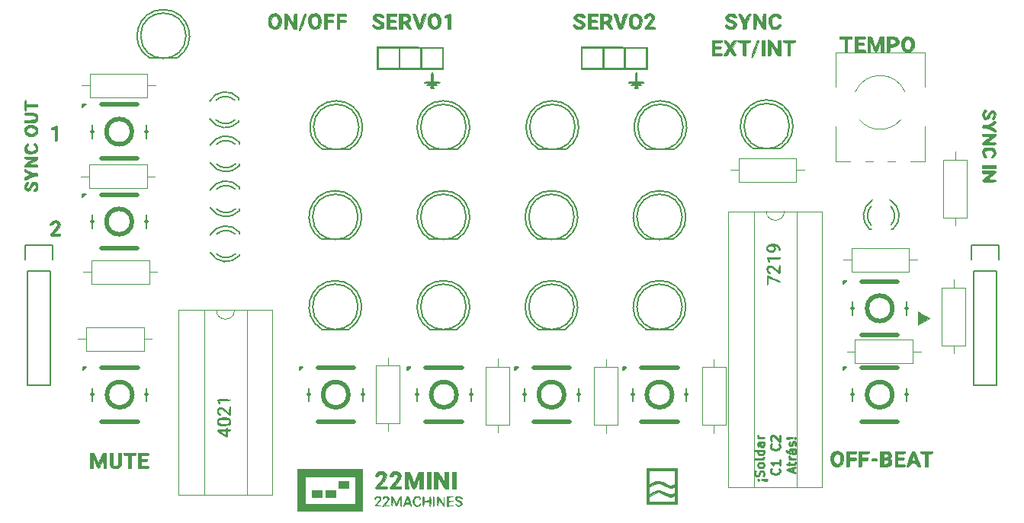
<source format=gbr>
G04 #@! TF.FileFunction,Legend,Top*
%FSLAX46Y46*%
G04 Gerber Fmt 4.6, Leading zero omitted, Abs format (unit mm)*
G04 Created by KiCad (PCBNEW 4.0.7) date Saturday, 20 '20e' October '20e' 2018 20:36:37*
%MOMM*%
%LPD*%
G01*
G04 APERTURE LIST*
%ADD10C,0.500000*%
%ADD11C,0.250000*%
%ADD12C,0.120000*%
%ADD13C,0.150000*%
%ADD14C,0.010000*%
G04 APERTURE END LIST*
D10*
D11*
X111130952Y-111785715D02*
X111083333Y-111833334D01*
X111035714Y-111785715D01*
X111083333Y-111738096D01*
X111130952Y-111785715D01*
X111035714Y-111785715D01*
X111416667Y-111785715D02*
X111988095Y-111738096D01*
X112035714Y-111785715D01*
X111988095Y-111833334D01*
X111416667Y-111785715D01*
X112035714Y-111785715D01*
X111654762Y-111357144D02*
X111702381Y-111214287D01*
X111702381Y-110976191D01*
X111654762Y-110880953D01*
X111607143Y-110833334D01*
X111511905Y-110785715D01*
X111416667Y-110785715D01*
X111321429Y-110833334D01*
X111273810Y-110880953D01*
X111226190Y-110976191D01*
X111178571Y-111166668D01*
X111130952Y-111261906D01*
X111083333Y-111309525D01*
X110988095Y-111357144D01*
X110892857Y-111357144D01*
X110797619Y-111309525D01*
X110750000Y-111261906D01*
X110702381Y-111166668D01*
X110702381Y-110928572D01*
X110750000Y-110785715D01*
X111702381Y-110214287D02*
X111654762Y-110309525D01*
X111607143Y-110357144D01*
X111511905Y-110404763D01*
X111226190Y-110404763D01*
X111130952Y-110357144D01*
X111083333Y-110309525D01*
X111035714Y-110214287D01*
X111035714Y-110071429D01*
X111083333Y-109976191D01*
X111130952Y-109928572D01*
X111226190Y-109880953D01*
X111511905Y-109880953D01*
X111607143Y-109928572D01*
X111654762Y-109976191D01*
X111702381Y-110071429D01*
X111702381Y-110214287D01*
X111702381Y-109309525D02*
X111654762Y-109404763D01*
X111559524Y-109452382D01*
X110702381Y-109452382D01*
X111702381Y-108500000D02*
X110702381Y-108500000D01*
X111654762Y-108500000D02*
X111702381Y-108595238D01*
X111702381Y-108785715D01*
X111654762Y-108880953D01*
X111607143Y-108928572D01*
X111511905Y-108976191D01*
X111226190Y-108976191D01*
X111130952Y-108928572D01*
X111083333Y-108880953D01*
X111035714Y-108785715D01*
X111035714Y-108595238D01*
X111083333Y-108500000D01*
X111702381Y-107595238D02*
X111178571Y-107595238D01*
X111083333Y-107642857D01*
X111035714Y-107738095D01*
X111035714Y-107928572D01*
X111083333Y-108023810D01*
X111654762Y-107595238D02*
X111702381Y-107690476D01*
X111702381Y-107928572D01*
X111654762Y-108023810D01*
X111559524Y-108071429D01*
X111464286Y-108071429D01*
X111369048Y-108023810D01*
X111321429Y-107928572D01*
X111321429Y-107690476D01*
X111273810Y-107595238D01*
X111702381Y-107119048D02*
X111035714Y-107119048D01*
X111226190Y-107119048D02*
X111130952Y-107071429D01*
X111083333Y-107023810D01*
X111035714Y-106928572D01*
X111035714Y-106833333D01*
X113357143Y-110523809D02*
X113404762Y-110571428D01*
X113452381Y-110714285D01*
X113452381Y-110809523D01*
X113404762Y-110952381D01*
X113309524Y-111047619D01*
X113214286Y-111095238D01*
X113023810Y-111142857D01*
X112880952Y-111142857D01*
X112690476Y-111095238D01*
X112595238Y-111047619D01*
X112500000Y-110952381D01*
X112452381Y-110809523D01*
X112452381Y-110714285D01*
X112500000Y-110571428D01*
X112547619Y-110523809D01*
X113452381Y-109571428D02*
X113452381Y-110142857D01*
X113452381Y-109857143D02*
X112452381Y-109857143D01*
X112595238Y-109952381D01*
X112690476Y-110047619D01*
X112738095Y-110142857D01*
X113357143Y-107809523D02*
X113404762Y-107857142D01*
X113452381Y-107999999D01*
X113452381Y-108095237D01*
X113404762Y-108238095D01*
X113309524Y-108333333D01*
X113214286Y-108380952D01*
X113023810Y-108428571D01*
X112880952Y-108428571D01*
X112690476Y-108380952D01*
X112595238Y-108333333D01*
X112500000Y-108238095D01*
X112452381Y-108095237D01*
X112452381Y-107999999D01*
X112500000Y-107857142D01*
X112547619Y-107809523D01*
X112547619Y-107428571D02*
X112500000Y-107380952D01*
X112452381Y-107285714D01*
X112452381Y-107047618D01*
X112500000Y-106952380D01*
X112547619Y-106904761D01*
X112642857Y-106857142D01*
X112738095Y-106857142D01*
X112880952Y-106904761D01*
X113452381Y-107476190D01*
X113452381Y-106857142D01*
X114916667Y-110928572D02*
X114916667Y-110452381D01*
X115202381Y-111023810D02*
X114202381Y-110690477D01*
X115202381Y-110357143D01*
X114535714Y-110166667D02*
X114535714Y-109785715D01*
X114202381Y-110023810D02*
X115059524Y-110023810D01*
X115154762Y-109976191D01*
X115202381Y-109880953D01*
X115202381Y-109785715D01*
X115202381Y-109452381D02*
X114535714Y-109452381D01*
X114726190Y-109452381D02*
X114630952Y-109404762D01*
X114583333Y-109357143D01*
X114535714Y-109261905D01*
X114535714Y-109166666D01*
X115202381Y-108404761D02*
X114678571Y-108404761D01*
X114583333Y-108452380D01*
X114535714Y-108547618D01*
X114535714Y-108738095D01*
X114583333Y-108833333D01*
X115154762Y-108404761D02*
X115202381Y-108499999D01*
X115202381Y-108738095D01*
X115154762Y-108833333D01*
X115059524Y-108880952D01*
X114964286Y-108880952D01*
X114869048Y-108833333D01*
X114821429Y-108738095D01*
X114821429Y-108499999D01*
X114773810Y-108404761D01*
X114154762Y-108547618D02*
X114297619Y-108690476D01*
X115154762Y-107976190D02*
X115202381Y-107880952D01*
X115202381Y-107690476D01*
X115154762Y-107595237D01*
X115059524Y-107547618D01*
X115011905Y-107547618D01*
X114916667Y-107595237D01*
X114869048Y-107690476D01*
X114869048Y-107833333D01*
X114821429Y-107928571D01*
X114726190Y-107976190D01*
X114678571Y-107976190D01*
X114583333Y-107928571D01*
X114535714Y-107833333D01*
X114535714Y-107690476D01*
X114583333Y-107595237D01*
X115107143Y-107119047D02*
X115154762Y-107071428D01*
X115202381Y-107119047D01*
X115154762Y-107166666D01*
X115107143Y-107119047D01*
X115202381Y-107119047D01*
X114821429Y-107119047D02*
X114250000Y-107166666D01*
X114202381Y-107119047D01*
X114250000Y-107071428D01*
X114821429Y-107119047D01*
X114202381Y-107119047D01*
D12*
X111960000Y-81910000D02*
X110590000Y-81910000D01*
X110590000Y-81910000D02*
X110590000Y-112630000D01*
X110590000Y-112630000D02*
X115330000Y-112630000D01*
X115330000Y-112630000D02*
X115330000Y-81910000D01*
X115330000Y-81910000D02*
X113960000Y-81910000D01*
X107760000Y-81910000D02*
X107760000Y-112630000D01*
X107760000Y-112630000D02*
X118160000Y-112630000D01*
X118160000Y-112630000D02*
X118160000Y-81910000D01*
X118160000Y-81910000D02*
X107760000Y-81910000D01*
X113960000Y-81910000D02*
G75*
G02X111960000Y-81910000I-1000000J0D01*
G01*
X50910000Y-92910000D02*
X49540000Y-92910000D01*
X49540000Y-92910000D02*
X49540000Y-113470000D01*
X49540000Y-113470000D02*
X54280000Y-113470000D01*
X54280000Y-113470000D02*
X54280000Y-92910000D01*
X54280000Y-92910000D02*
X52910000Y-92910000D01*
X46710000Y-92910000D02*
X46710000Y-113470000D01*
X46710000Y-113470000D02*
X57110000Y-113470000D01*
X57110000Y-113470000D02*
X57110000Y-92910000D01*
X57110000Y-92910000D02*
X46710000Y-92910000D01*
X52910000Y-92910000D02*
G75*
G02X50910000Y-92910000I-1000000J0D01*
G01*
D13*
X46524904Y-64864888D02*
G75*
G03X43500000Y-64880000I-1524904J2484888D01*
G01*
X46500000Y-64880000D02*
X43500000Y-64880000D01*
X47517936Y-62380000D02*
G75*
G03X47517936Y-62380000I-2517936J0D01*
G01*
X53399000Y-69336000D02*
X53399000Y-69536000D01*
X53399000Y-71930000D02*
X53399000Y-71750000D01*
X50171256Y-71619643D02*
G75*
G03X53399000Y-71936000I1727744J1003643D01*
G01*
X50846994Y-71749068D02*
G75*
G03X52950000Y-71750000I1052006J1133068D01*
G01*
X53386220Y-69309274D02*
G75*
G03X50149000Y-69656000I-1497220J-1306726D01*
G01*
X52912889Y-69536747D02*
G75*
G03X50865000Y-69556000I-1013889J-1079253D01*
G01*
X53449000Y-74236000D02*
X53449000Y-74436000D01*
X53449000Y-76830000D02*
X53449000Y-76650000D01*
X50221256Y-76519643D02*
G75*
G03X53449000Y-76836000I1727744J1003643D01*
G01*
X50896994Y-76649068D02*
G75*
G03X53000000Y-76650000I1052006J1133068D01*
G01*
X53436220Y-74209274D02*
G75*
G03X50199000Y-74556000I-1497220J-1306726D01*
G01*
X52962889Y-74436747D02*
G75*
G03X50915000Y-74456000I-1013889J-1079253D01*
G01*
X53449000Y-79236000D02*
X53449000Y-79436000D01*
X53449000Y-81830000D02*
X53449000Y-81650000D01*
X50221256Y-81519643D02*
G75*
G03X53449000Y-81836000I1727744J1003643D01*
G01*
X50896994Y-81649068D02*
G75*
G03X53000000Y-81650000I1052006J1133068D01*
G01*
X53436220Y-79209274D02*
G75*
G03X50199000Y-79556000I-1497220J-1306726D01*
G01*
X52962889Y-79436747D02*
G75*
G03X50915000Y-79456000I-1013889J-1079253D01*
G01*
X53449000Y-84236000D02*
X53449000Y-84436000D01*
X53449000Y-86830000D02*
X53449000Y-86650000D01*
X50221256Y-86519643D02*
G75*
G03X53449000Y-86836000I1727744J1003643D01*
G01*
X50896994Y-86649068D02*
G75*
G03X53000000Y-86650000I1052006J1133068D01*
G01*
X53436220Y-84209274D02*
G75*
G03X50199000Y-84556000I-1497220J-1306726D01*
G01*
X52962889Y-84436747D02*
G75*
G03X50915000Y-84456000I-1013889J-1079253D01*
G01*
X126014000Y-83899000D02*
X125814000Y-83899000D01*
X123420000Y-83899000D02*
X123600000Y-83899000D01*
X123730357Y-80671256D02*
G75*
G03X123414000Y-83899000I1003643J-1727744D01*
G01*
X123600932Y-81346994D02*
G75*
G03X123600000Y-83450000I1133068J-1052006D01*
G01*
X126040726Y-83886220D02*
G75*
G03X125694000Y-80649000I-1306726J1497220D01*
G01*
X125813253Y-83412889D02*
G75*
G03X125794000Y-81365000I-1079253J1013889D01*
G01*
X65724904Y-75014888D02*
G75*
G03X62700000Y-75030000I-1524904J2484888D01*
G01*
X65700000Y-75030000D02*
X62700000Y-75030000D01*
X66717936Y-72530000D02*
G75*
G03X66717936Y-72530000I-2517936J0D01*
G01*
X65624904Y-85014888D02*
G75*
G03X62600000Y-85030000I-1524904J2484888D01*
G01*
X65600000Y-85030000D02*
X62600000Y-85030000D01*
X66617936Y-82530000D02*
G75*
G03X66617936Y-82530000I-2517936J0D01*
G01*
X65624904Y-95014888D02*
G75*
G03X62600000Y-95030000I-1524904J2484888D01*
G01*
X65600000Y-95030000D02*
X62600000Y-95030000D01*
X66617936Y-92530000D02*
G75*
G03X66617936Y-92530000I-2517936J0D01*
G01*
X77624904Y-75014888D02*
G75*
G03X74600000Y-75030000I-1524904J2484888D01*
G01*
X77600000Y-75030000D02*
X74600000Y-75030000D01*
X78617936Y-72530000D02*
G75*
G03X78617936Y-72530000I-2517936J0D01*
G01*
X77624904Y-85014888D02*
G75*
G03X74600000Y-85030000I-1524904J2484888D01*
G01*
X77600000Y-85030000D02*
X74600000Y-85030000D01*
X78617936Y-82530000D02*
G75*
G03X78617936Y-82530000I-2517936J0D01*
G01*
X77624904Y-95014888D02*
G75*
G03X74600000Y-95030000I-1524904J2484888D01*
G01*
X77600000Y-95030000D02*
X74600000Y-95030000D01*
X78617936Y-92530000D02*
G75*
G03X78617936Y-92530000I-2517936J0D01*
G01*
X89724904Y-75014888D02*
G75*
G03X86700000Y-75030000I-1524904J2484888D01*
G01*
X89700000Y-75030000D02*
X86700000Y-75030000D01*
X90717936Y-72530000D02*
G75*
G03X90717936Y-72530000I-2517936J0D01*
G01*
X89624904Y-85014888D02*
G75*
G03X86600000Y-85030000I-1524904J2484888D01*
G01*
X89600000Y-85030000D02*
X86600000Y-85030000D01*
X90617936Y-82530000D02*
G75*
G03X90617936Y-82530000I-2517936J0D01*
G01*
X89624904Y-95014888D02*
G75*
G03X86600000Y-95030000I-1524904J2484888D01*
G01*
X89600000Y-95030000D02*
X86600000Y-95030000D01*
X90617936Y-92530000D02*
G75*
G03X90617936Y-92530000I-2517936J0D01*
G01*
X101724904Y-75014888D02*
G75*
G03X98700000Y-75030000I-1524904J2484888D01*
G01*
X101700000Y-75030000D02*
X98700000Y-75030000D01*
X102717936Y-72530000D02*
G75*
G03X102717936Y-72530000I-2517936J0D01*
G01*
X101624904Y-85014888D02*
G75*
G03X98600000Y-85030000I-1524904J2484888D01*
G01*
X101600000Y-85030000D02*
X98600000Y-85030000D01*
X102617936Y-82530000D02*
G75*
G03X102617936Y-82530000I-2517936J0D01*
G01*
X101624904Y-95014888D02*
G75*
G03X98600000Y-95030000I-1524904J2484888D01*
G01*
X101600000Y-95030000D02*
X98600000Y-95030000D01*
X102617936Y-92530000D02*
G75*
G03X102617936Y-92530000I-2517936J0D01*
G01*
X113524904Y-74914888D02*
G75*
G03X110500000Y-74930000I-1524904J2484888D01*
G01*
X113500000Y-74930000D02*
X110500000Y-74930000D01*
X114517936Y-72430000D02*
G75*
G03X114517936Y-72430000I-2517936J0D01*
G01*
X29930000Y-88520000D02*
X29930000Y-101220000D01*
X29930000Y-101220000D02*
X32470000Y-101220000D01*
X32470000Y-101220000D02*
X32470000Y-88520000D01*
X29650000Y-85700000D02*
X29650000Y-87250000D01*
X29930000Y-88520000D02*
X32470000Y-88520000D01*
X32750000Y-87250000D02*
X32750000Y-85700000D01*
X32750000Y-85700000D02*
X29650000Y-85700000D01*
X134980000Y-88520000D02*
X134980000Y-101220000D01*
X134980000Y-101220000D02*
X137520000Y-101220000D01*
X137520000Y-101220000D02*
X137520000Y-88520000D01*
X134700000Y-85700000D02*
X134700000Y-87250000D01*
X134980000Y-88520000D02*
X137520000Y-88520000D01*
X137800000Y-87250000D02*
X137800000Y-85700000D01*
X137800000Y-85700000D02*
X134700000Y-85700000D01*
D12*
X36770000Y-76740000D02*
X36770000Y-79360000D01*
X36770000Y-79360000D02*
X43190000Y-79360000D01*
X43190000Y-79360000D02*
X43190000Y-76740000D01*
X43190000Y-76740000D02*
X36770000Y-76740000D01*
X35880000Y-78050000D02*
X36770000Y-78050000D01*
X44080000Y-78050000D02*
X43190000Y-78050000D01*
X37020000Y-87340000D02*
X37020000Y-89960000D01*
X37020000Y-89960000D02*
X43440000Y-89960000D01*
X43440000Y-89960000D02*
X43440000Y-87340000D01*
X43440000Y-87340000D02*
X37020000Y-87340000D01*
X36130000Y-88650000D02*
X37020000Y-88650000D01*
X44330000Y-88650000D02*
X43440000Y-88650000D01*
X36420000Y-94790000D02*
X36420000Y-97410000D01*
X36420000Y-97410000D02*
X42840000Y-97410000D01*
X42840000Y-97410000D02*
X42840000Y-94790000D01*
X42840000Y-94790000D02*
X36420000Y-94790000D01*
X35530000Y-96100000D02*
X36420000Y-96100000D01*
X43730000Y-96100000D02*
X42840000Y-96100000D01*
X68640000Y-105480000D02*
X71260000Y-105480000D01*
X71260000Y-105480000D02*
X71260000Y-99060000D01*
X71260000Y-99060000D02*
X68640000Y-99060000D01*
X68640000Y-99060000D02*
X68640000Y-105480000D01*
X69950000Y-106370000D02*
X69950000Y-105480000D01*
X69950000Y-98170000D02*
X69950000Y-99060000D01*
X36820000Y-66590000D02*
X36820000Y-69210000D01*
X36820000Y-69210000D02*
X43240000Y-69210000D01*
X43240000Y-69210000D02*
X43240000Y-66590000D01*
X43240000Y-66590000D02*
X36820000Y-66590000D01*
X35930000Y-67900000D02*
X36820000Y-67900000D01*
X44130000Y-67900000D02*
X43240000Y-67900000D01*
X80840000Y-105630000D02*
X83460000Y-105630000D01*
X83460000Y-105630000D02*
X83460000Y-99210000D01*
X83460000Y-99210000D02*
X80840000Y-99210000D01*
X80840000Y-99210000D02*
X80840000Y-105630000D01*
X82150000Y-106520000D02*
X82150000Y-105630000D01*
X82150000Y-98320000D02*
X82150000Y-99210000D01*
X127830000Y-88610000D02*
X127830000Y-85990000D01*
X127830000Y-85990000D02*
X121410000Y-85990000D01*
X121410000Y-85990000D02*
X121410000Y-88610000D01*
X121410000Y-88610000D02*
X127830000Y-88610000D01*
X128720000Y-87300000D02*
X127830000Y-87300000D01*
X120520000Y-87300000D02*
X121410000Y-87300000D01*
X92840000Y-105680000D02*
X95460000Y-105680000D01*
X95460000Y-105680000D02*
X95460000Y-99260000D01*
X95460000Y-99260000D02*
X92840000Y-99260000D01*
X92840000Y-99260000D02*
X92840000Y-105680000D01*
X94150000Y-106570000D02*
X94150000Y-105680000D01*
X94150000Y-98370000D02*
X94150000Y-99260000D01*
X104840000Y-105680000D02*
X107460000Y-105680000D01*
X107460000Y-105680000D02*
X107460000Y-99260000D01*
X107460000Y-99260000D02*
X104840000Y-99260000D01*
X104840000Y-99260000D02*
X104840000Y-105680000D01*
X106150000Y-106570000D02*
X106150000Y-105680000D01*
X106150000Y-98370000D02*
X106150000Y-99260000D01*
X131440000Y-96830000D02*
X134060000Y-96830000D01*
X134060000Y-96830000D02*
X134060000Y-90410000D01*
X134060000Y-90410000D02*
X131440000Y-90410000D01*
X131440000Y-90410000D02*
X131440000Y-96830000D01*
X132750000Y-97720000D02*
X132750000Y-96830000D01*
X132750000Y-89520000D02*
X132750000Y-90410000D01*
X121820000Y-96190000D02*
X121820000Y-98810000D01*
X121820000Y-98810000D02*
X128240000Y-98810000D01*
X128240000Y-98810000D02*
X128240000Y-96190000D01*
X128240000Y-96190000D02*
X121820000Y-96190000D01*
X120930000Y-97500000D02*
X121820000Y-97500000D01*
X129130000Y-97500000D02*
X128240000Y-97500000D01*
X134260000Y-76170000D02*
X131640000Y-76170000D01*
X131640000Y-76170000D02*
X131640000Y-82590000D01*
X131640000Y-82590000D02*
X134260000Y-82590000D01*
X134260000Y-82590000D02*
X134260000Y-76170000D01*
X132950000Y-75280000D02*
X132950000Y-76170000D01*
X132950000Y-83480000D02*
X132950000Y-82590000D01*
X108870000Y-75990000D02*
X108870000Y-78610000D01*
X108870000Y-78610000D02*
X115290000Y-78610000D01*
X115290000Y-78610000D02*
X115290000Y-75990000D01*
X115290000Y-75990000D02*
X108870000Y-75990000D01*
X107980000Y-77300000D02*
X108870000Y-77300000D01*
X116180000Y-77300000D02*
X115290000Y-77300000D01*
X121837568Y-68628018D02*
G75*
G02X127362000Y-68627000I2762432J-1171982D01*
G01*
X126897753Y-71728295D02*
G75*
G02X122302000Y-71728000I-2297753J1928295D01*
G01*
X119639000Y-76360000D02*
X119639000Y-72494000D01*
X119639000Y-68105000D02*
X119639000Y-64240000D01*
X129560000Y-76360000D02*
X129560000Y-72494000D01*
X129560000Y-68105000D02*
X129560000Y-64240000D01*
X119639000Y-76360000D02*
X121275000Y-76360000D01*
X122925000Y-76360000D02*
X123775000Y-76360000D01*
X125425000Y-76360000D02*
X126275000Y-76360000D01*
X127925000Y-76360000D02*
X129560000Y-76360000D01*
X119639000Y-64240000D02*
X129560000Y-64240000D01*
D13*
X36150000Y-70050000D02*
X36150000Y-70150000D01*
X36050000Y-70000000D02*
X36400000Y-70000000D01*
X36400000Y-70000000D02*
G75*
G03X36050000Y-70350000I700000J-1050000D01*
G01*
X36050000Y-70000000D02*
X36050000Y-70350000D01*
X41514214Y-73050000D02*
G75*
G03X41514214Y-73050000I-1414214J0D01*
G01*
X38100000Y-76050000D02*
X42100000Y-76050000D01*
X38100000Y-70050000D02*
X42100000Y-70050000D01*
X37100000Y-73800000D02*
X37100000Y-72300000D01*
X43100000Y-72300000D02*
X43100000Y-73800000D01*
D10*
X37100000Y-73050000D02*
X37100000Y-73050000D01*
X42100000Y-76050000D02*
X38100000Y-76050000D01*
X42100000Y-70050000D02*
X38100000Y-70050000D01*
X43100000Y-73050000D02*
X43100000Y-73050000D01*
X41514214Y-73050000D02*
G75*
G03X41514214Y-73050000I-1414214J0D01*
G01*
D13*
X36150000Y-80050000D02*
X36150000Y-80150000D01*
X36050000Y-80000000D02*
X36400000Y-80000000D01*
X36400000Y-80000000D02*
G75*
G03X36050000Y-80350000I700000J-1050000D01*
G01*
X36050000Y-80000000D02*
X36050000Y-80350000D01*
X41514214Y-83050000D02*
G75*
G03X41514214Y-83050000I-1414214J0D01*
G01*
X38100000Y-86050000D02*
X42100000Y-86050000D01*
X38100000Y-80050000D02*
X42100000Y-80050000D01*
X37100000Y-83800000D02*
X37100000Y-82300000D01*
X43100000Y-82300000D02*
X43100000Y-83800000D01*
D10*
X37100000Y-83050000D02*
X37100000Y-83050000D01*
X42100000Y-86050000D02*
X38100000Y-86050000D01*
X42100000Y-80050000D02*
X38100000Y-80050000D01*
X43100000Y-83050000D02*
X43100000Y-83050000D01*
X41514214Y-83050000D02*
G75*
G03X41514214Y-83050000I-1414214J0D01*
G01*
D13*
X36200000Y-99300000D02*
X36200000Y-99400000D01*
X36100000Y-99250000D02*
X36450000Y-99250000D01*
X36450000Y-99250000D02*
G75*
G03X36100000Y-99600000I700000J-1050000D01*
G01*
X36100000Y-99250000D02*
X36100000Y-99600000D01*
X41564214Y-102300000D02*
G75*
G03X41564214Y-102300000I-1414214J0D01*
G01*
X38150000Y-105300000D02*
X42150000Y-105300000D01*
X38150000Y-99300000D02*
X42150000Y-99300000D01*
X37150000Y-103050000D02*
X37150000Y-101550000D01*
X43150000Y-101550000D02*
X43150000Y-103050000D01*
D10*
X37150000Y-102300000D02*
X37150000Y-102300000D01*
X42150000Y-105300000D02*
X38150000Y-105300000D01*
X42150000Y-99300000D02*
X38150000Y-99300000D01*
X43150000Y-102300000D02*
X43150000Y-102300000D01*
X41564214Y-102300000D02*
G75*
G03X41564214Y-102300000I-1414214J0D01*
G01*
D13*
X60200000Y-99300000D02*
X60200000Y-99400000D01*
X60100000Y-99250000D02*
X60450000Y-99250000D01*
X60450000Y-99250000D02*
G75*
G03X60100000Y-99600000I700000J-1050000D01*
G01*
X60100000Y-99250000D02*
X60100000Y-99600000D01*
X65564214Y-102300000D02*
G75*
G03X65564214Y-102300000I-1414214J0D01*
G01*
X62150000Y-105300000D02*
X66150000Y-105300000D01*
X62150000Y-99300000D02*
X66150000Y-99300000D01*
X61150000Y-103050000D02*
X61150000Y-101550000D01*
X67150000Y-101550000D02*
X67150000Y-103050000D01*
D10*
X61150000Y-102300000D02*
X61150000Y-102300000D01*
X66150000Y-105300000D02*
X62150000Y-105300000D01*
X66150000Y-99300000D02*
X62150000Y-99300000D01*
X67150000Y-102300000D02*
X67150000Y-102300000D01*
X65564214Y-102300000D02*
G75*
G03X65564214Y-102300000I-1414214J0D01*
G01*
D13*
X72200000Y-99300000D02*
X72200000Y-99400000D01*
X72100000Y-99250000D02*
X72450000Y-99250000D01*
X72450000Y-99250000D02*
G75*
G03X72100000Y-99600000I700000J-1050000D01*
G01*
X72100000Y-99250000D02*
X72100000Y-99600000D01*
X77564214Y-102300000D02*
G75*
G03X77564214Y-102300000I-1414214J0D01*
G01*
X74150000Y-105300000D02*
X78150000Y-105300000D01*
X74150000Y-99300000D02*
X78150000Y-99300000D01*
X73150000Y-103050000D02*
X73150000Y-101550000D01*
X79150000Y-101550000D02*
X79150000Y-103050000D01*
D10*
X73150000Y-102300000D02*
X73150000Y-102300000D01*
X78150000Y-105300000D02*
X74150000Y-105300000D01*
X78150000Y-99300000D02*
X74150000Y-99300000D01*
X79150000Y-102300000D02*
X79150000Y-102300000D01*
X77564214Y-102300000D02*
G75*
G03X77564214Y-102300000I-1414214J0D01*
G01*
D13*
X120600000Y-89700000D02*
X120600000Y-89800000D01*
X120500000Y-89650000D02*
X120850000Y-89650000D01*
X120850000Y-89650000D02*
G75*
G03X120500000Y-90000000I700000J-1050000D01*
G01*
X120500000Y-89650000D02*
X120500000Y-90000000D01*
X125964214Y-92700000D02*
G75*
G03X125964214Y-92700000I-1414214J0D01*
G01*
X122550000Y-95700000D02*
X126550000Y-95700000D01*
X122550000Y-89700000D02*
X126550000Y-89700000D01*
X121550000Y-93450000D02*
X121550000Y-91950000D01*
X127550000Y-91950000D02*
X127550000Y-93450000D01*
D10*
X121550000Y-92700000D02*
X121550000Y-92700000D01*
X126550000Y-95700000D02*
X122550000Y-95700000D01*
X126550000Y-89700000D02*
X122550000Y-89700000D01*
X127550000Y-92700000D02*
X127550000Y-92700000D01*
X125964214Y-92700000D02*
G75*
G03X125964214Y-92700000I-1414214J0D01*
G01*
D13*
X84150000Y-99300000D02*
X84150000Y-99400000D01*
X84050000Y-99250000D02*
X84400000Y-99250000D01*
X84400000Y-99250000D02*
G75*
G03X84050000Y-99600000I700000J-1050000D01*
G01*
X84050000Y-99250000D02*
X84050000Y-99600000D01*
X89514214Y-102300000D02*
G75*
G03X89514214Y-102300000I-1414214J0D01*
G01*
X86100000Y-105300000D02*
X90100000Y-105300000D01*
X86100000Y-99300000D02*
X90100000Y-99300000D01*
X85100000Y-103050000D02*
X85100000Y-101550000D01*
X91100000Y-101550000D02*
X91100000Y-103050000D01*
D10*
X85100000Y-102300000D02*
X85100000Y-102300000D01*
X90100000Y-105300000D02*
X86100000Y-105300000D01*
X90100000Y-99300000D02*
X86100000Y-99300000D01*
X91100000Y-102300000D02*
X91100000Y-102300000D01*
X89514214Y-102300000D02*
G75*
G03X89514214Y-102300000I-1414214J0D01*
G01*
D13*
X96150000Y-99300000D02*
X96150000Y-99400000D01*
X96050000Y-99250000D02*
X96400000Y-99250000D01*
X96400000Y-99250000D02*
G75*
G03X96050000Y-99600000I700000J-1050000D01*
G01*
X96050000Y-99250000D02*
X96050000Y-99600000D01*
X101514214Y-102300000D02*
G75*
G03X101514214Y-102300000I-1414214J0D01*
G01*
X98100000Y-105300000D02*
X102100000Y-105300000D01*
X98100000Y-99300000D02*
X102100000Y-99300000D01*
X97100000Y-103050000D02*
X97100000Y-101550000D01*
X103100000Y-101550000D02*
X103100000Y-103050000D01*
D10*
X97100000Y-102300000D02*
X97100000Y-102300000D01*
X102100000Y-105300000D02*
X98100000Y-105300000D01*
X102100000Y-99300000D02*
X98100000Y-99300000D01*
X103100000Y-102300000D02*
X103100000Y-102300000D01*
X101514214Y-102300000D02*
G75*
G03X101514214Y-102300000I-1414214J0D01*
G01*
D13*
X120600000Y-99300000D02*
X120600000Y-99400000D01*
X120500000Y-99250000D02*
X120850000Y-99250000D01*
X120850000Y-99250000D02*
G75*
G03X120500000Y-99600000I700000J-1050000D01*
G01*
X120500000Y-99250000D02*
X120500000Y-99600000D01*
X125964214Y-102300000D02*
G75*
G03X125964214Y-102300000I-1414214J0D01*
G01*
X122550000Y-105300000D02*
X126550000Y-105300000D01*
X122550000Y-99300000D02*
X126550000Y-99300000D01*
X121550000Y-103050000D02*
X121550000Y-101550000D01*
X127550000Y-101550000D02*
X127550000Y-103050000D01*
D10*
X121550000Y-102300000D02*
X121550000Y-102300000D01*
X126550000Y-105300000D02*
X122550000Y-105300000D01*
X126550000Y-99300000D02*
X122550000Y-99300000D01*
X127550000Y-102300000D02*
X127550000Y-102300000D01*
X125964214Y-102300000D02*
G75*
G03X125964214Y-102300000I-1414214J0D01*
G01*
D14*
G36*
X67053500Y-115186000D02*
X59878000Y-115186000D01*
X59878000Y-111376000D01*
X60703500Y-111376000D01*
X60703500Y-114424000D01*
X66291500Y-114424000D01*
X66291500Y-111376000D01*
X60703500Y-111376000D01*
X59878000Y-111376000D01*
X59878000Y-110550500D01*
X67053500Y-110550500D01*
X67053500Y-115186000D01*
X67053500Y-115186000D01*
G37*
X67053500Y-115186000D02*
X59878000Y-115186000D01*
X59878000Y-111376000D01*
X60703500Y-111376000D01*
X60703500Y-114424000D01*
X66291500Y-114424000D01*
X66291500Y-111376000D01*
X60703500Y-111376000D01*
X59878000Y-111376000D01*
X59878000Y-110550500D01*
X67053500Y-110550500D01*
X67053500Y-115186000D01*
G36*
X73400844Y-113641490D02*
X73454300Y-113674700D01*
X73519438Y-113782426D01*
X73521097Y-113879641D01*
X73467000Y-113916000D01*
X73410465Y-113864653D01*
X73403500Y-113821959D01*
X73349080Y-113739405D01*
X73234036Y-113685386D01*
X73061643Y-113698661D01*
X72924304Y-113813924D01*
X72843965Y-114006842D01*
X72832000Y-114131155D01*
X72871947Y-114354684D01*
X72975069Y-114516493D01*
X73116284Y-114602161D01*
X73270510Y-114597266D01*
X73412666Y-114487389D01*
X73424174Y-114471625D01*
X73496333Y-114384456D01*
X73524732Y-114403526D01*
X73527169Y-114432099D01*
X73476233Y-114572470D01*
X73336313Y-114666508D01*
X73142000Y-114697171D01*
X73023007Y-114680481D01*
X72862518Y-114581655D01*
X72757811Y-114403322D01*
X72712470Y-114181751D01*
X72730079Y-113953211D01*
X72814223Y-113753974D01*
X72920881Y-113647097D01*
X73058763Y-113605845D01*
X73240753Y-113605115D01*
X73400844Y-113641490D01*
X73400844Y-113641490D01*
G37*
X73400844Y-113641490D02*
X73454300Y-113674700D01*
X73519438Y-113782426D01*
X73521097Y-113879641D01*
X73467000Y-113916000D01*
X73410465Y-113864653D01*
X73403500Y-113821959D01*
X73349080Y-113739405D01*
X73234036Y-113685386D01*
X73061643Y-113698661D01*
X72924304Y-113813924D01*
X72843965Y-114006842D01*
X72832000Y-114131155D01*
X72871947Y-114354684D01*
X72975069Y-114516493D01*
X73116284Y-114602161D01*
X73270510Y-114597266D01*
X73412666Y-114487389D01*
X73424174Y-114471625D01*
X73496333Y-114384456D01*
X73524732Y-114403526D01*
X73527169Y-114432099D01*
X73476233Y-114572470D01*
X73336313Y-114666508D01*
X73142000Y-114697171D01*
X73023007Y-114680481D01*
X72862518Y-114581655D01*
X72757811Y-114403322D01*
X72712470Y-114181751D01*
X72730079Y-113953211D01*
X72814223Y-113753974D01*
X72920881Y-113647097D01*
X73058763Y-113605845D01*
X73240753Y-113605115D01*
X73400844Y-113641490D01*
G36*
X77903672Y-113629261D02*
X78042021Y-113704011D01*
X78137030Y-113796450D01*
X78154577Y-113880276D01*
X78142983Y-113896683D01*
X78080337Y-113884137D01*
X78002188Y-113801043D01*
X77874365Y-113692994D01*
X77727259Y-113664879D01*
X77605286Y-113717974D01*
X77562930Y-113788431D01*
X77547386Y-113932303D01*
X77626300Y-114022588D01*
X77768525Y-114072662D01*
X77976786Y-114161645D01*
X78119841Y-114294515D01*
X78166000Y-114426066D01*
X78110937Y-114571524D01*
X77972042Y-114670098D01*
X77788755Y-114705450D01*
X77600516Y-114661241D01*
X77599514Y-114660735D01*
X77473049Y-114568938D01*
X77415612Y-114487500D01*
X77412173Y-114434802D01*
X77473768Y-114471458D01*
X77510847Y-114503375D01*
X77661831Y-114587380D01*
X77826258Y-114610711D01*
X77956708Y-114571821D01*
X77998463Y-114519250D01*
X78006448Y-114358668D01*
X77900480Y-114242360D01*
X77796280Y-114202533D01*
X77580809Y-114110648D01*
X77450366Y-113980767D01*
X77406679Y-113838856D01*
X77451475Y-113710878D01*
X77586479Y-113622800D01*
X77756108Y-113598500D01*
X77903672Y-113629261D01*
X77903672Y-113629261D01*
G37*
X77903672Y-113629261D02*
X78042021Y-113704011D01*
X78137030Y-113796450D01*
X78154577Y-113880276D01*
X78142983Y-113896683D01*
X78080337Y-113884137D01*
X78002188Y-113801043D01*
X77874365Y-113692994D01*
X77727259Y-113664879D01*
X77605286Y-113717974D01*
X77562930Y-113788431D01*
X77547386Y-113932303D01*
X77626300Y-114022588D01*
X77768525Y-114072662D01*
X77976786Y-114161645D01*
X78119841Y-114294515D01*
X78166000Y-114426066D01*
X78110937Y-114571524D01*
X77972042Y-114670098D01*
X77788755Y-114705450D01*
X77600516Y-114661241D01*
X77599514Y-114660735D01*
X77473049Y-114568938D01*
X77415612Y-114487500D01*
X77412173Y-114434802D01*
X77473768Y-114471458D01*
X77510847Y-114503375D01*
X77661831Y-114587380D01*
X77826258Y-114610711D01*
X77956708Y-114571821D01*
X77998463Y-114519250D01*
X78006448Y-114358668D01*
X77900480Y-114242360D01*
X77796280Y-114202533D01*
X77580809Y-114110648D01*
X77450366Y-113980767D01*
X77406679Y-113838856D01*
X77451475Y-113710878D01*
X77586479Y-113622800D01*
X77756108Y-113598500D01*
X77903672Y-113629261D01*
G36*
X68967943Y-113622018D02*
X69081044Y-113717289D01*
X69083265Y-113721325D01*
X69131967Y-113830227D01*
X69134336Y-113924307D01*
X69079094Y-114036407D01*
X68954961Y-114199372D01*
X68893395Y-114274210D01*
X68637791Y-114582750D01*
X68941020Y-114620398D01*
X69098981Y-114640838D01*
X69153935Y-114652982D01*
X69098706Y-114660200D01*
X68926120Y-114665859D01*
X68839599Y-114668023D01*
X68623428Y-114670728D01*
X68512036Y-114660569D01*
X68483339Y-114630549D01*
X68515250Y-114573668D01*
X68520430Y-114566875D01*
X68612909Y-114453056D01*
X68748282Y-114293268D01*
X68813956Y-114217442D01*
X68935098Y-114063168D01*
X69010100Y-113937791D01*
X69022000Y-113896767D01*
X68975853Y-113767128D01*
X68866240Y-113687714D01*
X68736395Y-113669462D01*
X68629557Y-113723305D01*
X68595899Y-113789000D01*
X68542688Y-113891112D01*
X68481417Y-113911553D01*
X68450557Y-113838561D01*
X68450500Y-113833450D01*
X68504195Y-113706851D01*
X68636808Y-113624367D01*
X68805627Y-113593567D01*
X68967943Y-113622018D01*
X68967943Y-113622018D01*
G37*
X68967943Y-113622018D02*
X69081044Y-113717289D01*
X69083265Y-113721325D01*
X69131967Y-113830227D01*
X69134336Y-113924307D01*
X69079094Y-114036407D01*
X68954961Y-114199372D01*
X68893395Y-114274210D01*
X68637791Y-114582750D01*
X68941020Y-114620398D01*
X69098981Y-114640838D01*
X69153935Y-114652982D01*
X69098706Y-114660200D01*
X68926120Y-114665859D01*
X68839599Y-114668023D01*
X68623428Y-114670728D01*
X68512036Y-114660569D01*
X68483339Y-114630549D01*
X68515250Y-114573668D01*
X68520430Y-114566875D01*
X68612909Y-114453056D01*
X68748282Y-114293268D01*
X68813956Y-114217442D01*
X68935098Y-114063168D01*
X69010100Y-113937791D01*
X69022000Y-113896767D01*
X68975853Y-113767128D01*
X68866240Y-113687714D01*
X68736395Y-113669462D01*
X68629557Y-113723305D01*
X68595899Y-113789000D01*
X68542688Y-113891112D01*
X68481417Y-113911553D01*
X68450557Y-113838561D01*
X68450500Y-113833450D01*
X68504195Y-113706851D01*
X68636808Y-113624367D01*
X68805627Y-113593567D01*
X68967943Y-113622018D01*
G36*
X69863418Y-113617223D02*
X69961800Y-113674700D01*
X70028283Y-113788973D01*
X70011700Y-113932425D01*
X69906462Y-114124461D01*
X69785233Y-114287868D01*
X69532467Y-114607642D01*
X69832858Y-114631375D01*
X69976734Y-114644164D01*
X70012186Y-114652905D01*
X69933078Y-114659629D01*
X69733278Y-114666363D01*
X69726533Y-114666554D01*
X69319816Y-114678000D01*
X69438818Y-114535125D01*
X69561184Y-114392976D01*
X69711172Y-114224661D01*
X69740359Y-114192589D01*
X69873456Y-113996795D01*
X69884465Y-113834504D01*
X69773355Y-113706331D01*
X69764146Y-113700556D01*
X69665263Y-113669213D01*
X69571740Y-113728292D01*
X69524433Y-113782120D01*
X69415947Y-113884461D01*
X69358420Y-113885553D01*
X69370817Y-113793202D01*
X69400089Y-113730938D01*
X69513567Y-113636087D01*
X69687026Y-113596278D01*
X69863418Y-113617223D01*
X69863418Y-113617223D01*
G37*
X69863418Y-113617223D02*
X69961800Y-113674700D01*
X70028283Y-113788973D01*
X70011700Y-113932425D01*
X69906462Y-114124461D01*
X69785233Y-114287868D01*
X69532467Y-114607642D01*
X69832858Y-114631375D01*
X69976734Y-114644164D01*
X70012186Y-114652905D01*
X69933078Y-114659629D01*
X69733278Y-114666363D01*
X69726533Y-114666554D01*
X69319816Y-114678000D01*
X69438818Y-114535125D01*
X69561184Y-114392976D01*
X69711172Y-114224661D01*
X69740359Y-114192589D01*
X69873456Y-113996795D01*
X69884465Y-113834504D01*
X69773355Y-113706331D01*
X69764146Y-113700556D01*
X69665263Y-113669213D01*
X69571740Y-113728292D01*
X69524433Y-113782120D01*
X69415947Y-113884461D01*
X69358420Y-113885553D01*
X69370817Y-113793202D01*
X69400089Y-113730938D01*
X69513567Y-113636087D01*
X69687026Y-113596278D01*
X69863418Y-113617223D01*
G36*
X71385465Y-113619356D02*
X71415427Y-113697098D01*
X71430549Y-113854483D01*
X71434982Y-114114269D01*
X71435000Y-114138250D01*
X71427977Y-114401106D01*
X71408661Y-114587249D01*
X71379684Y-114674325D01*
X71371500Y-114678000D01*
X71338564Y-114619509D01*
X71315930Y-114463801D01*
X71308000Y-114252550D01*
X71302086Y-114027044D01*
X71280551Y-113916680D01*
X71237707Y-113922873D01*
X71167865Y-114047038D01*
X71065335Y-114290592D01*
X71055513Y-114315370D01*
X70970846Y-114503251D01*
X70894330Y-114628169D01*
X70847399Y-114662049D01*
X70793715Y-114596647D01*
X70712461Y-114444784D01*
X70620887Y-114238830D01*
X70617662Y-114230929D01*
X70450750Y-113820750D01*
X70431973Y-114249375D01*
X70411424Y-114506938D01*
X70381789Y-114643358D01*
X70349063Y-114663594D01*
X70319240Y-114572603D01*
X70298315Y-114375345D01*
X70292000Y-114133593D01*
X70295079Y-113868101D01*
X70307264Y-113706957D01*
X70332972Y-113627595D01*
X70376623Y-113607449D01*
X70394583Y-113609718D01*
X70470492Y-113677761D01*
X70568887Y-113840600D01*
X70673919Y-114071953D01*
X70675039Y-114074750D01*
X70852911Y-114519250D01*
X70953455Y-114281125D01*
X71047087Y-114058194D01*
X71139439Y-113836609D01*
X71146009Y-113820750D01*
X71229433Y-113676512D01*
X71319112Y-113601508D01*
X71336509Y-113598500D01*
X71385465Y-113619356D01*
X71385465Y-113619356D01*
G37*
X71385465Y-113619356D02*
X71415427Y-113697098D01*
X71430549Y-113854483D01*
X71434982Y-114114269D01*
X71435000Y-114138250D01*
X71427977Y-114401106D01*
X71408661Y-114587249D01*
X71379684Y-114674325D01*
X71371500Y-114678000D01*
X71338564Y-114619509D01*
X71315930Y-114463801D01*
X71308000Y-114252550D01*
X71302086Y-114027044D01*
X71280551Y-113916680D01*
X71237707Y-113922873D01*
X71167865Y-114047038D01*
X71065335Y-114290592D01*
X71055513Y-114315370D01*
X70970846Y-114503251D01*
X70894330Y-114628169D01*
X70847399Y-114662049D01*
X70793715Y-114596647D01*
X70712461Y-114444784D01*
X70620887Y-114238830D01*
X70617662Y-114230929D01*
X70450750Y-113820750D01*
X70431973Y-114249375D01*
X70411424Y-114506938D01*
X70381789Y-114643358D01*
X70349063Y-114663594D01*
X70319240Y-114572603D01*
X70298315Y-114375345D01*
X70292000Y-114133593D01*
X70295079Y-113868101D01*
X70307264Y-113706957D01*
X70332972Y-113627595D01*
X70376623Y-113607449D01*
X70394583Y-113609718D01*
X70470492Y-113677761D01*
X70568887Y-113840600D01*
X70673919Y-114071953D01*
X70675039Y-114074750D01*
X70852911Y-114519250D01*
X70953455Y-114281125D01*
X71047087Y-114058194D01*
X71139439Y-113836609D01*
X71146009Y-113820750D01*
X71229433Y-113676512D01*
X71319112Y-113601508D01*
X71336509Y-113598500D01*
X71385465Y-113619356D01*
G36*
X72165529Y-113652836D02*
X72235160Y-113785587D01*
X72241698Y-113804875D01*
X72304293Y-113984764D01*
X72390963Y-114215371D01*
X72441925Y-114344625D01*
X72508354Y-114536693D01*
X72525775Y-114653388D01*
X72507628Y-114678000D01*
X72438169Y-114624998D01*
X72405899Y-114551000D01*
X72358037Y-114468125D01*
X72248362Y-114430902D01*
X72098623Y-114424000D01*
X71914293Y-114436949D01*
X71818664Y-114485641D01*
X71784250Y-114551000D01*
X71727918Y-114653603D01*
X71686318Y-114678000D01*
X71680643Y-114623391D01*
X71714610Y-114477475D01*
X71781334Y-114267115D01*
X71789235Y-114245011D01*
X71912034Y-114245011D01*
X71953922Y-114290562D01*
X72071571Y-114297000D01*
X72209295Y-114273522D01*
X72257635Y-114217625D01*
X72231218Y-114107179D01*
X72171491Y-113951128D01*
X72169993Y-113947750D01*
X72120579Y-113844093D01*
X72083153Y-113815808D01*
X72041033Y-113875925D01*
X71977539Y-114037476D01*
X71946455Y-114122375D01*
X71912034Y-114245011D01*
X71789235Y-114245011D01*
X71817597Y-114165668D01*
X71902928Y-113931262D01*
X71968203Y-113746283D01*
X72003235Y-113639845D01*
X72006500Y-113625918D01*
X72057607Y-113600752D01*
X72091095Y-113598500D01*
X72165529Y-113652836D01*
X72165529Y-113652836D01*
G37*
X72165529Y-113652836D02*
X72235160Y-113785587D01*
X72241698Y-113804875D01*
X72304293Y-113984764D01*
X72390963Y-114215371D01*
X72441925Y-114344625D01*
X72508354Y-114536693D01*
X72525775Y-114653388D01*
X72507628Y-114678000D01*
X72438169Y-114624998D01*
X72405899Y-114551000D01*
X72358037Y-114468125D01*
X72248362Y-114430902D01*
X72098623Y-114424000D01*
X71914293Y-114436949D01*
X71818664Y-114485641D01*
X71784250Y-114551000D01*
X71727918Y-114653603D01*
X71686318Y-114678000D01*
X71680643Y-114623391D01*
X71714610Y-114477475D01*
X71781334Y-114267115D01*
X71789235Y-114245011D01*
X71912034Y-114245011D01*
X71953922Y-114290562D01*
X72071571Y-114297000D01*
X72209295Y-114273522D01*
X72257635Y-114217625D01*
X72231218Y-114107179D01*
X72171491Y-113951128D01*
X72169993Y-113947750D01*
X72120579Y-113844093D01*
X72083153Y-113815808D01*
X72041033Y-113875925D01*
X71977539Y-114037476D01*
X71946455Y-114122375D01*
X71912034Y-114245011D01*
X71789235Y-114245011D01*
X71817597Y-114165668D01*
X71902928Y-113931262D01*
X71968203Y-113746283D01*
X72003235Y-113639845D01*
X72006500Y-113625918D01*
X72057607Y-113600752D01*
X72091095Y-113598500D01*
X72165529Y-113652836D01*
G36*
X74623473Y-113628732D02*
X74651516Y-113756967D01*
X74669634Y-113964204D01*
X74673500Y-114138250D01*
X74666477Y-114401106D01*
X74647161Y-114587249D01*
X74618184Y-114674325D01*
X74610000Y-114678000D01*
X74570236Y-114621665D01*
X74548119Y-114480936D01*
X74546500Y-114424000D01*
X74546500Y-114170000D01*
X73911500Y-114170000D01*
X73911500Y-114424000D01*
X73897416Y-114583055D01*
X73862234Y-114671523D01*
X73848000Y-114678000D01*
X73817075Y-114618306D01*
X73795176Y-114454126D01*
X73784932Y-114207815D01*
X73784500Y-114138250D01*
X73791522Y-113875393D01*
X73810838Y-113689250D01*
X73839815Y-113602174D01*
X73848000Y-113598500D01*
X73887542Y-113654884D01*
X73909746Y-113795953D01*
X73911500Y-113855979D01*
X73911500Y-114113458D01*
X74213125Y-114094104D01*
X74395295Y-114077528D01*
X74486452Y-114039436D01*
X74522382Y-113951152D01*
X74534458Y-113836625D01*
X74559477Y-113656702D01*
X74590971Y-113591357D01*
X74623473Y-113628732D01*
X74623473Y-113628732D01*
G37*
X74623473Y-113628732D02*
X74651516Y-113756967D01*
X74669634Y-113964204D01*
X74673500Y-114138250D01*
X74666477Y-114401106D01*
X74647161Y-114587249D01*
X74618184Y-114674325D01*
X74610000Y-114678000D01*
X74570236Y-114621665D01*
X74548119Y-114480936D01*
X74546500Y-114424000D01*
X74546500Y-114170000D01*
X73911500Y-114170000D01*
X73911500Y-114424000D01*
X73897416Y-114583055D01*
X73862234Y-114671523D01*
X73848000Y-114678000D01*
X73817075Y-114618306D01*
X73795176Y-114454126D01*
X73784932Y-114207815D01*
X73784500Y-114138250D01*
X73791522Y-113875393D01*
X73810838Y-113689250D01*
X73839815Y-113602174D01*
X73848000Y-113598500D01*
X73887542Y-113654884D01*
X73909746Y-113795953D01*
X73911500Y-113855979D01*
X73911500Y-114113458D01*
X74213125Y-114094104D01*
X74395295Y-114077528D01*
X74486452Y-114039436D01*
X74522382Y-113951152D01*
X74534458Y-113836625D01*
X74559477Y-113656702D01*
X74590971Y-113591357D01*
X74623473Y-113628732D01*
G36*
X75021924Y-113658193D02*
X75043823Y-113822373D01*
X75054067Y-114068684D01*
X75054500Y-114138250D01*
X75047477Y-114401106D01*
X75028161Y-114587249D01*
X74999184Y-114674325D01*
X74991000Y-114678000D01*
X74960075Y-114618306D01*
X74938176Y-114454126D01*
X74927932Y-114207815D01*
X74927500Y-114138250D01*
X74934522Y-113875393D01*
X74953838Y-113689250D01*
X74982815Y-113602174D01*
X74991000Y-113598500D01*
X75021924Y-113658193D01*
X75021924Y-113658193D01*
G37*
X75021924Y-113658193D02*
X75043823Y-113822373D01*
X75054067Y-114068684D01*
X75054500Y-114138250D01*
X75047477Y-114401106D01*
X75028161Y-114587249D01*
X74999184Y-114674325D01*
X74991000Y-114678000D01*
X74960075Y-114618306D01*
X74938176Y-114454126D01*
X74927932Y-114207815D01*
X74927500Y-114138250D01*
X74934522Y-113875393D01*
X74953838Y-113689250D01*
X74982815Y-113602174D01*
X74991000Y-113598500D01*
X75021924Y-113658193D01*
G36*
X75557549Y-113676408D02*
X75691834Y-113860109D01*
X75786756Y-114011099D01*
X75912442Y-114207977D01*
X76015920Y-114353824D01*
X76077976Y-114421909D01*
X76083473Y-114423849D01*
X76108880Y-114365905D01*
X76132815Y-114213700D01*
X76150173Y-113999920D01*
X76150411Y-113995375D01*
X76161041Y-113801006D01*
X76168420Y-113712819D01*
X76173984Y-113736076D01*
X76179169Y-113876041D01*
X76185062Y-114122375D01*
X76184692Y-114370105D01*
X76173145Y-114560945D01*
X76152675Y-114666197D01*
X76141458Y-114678000D01*
X76082989Y-114628342D01*
X75977584Y-114496492D01*
X75845326Y-114308136D01*
X75808083Y-114251639D01*
X75530750Y-113825279D01*
X75511973Y-114251639D01*
X75491327Y-114508341D01*
X75461531Y-114643881D01*
X75428662Y-114663183D01*
X75398795Y-114571169D01*
X75378008Y-114372762D01*
X75372000Y-114138250D01*
X75380007Y-113838890D01*
X75408814Y-113663598D01*
X75465602Y-113610171D01*
X75557549Y-113676408D01*
X75557549Y-113676408D01*
G37*
X75557549Y-113676408D02*
X75691834Y-113860109D01*
X75786756Y-114011099D01*
X75912442Y-114207977D01*
X76015920Y-114353824D01*
X76077976Y-114421909D01*
X76083473Y-114423849D01*
X76108880Y-114365905D01*
X76132815Y-114213700D01*
X76150173Y-113999920D01*
X76150411Y-113995375D01*
X76161041Y-113801006D01*
X76168420Y-113712819D01*
X76173984Y-113736076D01*
X76179169Y-113876041D01*
X76185062Y-114122375D01*
X76184692Y-114370105D01*
X76173145Y-114560945D01*
X76152675Y-114666197D01*
X76141458Y-114678000D01*
X76082989Y-114628342D01*
X75977584Y-114496492D01*
X75845326Y-114308136D01*
X75808083Y-114251639D01*
X75530750Y-113825279D01*
X75511973Y-114251639D01*
X75491327Y-114508341D01*
X75461531Y-114643881D01*
X75428662Y-114663183D01*
X75398795Y-114571169D01*
X75378008Y-114372762D01*
X75372000Y-114138250D01*
X75380007Y-113838890D01*
X75408814Y-113663598D01*
X75465602Y-113610171D01*
X75557549Y-113676408D01*
G36*
X76880125Y-113609945D02*
X77079996Y-113616733D01*
X77158165Y-113622577D01*
X77119873Y-113630385D01*
X76970357Y-113643064D01*
X76943625Y-113645175D01*
X76761901Y-113664396D01*
X76673396Y-113701990D01*
X76644591Y-113784504D01*
X76642000Y-113884078D01*
X76650509Y-114019743D01*
X76699631Y-114086209D01*
X76824758Y-114114877D01*
X76911875Y-114123504D01*
X77181750Y-114147812D01*
X76911875Y-114158906D01*
X76742649Y-114172015D01*
X76664879Y-114212866D01*
X76643043Y-114311714D01*
X76642000Y-114388770D01*
X76648618Y-114521079D01*
X76690819Y-114588596D01*
X76802118Y-114618273D01*
X76943625Y-114631324D01*
X77106915Y-114644832D01*
X77159650Y-114653098D01*
X77096589Y-114659031D01*
X76912494Y-114665537D01*
X76880125Y-114666554D01*
X76515000Y-114678000D01*
X76515000Y-113598500D01*
X76880125Y-113609945D01*
X76880125Y-113609945D01*
G37*
X76880125Y-113609945D02*
X77079996Y-113616733D01*
X77158165Y-113622577D01*
X77119873Y-113630385D01*
X76970357Y-113643064D01*
X76943625Y-113645175D01*
X76761901Y-113664396D01*
X76673396Y-113701990D01*
X76644591Y-113784504D01*
X76642000Y-113884078D01*
X76650509Y-114019743D01*
X76699631Y-114086209D01*
X76824758Y-114114877D01*
X76911875Y-114123504D01*
X77181750Y-114147812D01*
X76911875Y-114158906D01*
X76742649Y-114172015D01*
X76664879Y-114212866D01*
X76643043Y-114311714D01*
X76642000Y-114388770D01*
X76648618Y-114521079D01*
X76690819Y-114588596D01*
X76802118Y-114618273D01*
X76943625Y-114631324D01*
X77106915Y-114644832D01*
X77159650Y-114653098D01*
X77096589Y-114659031D01*
X76912494Y-114665537D01*
X76880125Y-114666554D01*
X76515000Y-114678000D01*
X76515000Y-113598500D01*
X76880125Y-113609945D01*
G36*
X102042000Y-114487500D02*
X98676500Y-114487500D01*
X98676500Y-113661074D01*
X98930500Y-113661074D01*
X98930500Y-114233500D01*
X101788000Y-114233500D01*
X101788000Y-113884250D01*
X101782259Y-113692941D01*
X101767450Y-113566085D01*
X101753096Y-113535000D01*
X101677895Y-113561357D01*
X101543935Y-113625123D01*
X101537388Y-113628497D01*
X101453203Y-113665681D01*
X101368432Y-113677849D01*
X101257889Y-113659093D01*
X101096390Y-113603506D01*
X100858748Y-113505182D01*
X100677356Y-113426789D01*
X99998129Y-113131584D01*
X99464314Y-113396329D01*
X98930500Y-113661074D01*
X98676500Y-113661074D01*
X98676500Y-112608887D01*
X98930500Y-112608887D01*
X98930500Y-112976693D01*
X98935720Y-113173704D01*
X98949248Y-113307186D01*
X98963835Y-113344500D01*
X99032459Y-113317883D01*
X99184246Y-113247357D01*
X99389325Y-113146910D01*
X99438500Y-113122250D01*
X99664214Y-113015877D01*
X99857279Y-112937935D01*
X99981110Y-112902947D01*
X99992539Y-112902314D01*
X100097129Y-112927769D01*
X100285795Y-112994270D01*
X100527034Y-113090231D01*
X100676750Y-113154000D01*
X100965231Y-113278214D01*
X101165390Y-113355635D01*
X101304985Y-113390982D01*
X101411776Y-113388977D01*
X101513524Y-113354340D01*
X101600653Y-113311119D01*
X101708361Y-113244550D01*
X101764313Y-113161852D01*
X101785235Y-113022649D01*
X101788000Y-112858844D01*
X101783926Y-112660674D01*
X101766624Y-112567583D01*
X101728472Y-112557771D01*
X101691685Y-112583383D01*
X101497889Y-112663565D01*
X101233454Y-112648518D01*
X100909529Y-112540174D01*
X100637367Y-112400659D01*
X100324609Y-112236750D01*
X100070914Y-112155136D01*
X99839282Y-112155044D01*
X99592707Y-112235701D01*
X99332984Y-112373443D01*
X98930500Y-112608887D01*
X98676500Y-112608887D01*
X98676500Y-110741000D01*
X98930500Y-110741000D01*
X98930500Y-111503000D01*
X98933050Y-111797171D01*
X98939998Y-112038581D01*
X98950292Y-112202691D01*
X98962876Y-112264960D01*
X98963211Y-112265000D01*
X99031560Y-112236162D01*
X99176229Y-112161205D01*
X99333471Y-112074500D01*
X99706786Y-111920178D01*
X100060532Y-111887428D01*
X100388211Y-111976609D01*
X100455490Y-112012240D01*
X100613934Y-112099981D01*
X100812014Y-112204201D01*
X101016205Y-112308007D01*
X101192984Y-112394507D01*
X101308826Y-112446806D01*
X101333903Y-112454879D01*
X101399895Y-112430768D01*
X101535229Y-112370316D01*
X101572028Y-112353014D01*
X101788000Y-112250529D01*
X101788000Y-110741000D01*
X98930500Y-110741000D01*
X98676500Y-110741000D01*
X98676500Y-110487000D01*
X102042000Y-110487000D01*
X102042000Y-114487500D01*
X102042000Y-114487500D01*
G37*
X102042000Y-114487500D02*
X98676500Y-114487500D01*
X98676500Y-113661074D01*
X98930500Y-113661074D01*
X98930500Y-114233500D01*
X101788000Y-114233500D01*
X101788000Y-113884250D01*
X101782259Y-113692941D01*
X101767450Y-113566085D01*
X101753096Y-113535000D01*
X101677895Y-113561357D01*
X101543935Y-113625123D01*
X101537388Y-113628497D01*
X101453203Y-113665681D01*
X101368432Y-113677849D01*
X101257889Y-113659093D01*
X101096390Y-113603506D01*
X100858748Y-113505182D01*
X100677356Y-113426789D01*
X99998129Y-113131584D01*
X99464314Y-113396329D01*
X98930500Y-113661074D01*
X98676500Y-113661074D01*
X98676500Y-112608887D01*
X98930500Y-112608887D01*
X98930500Y-112976693D01*
X98935720Y-113173704D01*
X98949248Y-113307186D01*
X98963835Y-113344500D01*
X99032459Y-113317883D01*
X99184246Y-113247357D01*
X99389325Y-113146910D01*
X99438500Y-113122250D01*
X99664214Y-113015877D01*
X99857279Y-112937935D01*
X99981110Y-112902947D01*
X99992539Y-112902314D01*
X100097129Y-112927769D01*
X100285795Y-112994270D01*
X100527034Y-113090231D01*
X100676750Y-113154000D01*
X100965231Y-113278214D01*
X101165390Y-113355635D01*
X101304985Y-113390982D01*
X101411776Y-113388977D01*
X101513524Y-113354340D01*
X101600653Y-113311119D01*
X101708361Y-113244550D01*
X101764313Y-113161852D01*
X101785235Y-113022649D01*
X101788000Y-112858844D01*
X101783926Y-112660674D01*
X101766624Y-112567583D01*
X101728472Y-112557771D01*
X101691685Y-112583383D01*
X101497889Y-112663565D01*
X101233454Y-112648518D01*
X100909529Y-112540174D01*
X100637367Y-112400659D01*
X100324609Y-112236750D01*
X100070914Y-112155136D01*
X99839282Y-112155044D01*
X99592707Y-112235701D01*
X99332984Y-112373443D01*
X98930500Y-112608887D01*
X98676500Y-112608887D01*
X98676500Y-110741000D01*
X98930500Y-110741000D01*
X98930500Y-111503000D01*
X98933050Y-111797171D01*
X98939998Y-112038581D01*
X98950292Y-112202691D01*
X98962876Y-112264960D01*
X98963211Y-112265000D01*
X99031560Y-112236162D01*
X99176229Y-112161205D01*
X99333471Y-112074500D01*
X99706786Y-111920178D01*
X100060532Y-111887428D01*
X100388211Y-111976609D01*
X100455490Y-112012240D01*
X100613934Y-112099981D01*
X100812014Y-112204201D01*
X101016205Y-112308007D01*
X101192984Y-112394507D01*
X101308826Y-112446806D01*
X101333903Y-112454879D01*
X101399895Y-112430768D01*
X101535229Y-112370316D01*
X101572028Y-112353014D01*
X101788000Y-112250529D01*
X101788000Y-110741000D01*
X98930500Y-110741000D01*
X98676500Y-110741000D01*
X98676500Y-110487000D01*
X102042000Y-110487000D01*
X102042000Y-114487500D01*
G36*
X69427128Y-110855155D02*
X69516817Y-110892933D01*
X69697456Y-111045129D01*
X69771484Y-111251017D01*
X69740941Y-111498532D01*
X69607867Y-111775609D01*
X69374304Y-112070184D01*
X69305950Y-112139766D01*
X69157695Y-112292714D01*
X69054948Y-112412948D01*
X69022000Y-112468721D01*
X69079922Y-112494326D01*
X69231470Y-112512436D01*
X69434750Y-112519000D01*
X69658123Y-112522958D01*
X69782659Y-112540589D01*
X69836421Y-112580527D01*
X69847500Y-112646000D01*
X69839140Y-112702656D01*
X69799091Y-112739401D01*
X69704899Y-112760512D01*
X69534113Y-112770264D01*
X69264277Y-112772937D01*
X69180750Y-112773000D01*
X68881443Y-112770885D01*
X68687109Y-112762093D01*
X68575755Y-112742952D01*
X68525389Y-112709791D01*
X68514000Y-112661687D01*
X68554608Y-112570365D01*
X68664274Y-112411612D01*
X68824758Y-112210238D01*
X68962058Y-112052203D01*
X69167458Y-111818025D01*
X69297991Y-111650478D01*
X69368150Y-111525952D01*
X69392427Y-111420834D01*
X69390683Y-111353890D01*
X69359325Y-111212314D01*
X69274207Y-111151128D01*
X69165331Y-111133885D01*
X69008570Y-111139420D01*
X68918090Y-111214321D01*
X68885263Y-111276760D01*
X68791376Y-111393075D01*
X68671332Y-111443630D01*
X68565572Y-111424145D01*
X68514537Y-111330343D01*
X68514000Y-111316040D01*
X68571108Y-111121686D01*
X68721849Y-110965394D01*
X68935350Y-110860190D01*
X69180734Y-110819102D01*
X69427128Y-110855155D01*
X69427128Y-110855155D01*
G37*
X69427128Y-110855155D02*
X69516817Y-110892933D01*
X69697456Y-111045129D01*
X69771484Y-111251017D01*
X69740941Y-111498532D01*
X69607867Y-111775609D01*
X69374304Y-112070184D01*
X69305950Y-112139766D01*
X69157695Y-112292714D01*
X69054948Y-112412948D01*
X69022000Y-112468721D01*
X69079922Y-112494326D01*
X69231470Y-112512436D01*
X69434750Y-112519000D01*
X69658123Y-112522958D01*
X69782659Y-112540589D01*
X69836421Y-112580527D01*
X69847500Y-112646000D01*
X69839140Y-112702656D01*
X69799091Y-112739401D01*
X69704899Y-112760512D01*
X69534113Y-112770264D01*
X69264277Y-112772937D01*
X69180750Y-112773000D01*
X68881443Y-112770885D01*
X68687109Y-112762093D01*
X68575755Y-112742952D01*
X68525389Y-112709791D01*
X68514000Y-112661687D01*
X68554608Y-112570365D01*
X68664274Y-112411612D01*
X68824758Y-112210238D01*
X68962058Y-112052203D01*
X69167458Y-111818025D01*
X69297991Y-111650478D01*
X69368150Y-111525952D01*
X69392427Y-111420834D01*
X69390683Y-111353890D01*
X69359325Y-111212314D01*
X69274207Y-111151128D01*
X69165331Y-111133885D01*
X69008570Y-111139420D01*
X68918090Y-111214321D01*
X68885263Y-111276760D01*
X68791376Y-111393075D01*
X68671332Y-111443630D01*
X68565572Y-111424145D01*
X68514537Y-111330343D01*
X68514000Y-111316040D01*
X68571108Y-111121686D01*
X68721849Y-110965394D01*
X68935350Y-110860190D01*
X69180734Y-110819102D01*
X69427128Y-110855155D01*
G36*
X70912173Y-110826180D02*
X71159308Y-110918347D01*
X71314408Y-111096784D01*
X71371338Y-111354218D01*
X71371500Y-111370679D01*
X71355433Y-111511287D01*
X71296344Y-111655047D01*
X71177900Y-111832730D01*
X71022250Y-112028701D01*
X70864856Y-112223128D01*
X70744301Y-112378924D01*
X70679275Y-112471639D01*
X70673000Y-112485556D01*
X70730705Y-112503197D01*
X70880688Y-112515316D01*
X71054000Y-112519000D01*
X71266796Y-112523633D01*
X71381780Y-112543989D01*
X71427995Y-112589749D01*
X71435000Y-112646000D01*
X71426284Y-112703802D01*
X71384814Y-112740805D01*
X71287603Y-112761605D01*
X71111663Y-112770801D01*
X70834008Y-112772989D01*
X70800000Y-112773000D01*
X70511730Y-112771744D01*
X70327293Y-112764439D01*
X70223527Y-112745776D01*
X70177265Y-112710445D01*
X70165345Y-112653138D01*
X70165000Y-112627471D01*
X70214102Y-112490898D01*
X70349433Y-112308435D01*
X70452395Y-112199885D01*
X70640070Y-112002677D01*
X70816981Y-111795563D01*
X70906470Y-111677308D01*
X71006942Y-111515442D01*
X71035929Y-111401409D01*
X71004664Y-111286679D01*
X70999538Y-111275228D01*
X70888880Y-111156215D01*
X70738187Y-111128957D01*
X70593077Y-111191439D01*
X70515067Y-111296625D01*
X70407758Y-111414351D01*
X70276942Y-111439500D01*
X70148054Y-111421005D01*
X70108757Y-111351466D01*
X70153425Y-111209793D01*
X70193755Y-111127790D01*
X70356396Y-110943076D01*
X70595859Y-110836438D01*
X70879485Y-110821590D01*
X70912173Y-110826180D01*
X70912173Y-110826180D01*
G37*
X70912173Y-110826180D02*
X71159308Y-110918347D01*
X71314408Y-111096784D01*
X71371338Y-111354218D01*
X71371500Y-111370679D01*
X71355433Y-111511287D01*
X71296344Y-111655047D01*
X71177900Y-111832730D01*
X71022250Y-112028701D01*
X70864856Y-112223128D01*
X70744301Y-112378924D01*
X70679275Y-112471639D01*
X70673000Y-112485556D01*
X70730705Y-112503197D01*
X70880688Y-112515316D01*
X71054000Y-112519000D01*
X71266796Y-112523633D01*
X71381780Y-112543989D01*
X71427995Y-112589749D01*
X71435000Y-112646000D01*
X71426284Y-112703802D01*
X71384814Y-112740805D01*
X71287603Y-112761605D01*
X71111663Y-112770801D01*
X70834008Y-112772989D01*
X70800000Y-112773000D01*
X70511730Y-112771744D01*
X70327293Y-112764439D01*
X70223527Y-112745776D01*
X70177265Y-112710445D01*
X70165345Y-112653138D01*
X70165000Y-112627471D01*
X70214102Y-112490898D01*
X70349433Y-112308435D01*
X70452395Y-112199885D01*
X70640070Y-112002677D01*
X70816981Y-111795563D01*
X70906470Y-111677308D01*
X71006942Y-111515442D01*
X71035929Y-111401409D01*
X71004664Y-111286679D01*
X70999538Y-111275228D01*
X70888880Y-111156215D01*
X70738187Y-111128957D01*
X70593077Y-111191439D01*
X70515067Y-111296625D01*
X70407758Y-111414351D01*
X70276942Y-111439500D01*
X70148054Y-111421005D01*
X70108757Y-111351466D01*
X70153425Y-111209793D01*
X70193755Y-111127790D01*
X70356396Y-110943076D01*
X70595859Y-110836438D01*
X70879485Y-110821590D01*
X70912173Y-110826180D01*
G36*
X72544612Y-111534322D02*
X72643209Y-111797664D01*
X72730574Y-112006516D01*
X72796529Y-112138058D01*
X72828879Y-112171678D01*
X72867386Y-112102972D01*
X72934787Y-111939913D01*
X73020671Y-111708914D01*
X73091498Y-111505356D01*
X73307248Y-110868000D01*
X73848000Y-110868000D01*
X73848000Y-112773000D01*
X73471296Y-112773000D01*
X73435250Y-111407750D01*
X73190217Y-112090375D01*
X73079068Y-112390922D01*
X72995260Y-112589880D01*
X72927896Y-112706764D01*
X72866076Y-112761090D01*
X72809217Y-112772658D01*
X72744316Y-112756516D01*
X72683570Y-112695474D01*
X72616400Y-112570071D01*
X72532228Y-112360852D01*
X72429472Y-112074158D01*
X72331141Y-111800448D01*
X72245654Y-111577110D01*
X72182425Y-111427782D01*
X72151428Y-111376000D01*
X72141503Y-111435064D01*
X72140765Y-111595244D01*
X72148811Y-111831014D01*
X72162432Y-112074500D01*
X72207704Y-112773000D01*
X71816000Y-112773000D01*
X71816000Y-110868000D01*
X72307214Y-110868000D01*
X72544612Y-111534322D01*
X72544612Y-111534322D01*
G37*
X72544612Y-111534322D02*
X72643209Y-111797664D01*
X72730574Y-112006516D01*
X72796529Y-112138058D01*
X72828879Y-112171678D01*
X72867386Y-112102972D01*
X72934787Y-111939913D01*
X73020671Y-111708914D01*
X73091498Y-111505356D01*
X73307248Y-110868000D01*
X73848000Y-110868000D01*
X73848000Y-112773000D01*
X73471296Y-112773000D01*
X73435250Y-111407750D01*
X73190217Y-112090375D01*
X73079068Y-112390922D01*
X72995260Y-112589880D01*
X72927896Y-112706764D01*
X72866076Y-112761090D01*
X72809217Y-112772658D01*
X72744316Y-112756516D01*
X72683570Y-112695474D01*
X72616400Y-112570071D01*
X72532228Y-112360852D01*
X72429472Y-112074158D01*
X72331141Y-111800448D01*
X72245654Y-111577110D01*
X72182425Y-111427782D01*
X72151428Y-111376000D01*
X72141503Y-111435064D01*
X72140765Y-111595244D01*
X72148811Y-111831014D01*
X72162432Y-112074500D01*
X72207704Y-112773000D01*
X71816000Y-112773000D01*
X71816000Y-110868000D01*
X72307214Y-110868000D01*
X72544612Y-111534322D01*
G36*
X74673500Y-112773000D02*
X74292500Y-112773000D01*
X74292500Y-110868000D01*
X74673500Y-110868000D01*
X74673500Y-112773000D01*
X74673500Y-112773000D01*
G37*
X74673500Y-112773000D02*
X74292500Y-112773000D01*
X74292500Y-110868000D01*
X74673500Y-110868000D01*
X74673500Y-112773000D01*
G36*
X75364396Y-110874390D02*
X75444617Y-110906067D01*
X75526546Y-110981790D01*
X75628003Y-111120317D01*
X75766808Y-111340409D01*
X75855438Y-111486330D01*
X76229250Y-112104660D01*
X76265598Y-110868000D01*
X76642000Y-110868000D01*
X76642000Y-112781046D01*
X76439416Y-112761148D01*
X76345634Y-112742410D01*
X76261582Y-112693979D01*
X76170153Y-112596783D01*
X76054242Y-112431749D01*
X75896742Y-112179807D01*
X75852041Y-112106250D01*
X75467250Y-111471250D01*
X75449153Y-112122125D01*
X75431057Y-112773000D01*
X75054500Y-112773000D01*
X75054500Y-110868000D01*
X75268063Y-110868000D01*
X75364396Y-110874390D01*
X75364396Y-110874390D01*
G37*
X75364396Y-110874390D02*
X75444617Y-110906067D01*
X75526546Y-110981790D01*
X75628003Y-111120317D01*
X75766808Y-111340409D01*
X75855438Y-111486330D01*
X76229250Y-112104660D01*
X76265598Y-110868000D01*
X76642000Y-110868000D01*
X76642000Y-112781046D01*
X76439416Y-112761148D01*
X76345634Y-112742410D01*
X76261582Y-112693979D01*
X76170153Y-112596783D01*
X76054242Y-112431749D01*
X75896742Y-112179807D01*
X75852041Y-112106250D01*
X75467250Y-111471250D01*
X75449153Y-112122125D01*
X75431057Y-112773000D01*
X75054500Y-112773000D01*
X75054500Y-110868000D01*
X75268063Y-110868000D01*
X75364396Y-110874390D01*
G36*
X77467500Y-112773000D02*
X77086500Y-112773000D01*
X77086500Y-110868000D01*
X77467500Y-110868000D01*
X77467500Y-112773000D01*
X77467500Y-112773000D01*
G37*
X77467500Y-112773000D02*
X77086500Y-112773000D01*
X77086500Y-110868000D01*
X77467500Y-110868000D01*
X77467500Y-112773000D01*
G36*
X39367500Y-109426550D02*
X39372949Y-109762061D01*
X39394476Y-109990581D01*
X39439851Y-110131844D01*
X39516845Y-110205589D01*
X39633227Y-110231550D01*
X39685000Y-110233000D01*
X39817091Y-110219159D01*
X39907059Y-110164480D01*
X39962675Y-110049227D01*
X39991708Y-109853663D01*
X40001929Y-109558052D01*
X40002500Y-109426550D01*
X40002500Y-108772500D01*
X40320000Y-108772500D01*
X40320000Y-109473886D01*
X40318212Y-109783943D01*
X40309527Y-109994410D01*
X40288965Y-110132683D01*
X40251544Y-110226156D01*
X40192284Y-110302226D01*
X40164136Y-110331136D01*
X40032881Y-110437328D01*
X39922608Y-110486577D01*
X39915329Y-110487000D01*
X39770054Y-110504785D01*
X39737818Y-110513242D01*
X39618742Y-110515154D01*
X39471801Y-110485159D01*
X39301379Y-110423964D01*
X39183981Y-110344993D01*
X39109883Y-110225374D01*
X39069363Y-110042234D01*
X39052696Y-109772698D01*
X39050000Y-109492908D01*
X39050000Y-108772500D01*
X39367500Y-108772500D01*
X39367500Y-109426550D01*
X39367500Y-109426550D01*
G37*
X39367500Y-109426550D02*
X39372949Y-109762061D01*
X39394476Y-109990581D01*
X39439851Y-110131844D01*
X39516845Y-110205589D01*
X39633227Y-110231550D01*
X39685000Y-110233000D01*
X39817091Y-110219159D01*
X39907059Y-110164480D01*
X39962675Y-110049227D01*
X39991708Y-109853663D01*
X40001929Y-109558052D01*
X40002500Y-109426550D01*
X40002500Y-108772500D01*
X40320000Y-108772500D01*
X40320000Y-109473886D01*
X40318212Y-109783943D01*
X40309527Y-109994410D01*
X40288965Y-110132683D01*
X40251544Y-110226156D01*
X40192284Y-110302226D01*
X40164136Y-110331136D01*
X40032881Y-110437328D01*
X39922608Y-110486577D01*
X39915329Y-110487000D01*
X39770054Y-110504785D01*
X39737818Y-110513242D01*
X39618742Y-110515154D01*
X39471801Y-110485159D01*
X39301379Y-110423964D01*
X39183981Y-110344993D01*
X39109883Y-110225374D01*
X39069363Y-110042234D01*
X39052696Y-109772698D01*
X39050000Y-109492908D01*
X39050000Y-108772500D01*
X39367500Y-108772500D01*
X39367500Y-109426550D01*
G36*
X38669000Y-110487000D02*
X38512549Y-110487000D01*
X38440684Y-110482203D01*
X38394231Y-110452172D01*
X38366571Y-110373442D01*
X38351087Y-110222550D01*
X38341161Y-109976032D01*
X38337924Y-109867875D01*
X38319750Y-109248750D01*
X38102004Y-109870801D01*
X37999073Y-110154646D01*
X37921775Y-110336630D01*
X37858910Y-110436433D01*
X37799276Y-110473735D01*
X37758651Y-110474051D01*
X37682851Y-110431184D01*
X37602165Y-110313665D01*
X37506343Y-110103643D01*
X37425367Y-109893636D01*
X37330584Y-109645058D01*
X37248275Y-109443236D01*
X37190432Y-109316922D01*
X37173757Y-109290386D01*
X37159493Y-109330768D01*
X37156250Y-109472971D01*
X37163972Y-109692301D01*
X37175088Y-109867875D01*
X37220352Y-110487000D01*
X36827500Y-110487000D01*
X36827500Y-108772500D01*
X37303750Y-108772738D01*
X37518155Y-109380538D01*
X37611587Y-109627897D01*
X37694672Y-109816150D01*
X37756661Y-109922691D01*
X37782261Y-109936044D01*
X37824240Y-109855851D01*
X37894343Y-109685755D01*
X37980314Y-109456266D01*
X38020127Y-109344000D01*
X38111158Y-109088172D01*
X38178767Y-108928446D01*
X38240887Y-108840847D01*
X38315456Y-108801398D01*
X38420407Y-108786124D01*
X38438645Y-108784541D01*
X38669000Y-108764833D01*
X38669000Y-110487000D01*
X38669000Y-110487000D01*
G37*
X38669000Y-110487000D02*
X38512549Y-110487000D01*
X38440684Y-110482203D01*
X38394231Y-110452172D01*
X38366571Y-110373442D01*
X38351087Y-110222550D01*
X38341161Y-109976032D01*
X38337924Y-109867875D01*
X38319750Y-109248750D01*
X38102004Y-109870801D01*
X37999073Y-110154646D01*
X37921775Y-110336630D01*
X37858910Y-110436433D01*
X37799276Y-110473735D01*
X37758651Y-110474051D01*
X37682851Y-110431184D01*
X37602165Y-110313665D01*
X37506343Y-110103643D01*
X37425367Y-109893636D01*
X37330584Y-109645058D01*
X37248275Y-109443236D01*
X37190432Y-109316922D01*
X37173757Y-109290386D01*
X37159493Y-109330768D01*
X37156250Y-109472971D01*
X37163972Y-109692301D01*
X37175088Y-109867875D01*
X37220352Y-110487000D01*
X36827500Y-110487000D01*
X36827500Y-108772500D01*
X37303750Y-108772738D01*
X37518155Y-109380538D01*
X37611587Y-109627897D01*
X37694672Y-109816150D01*
X37756661Y-109922691D01*
X37782261Y-109936044D01*
X37824240Y-109855851D01*
X37894343Y-109685755D01*
X37980314Y-109456266D01*
X38020127Y-109344000D01*
X38111158Y-109088172D01*
X38178767Y-108928446D01*
X38240887Y-108840847D01*
X38315456Y-108801398D01*
X38420407Y-108786124D01*
X38438645Y-108784541D01*
X38669000Y-108764833D01*
X38669000Y-110487000D01*
G36*
X41578190Y-108773961D02*
X41778846Y-108781006D01*
X41896419Y-108797628D01*
X41952866Y-108827816D01*
X41970140Y-108875564D01*
X41971000Y-108899500D01*
X41949699Y-108982588D01*
X41863608Y-109019309D01*
X41717000Y-109026500D01*
X41463000Y-109026500D01*
X41463000Y-110487000D01*
X41082000Y-110487000D01*
X41082000Y-109026500D01*
X40828000Y-109026500D01*
X40661823Y-109015849D01*
X40588380Y-108972804D01*
X40574000Y-108899500D01*
X40582038Y-108843919D01*
X40620788Y-108807437D01*
X40712204Y-108786060D01*
X40878242Y-108775796D01*
X41140855Y-108772656D01*
X41272500Y-108772500D01*
X41578190Y-108773961D01*
X41578190Y-108773961D01*
G37*
X41578190Y-108773961D02*
X41778846Y-108781006D01*
X41896419Y-108797628D01*
X41952866Y-108827816D01*
X41970140Y-108875564D01*
X41971000Y-108899500D01*
X41949699Y-108982588D01*
X41863608Y-109019309D01*
X41717000Y-109026500D01*
X41463000Y-109026500D01*
X41463000Y-110487000D01*
X41082000Y-110487000D01*
X41082000Y-109026500D01*
X40828000Y-109026500D01*
X40661823Y-109015849D01*
X40588380Y-108972804D01*
X40574000Y-108899500D01*
X40582038Y-108843919D01*
X40620788Y-108807437D01*
X40712204Y-108786060D01*
X40878242Y-108775796D01*
X41140855Y-108772656D01*
X41272500Y-108772500D01*
X41578190Y-108773961D01*
G36*
X43068026Y-108774622D02*
X43236748Y-108784569D01*
X43326837Y-108807713D01*
X43362465Y-108849425D01*
X43368000Y-108899500D01*
X43355135Y-108968230D01*
X43297834Y-109006549D01*
X43168034Y-109023091D01*
X42955250Y-109026500D01*
X42542500Y-109026500D01*
X42542500Y-109471000D01*
X42891750Y-109471000D01*
X43093580Y-109476512D01*
X43198723Y-109500345D01*
X43237275Y-109553444D01*
X43241000Y-109598000D01*
X43225840Y-109671393D01*
X43160298Y-109709626D01*
X43014276Y-109723645D01*
X42891750Y-109725000D01*
X42542500Y-109725000D01*
X42542500Y-110233000D01*
X42955250Y-110233000D01*
X43178623Y-110236958D01*
X43303159Y-110254589D01*
X43356921Y-110294527D01*
X43368000Y-110360000D01*
X43358450Y-110420339D01*
X43313688Y-110457832D01*
X43209540Y-110477852D01*
X43021835Y-110485770D01*
X42796500Y-110487000D01*
X42225000Y-110487000D01*
X42225000Y-108772500D01*
X42796500Y-108772500D01*
X43068026Y-108774622D01*
X43068026Y-108774622D01*
G37*
X43068026Y-108774622D02*
X43236748Y-108784569D01*
X43326837Y-108807713D01*
X43362465Y-108849425D01*
X43368000Y-108899500D01*
X43355135Y-108968230D01*
X43297834Y-109006549D01*
X43168034Y-109023091D01*
X42955250Y-109026500D01*
X42542500Y-109026500D01*
X42542500Y-109471000D01*
X42891750Y-109471000D01*
X43093580Y-109476512D01*
X43198723Y-109500345D01*
X43237275Y-109553444D01*
X43241000Y-109598000D01*
X43225840Y-109671393D01*
X43160298Y-109709626D01*
X43014276Y-109723645D01*
X42891750Y-109725000D01*
X42542500Y-109725000D01*
X42542500Y-110233000D01*
X42955250Y-110233000D01*
X43178623Y-110236958D01*
X43303159Y-110254589D01*
X43356921Y-110294527D01*
X43368000Y-110360000D01*
X43358450Y-110420339D01*
X43313688Y-110457832D01*
X43209540Y-110477852D01*
X43021835Y-110485770D01*
X42796500Y-110487000D01*
X42225000Y-110487000D01*
X42225000Y-108772500D01*
X42796500Y-108772500D01*
X43068026Y-108774622D01*
G36*
X120100255Y-108599286D02*
X120320452Y-108754589D01*
X120396299Y-108855333D01*
X120483382Y-109086406D01*
X120520635Y-109377515D01*
X120507178Y-109675098D01*
X120442133Y-109925595D01*
X120414755Y-109979666D01*
X120233028Y-110171950D01*
X119985805Y-110278022D01*
X119707468Y-110290115D01*
X119433891Y-110201272D01*
X119256687Y-110035103D01*
X119142875Y-109773089D01*
X119099614Y-109433258D01*
X119099985Y-109360388D01*
X119108012Y-109304317D01*
X119436322Y-109304317D01*
X119439844Y-109547115D01*
X119485279Y-109767877D01*
X119568000Y-109915500D01*
X119706235Y-110010637D01*
X119822000Y-110042500D01*
X119960235Y-109999402D01*
X120076000Y-109915500D01*
X120161109Y-109757427D01*
X120202513Y-109529271D01*
X120198720Y-109280725D01*
X120148239Y-109061486D01*
X120104149Y-108977129D01*
X119955353Y-108862667D01*
X119765384Y-108843001D01*
X119580910Y-108921207D01*
X119557125Y-108941091D01*
X119475241Y-109086603D01*
X119436322Y-109304317D01*
X119108012Y-109304317D01*
X119146879Y-109032823D01*
X119275054Y-108794414D01*
X119493756Y-108629722D01*
X119554011Y-108602236D01*
X119834163Y-108545313D01*
X120100255Y-108599286D01*
X120100255Y-108599286D01*
G37*
X120100255Y-108599286D02*
X120320452Y-108754589D01*
X120396299Y-108855333D01*
X120483382Y-109086406D01*
X120520635Y-109377515D01*
X120507178Y-109675098D01*
X120442133Y-109925595D01*
X120414755Y-109979666D01*
X120233028Y-110171950D01*
X119985805Y-110278022D01*
X119707468Y-110290115D01*
X119433891Y-110201272D01*
X119256687Y-110035103D01*
X119142875Y-109773089D01*
X119099614Y-109433258D01*
X119099985Y-109360388D01*
X119108012Y-109304317D01*
X119436322Y-109304317D01*
X119439844Y-109547115D01*
X119485279Y-109767877D01*
X119568000Y-109915500D01*
X119706235Y-110010637D01*
X119822000Y-110042500D01*
X119960235Y-109999402D01*
X120076000Y-109915500D01*
X120161109Y-109757427D01*
X120202513Y-109529271D01*
X120198720Y-109280725D01*
X120148239Y-109061486D01*
X120104149Y-108977129D01*
X119955353Y-108862667D01*
X119765384Y-108843001D01*
X119580910Y-108921207D01*
X119557125Y-108941091D01*
X119475241Y-109086603D01*
X119436322Y-109304317D01*
X119108012Y-109304317D01*
X119146879Y-109032823D01*
X119275054Y-108794414D01*
X119493756Y-108629722D01*
X119554011Y-108602236D01*
X119834163Y-108545313D01*
X120100255Y-108599286D01*
G36*
X121681026Y-108584122D02*
X121849748Y-108594069D01*
X121939837Y-108617213D01*
X121975465Y-108658925D01*
X121981000Y-108709000D01*
X121967098Y-108779932D01*
X121906030Y-108818260D01*
X121768751Y-108833665D01*
X121600000Y-108836000D01*
X121219000Y-108836000D01*
X121219000Y-109280500D01*
X121568250Y-109280500D01*
X121768272Y-109284620D01*
X121872422Y-109306401D01*
X121911778Y-109359967D01*
X121917500Y-109439250D01*
X121908434Y-109530169D01*
X121860517Y-109577510D01*
X121742672Y-109595399D01*
X121568250Y-109598000D01*
X121219000Y-109598000D01*
X121219000Y-109947250D01*
X121215801Y-110146910D01*
X121194837Y-110250832D01*
X121139058Y-110290275D01*
X121031413Y-110296499D01*
X121028500Y-110296500D01*
X120838000Y-110296500D01*
X120838000Y-108582000D01*
X121409500Y-108582000D01*
X121681026Y-108584122D01*
X121681026Y-108584122D01*
G37*
X121681026Y-108584122D02*
X121849748Y-108594069D01*
X121939837Y-108617213D01*
X121975465Y-108658925D01*
X121981000Y-108709000D01*
X121967098Y-108779932D01*
X121906030Y-108818260D01*
X121768751Y-108833665D01*
X121600000Y-108836000D01*
X121219000Y-108836000D01*
X121219000Y-109280500D01*
X121568250Y-109280500D01*
X121768272Y-109284620D01*
X121872422Y-109306401D01*
X121911778Y-109359967D01*
X121917500Y-109439250D01*
X121908434Y-109530169D01*
X121860517Y-109577510D01*
X121742672Y-109595399D01*
X121568250Y-109598000D01*
X121219000Y-109598000D01*
X121219000Y-109947250D01*
X121215801Y-110146910D01*
X121194837Y-110250832D01*
X121139058Y-110290275D01*
X121031413Y-110296499D01*
X121028500Y-110296500D01*
X120838000Y-110296500D01*
X120838000Y-108582000D01*
X121409500Y-108582000D01*
X121681026Y-108584122D01*
G36*
X123078026Y-108584122D02*
X123246748Y-108594069D01*
X123336837Y-108617213D01*
X123372465Y-108658925D01*
X123378000Y-108709000D01*
X123365135Y-108777730D01*
X123307834Y-108816049D01*
X123178034Y-108832591D01*
X122965250Y-108836000D01*
X122552500Y-108836000D01*
X122552500Y-109280500D01*
X122901750Y-109280500D01*
X123101772Y-109284620D01*
X123205922Y-109306401D01*
X123245278Y-109359967D01*
X123251000Y-109439250D01*
X123241934Y-109530169D01*
X123194017Y-109577510D01*
X123076172Y-109595399D01*
X122901750Y-109598000D01*
X122552500Y-109598000D01*
X122552500Y-109947250D01*
X122548379Y-110147272D01*
X122526598Y-110251422D01*
X122473032Y-110290778D01*
X122393750Y-110296500D01*
X122235000Y-110296500D01*
X122235000Y-108582000D01*
X122806500Y-108582000D01*
X123078026Y-108584122D01*
X123078026Y-108584122D01*
G37*
X123078026Y-108584122D02*
X123246748Y-108594069D01*
X123336837Y-108617213D01*
X123372465Y-108658925D01*
X123378000Y-108709000D01*
X123365135Y-108777730D01*
X123307834Y-108816049D01*
X123178034Y-108832591D01*
X122965250Y-108836000D01*
X122552500Y-108836000D01*
X122552500Y-109280500D01*
X122901750Y-109280500D01*
X123101772Y-109284620D01*
X123205922Y-109306401D01*
X123245278Y-109359967D01*
X123251000Y-109439250D01*
X123241934Y-109530169D01*
X123194017Y-109577510D01*
X123076172Y-109595399D01*
X122901750Y-109598000D01*
X122552500Y-109598000D01*
X122552500Y-109947250D01*
X122548379Y-110147272D01*
X122526598Y-110251422D01*
X122473032Y-110290778D01*
X122393750Y-110296500D01*
X122235000Y-110296500D01*
X122235000Y-108582000D01*
X122806500Y-108582000D01*
X123078026Y-108584122D01*
G36*
X125318544Y-108586746D02*
X125483499Y-108607020D01*
X125595384Y-108651876D01*
X125691079Y-108730365D01*
X125698636Y-108737863D01*
X125828776Y-108921047D01*
X125836876Y-109103036D01*
X125749945Y-109274514D01*
X125682301Y-109385151D01*
X125693052Y-109444218D01*
X125749945Y-109482298D01*
X125831878Y-109599445D01*
X125854500Y-109781813D01*
X125828907Y-109987614D01*
X125740644Y-110130250D01*
X125572481Y-110221050D01*
X125307189Y-110271345D01*
X125086028Y-110287171D01*
X124584500Y-110309947D01*
X124584500Y-109784848D01*
X124965500Y-109784848D01*
X124973126Y-109949420D01*
X125012616Y-110023177D01*
X125108888Y-110042113D01*
X125143863Y-110042500D01*
X125319548Y-110013249D01*
X125435643Y-109959567D01*
X125522794Y-109824035D01*
X125527155Y-109721442D01*
X125494449Y-109620605D01*
X125409121Y-109569765D01*
X125235375Y-109546723D01*
X124965500Y-109527197D01*
X124965500Y-109784848D01*
X124584500Y-109784848D01*
X124584500Y-109058250D01*
X124965500Y-109058250D01*
X124975376Y-109207224D01*
X125030701Y-109268321D01*
X125170018Y-109280475D01*
X125185515Y-109280500D01*
X125383554Y-109244024D01*
X125465881Y-109167735D01*
X125495143Y-109013297D01*
X125415762Y-108897024D01*
X125244809Y-108839047D01*
X125184594Y-108836000D01*
X125037728Y-108846038D01*
X124977495Y-108902104D01*
X124965522Y-109043124D01*
X124965500Y-109058250D01*
X124584500Y-109058250D01*
X124584500Y-108582000D01*
X125063636Y-108582000D01*
X125318544Y-108586746D01*
X125318544Y-108586746D01*
G37*
X125318544Y-108586746D02*
X125483499Y-108607020D01*
X125595384Y-108651876D01*
X125691079Y-108730365D01*
X125698636Y-108737863D01*
X125828776Y-108921047D01*
X125836876Y-109103036D01*
X125749945Y-109274514D01*
X125682301Y-109385151D01*
X125693052Y-109444218D01*
X125749945Y-109482298D01*
X125831878Y-109599445D01*
X125854500Y-109781813D01*
X125828907Y-109987614D01*
X125740644Y-110130250D01*
X125572481Y-110221050D01*
X125307189Y-110271345D01*
X125086028Y-110287171D01*
X124584500Y-110309947D01*
X124584500Y-109784848D01*
X124965500Y-109784848D01*
X124973126Y-109949420D01*
X125012616Y-110023177D01*
X125108888Y-110042113D01*
X125143863Y-110042500D01*
X125319548Y-110013249D01*
X125435643Y-109959567D01*
X125522794Y-109824035D01*
X125527155Y-109721442D01*
X125494449Y-109620605D01*
X125409121Y-109569765D01*
X125235375Y-109546723D01*
X124965500Y-109527197D01*
X124965500Y-109784848D01*
X124584500Y-109784848D01*
X124584500Y-109058250D01*
X124965500Y-109058250D01*
X124975376Y-109207224D01*
X125030701Y-109268321D01*
X125170018Y-109280475D01*
X125185515Y-109280500D01*
X125383554Y-109244024D01*
X125465881Y-109167735D01*
X125495143Y-109013297D01*
X125415762Y-108897024D01*
X125244809Y-108839047D01*
X125184594Y-108836000D01*
X125037728Y-108846038D01*
X124977495Y-108902104D01*
X124965522Y-109043124D01*
X124965500Y-109058250D01*
X124584500Y-109058250D01*
X124584500Y-108582000D01*
X125063636Y-108582000D01*
X125318544Y-108586746D01*
G36*
X127078526Y-108584122D02*
X127247248Y-108594069D01*
X127337337Y-108617213D01*
X127372965Y-108658925D01*
X127378500Y-108709000D01*
X127365635Y-108777730D01*
X127308334Y-108816049D01*
X127178534Y-108832591D01*
X126965750Y-108836000D01*
X126553000Y-108836000D01*
X126553000Y-109280500D01*
X126902250Y-109280500D01*
X127104080Y-109286012D01*
X127209223Y-109309845D01*
X127247775Y-109362944D01*
X127251500Y-109407500D01*
X127236340Y-109480893D01*
X127170798Y-109519126D01*
X127024776Y-109533145D01*
X126902250Y-109534500D01*
X126553000Y-109534500D01*
X126553000Y-110042500D01*
X126965750Y-110042500D01*
X127189123Y-110046458D01*
X127313659Y-110064089D01*
X127367421Y-110104027D01*
X127378500Y-110169500D01*
X127368950Y-110229839D01*
X127324188Y-110267332D01*
X127220040Y-110287352D01*
X127032335Y-110295270D01*
X126807000Y-110296500D01*
X126235500Y-110296500D01*
X126235500Y-108582000D01*
X126807000Y-108582000D01*
X127078526Y-108584122D01*
X127078526Y-108584122D01*
G37*
X127078526Y-108584122D02*
X127247248Y-108594069D01*
X127337337Y-108617213D01*
X127372965Y-108658925D01*
X127378500Y-108709000D01*
X127365635Y-108777730D01*
X127308334Y-108816049D01*
X127178534Y-108832591D01*
X126965750Y-108836000D01*
X126553000Y-108836000D01*
X126553000Y-109280500D01*
X126902250Y-109280500D01*
X127104080Y-109286012D01*
X127209223Y-109309845D01*
X127247775Y-109362944D01*
X127251500Y-109407500D01*
X127236340Y-109480893D01*
X127170798Y-109519126D01*
X127024776Y-109533145D01*
X126902250Y-109534500D01*
X126553000Y-109534500D01*
X126553000Y-110042500D01*
X126965750Y-110042500D01*
X127189123Y-110046458D01*
X127313659Y-110064089D01*
X127367421Y-110104027D01*
X127378500Y-110169500D01*
X127368950Y-110229839D01*
X127324188Y-110267332D01*
X127220040Y-110287352D01*
X127032335Y-110295270D01*
X126807000Y-110296500D01*
X126235500Y-110296500D01*
X126235500Y-108582000D01*
X126807000Y-108582000D01*
X127078526Y-108584122D01*
G36*
X128357186Y-108592843D02*
X128423639Y-108639150D01*
X128489401Y-108743938D01*
X128569567Y-108929602D01*
X128649060Y-109137625D01*
X128757657Y-109426563D01*
X128865023Y-109710113D01*
X128952665Y-109939492D01*
X128974063Y-109994875D01*
X129091146Y-110296500D01*
X128907785Y-110296500D01*
X128764180Y-110269232D01*
X128680273Y-110163168D01*
X128658015Y-110106000D01*
X128607359Y-109991830D01*
X128532895Y-109935577D01*
X128394136Y-109916995D01*
X128277015Y-109915500D01*
X128086184Y-109922073D01*
X127981707Y-109955290D01*
X127923099Y-110035393D01*
X127896015Y-110106000D01*
X127816714Y-110248605D01*
X127693733Y-110295725D01*
X127667553Y-110296500D01*
X127546548Y-110282660D01*
X127505500Y-110255387D01*
X127526398Y-110183884D01*
X127583701Y-110016403D01*
X127669320Y-109775916D01*
X127730011Y-109609334D01*
X128088399Y-109609334D01*
X128138684Y-109652684D01*
X128284140Y-109661498D01*
X128288511Y-109661500D01*
X128513791Y-109661500D01*
X128413197Y-109359875D01*
X128351496Y-109181766D01*
X128305408Y-109061179D01*
X128291828Y-109033568D01*
X128258294Y-109066550D01*
X128204556Y-109185835D01*
X128145019Y-109355533D01*
X128102372Y-109505550D01*
X128088399Y-109609334D01*
X127730011Y-109609334D01*
X127775166Y-109485396D01*
X127807125Y-109398758D01*
X127929652Y-109071782D01*
X128020472Y-108845956D01*
X128090233Y-108702705D01*
X128149585Y-108623450D01*
X128209174Y-108589614D01*
X128274945Y-108582621D01*
X128357186Y-108592843D01*
X128357186Y-108592843D01*
G37*
X128357186Y-108592843D02*
X128423639Y-108639150D01*
X128489401Y-108743938D01*
X128569567Y-108929602D01*
X128649060Y-109137625D01*
X128757657Y-109426563D01*
X128865023Y-109710113D01*
X128952665Y-109939492D01*
X128974063Y-109994875D01*
X129091146Y-110296500D01*
X128907785Y-110296500D01*
X128764180Y-110269232D01*
X128680273Y-110163168D01*
X128658015Y-110106000D01*
X128607359Y-109991830D01*
X128532895Y-109935577D01*
X128394136Y-109916995D01*
X128277015Y-109915500D01*
X128086184Y-109922073D01*
X127981707Y-109955290D01*
X127923099Y-110035393D01*
X127896015Y-110106000D01*
X127816714Y-110248605D01*
X127693733Y-110295725D01*
X127667553Y-110296500D01*
X127546548Y-110282660D01*
X127505500Y-110255387D01*
X127526398Y-110183884D01*
X127583701Y-110016403D01*
X127669320Y-109775916D01*
X127730011Y-109609334D01*
X128088399Y-109609334D01*
X128138684Y-109652684D01*
X128284140Y-109661498D01*
X128288511Y-109661500D01*
X128513791Y-109661500D01*
X128413197Y-109359875D01*
X128351496Y-109181766D01*
X128305408Y-109061179D01*
X128291828Y-109033568D01*
X128258294Y-109066550D01*
X128204556Y-109185835D01*
X128145019Y-109355533D01*
X128102372Y-109505550D01*
X128088399Y-109609334D01*
X127730011Y-109609334D01*
X127775166Y-109485396D01*
X127807125Y-109398758D01*
X127929652Y-109071782D01*
X128020472Y-108845956D01*
X128090233Y-108702705D01*
X128149585Y-108623450D01*
X128209174Y-108589614D01*
X128274945Y-108582621D01*
X128357186Y-108592843D01*
G36*
X130033690Y-108583461D02*
X130234346Y-108590506D01*
X130351919Y-108607128D01*
X130408366Y-108637316D01*
X130425640Y-108685064D01*
X130426500Y-108709000D01*
X130405199Y-108792088D01*
X130319108Y-108828809D01*
X130172500Y-108836000D01*
X129918500Y-108836000D01*
X129918500Y-110296500D01*
X129601000Y-110296500D01*
X129601000Y-108836000D01*
X129315250Y-108836000D01*
X129136678Y-108827690D01*
X129052237Y-108793186D01*
X129029609Y-108718123D01*
X129029500Y-108709000D01*
X129037538Y-108653419D01*
X129076288Y-108616937D01*
X129167704Y-108595560D01*
X129333742Y-108585296D01*
X129596355Y-108582156D01*
X129728000Y-108582000D01*
X130033690Y-108583461D01*
X130033690Y-108583461D01*
G37*
X130033690Y-108583461D02*
X130234346Y-108590506D01*
X130351919Y-108607128D01*
X130408366Y-108637316D01*
X130425640Y-108685064D01*
X130426500Y-108709000D01*
X130405199Y-108792088D01*
X130319108Y-108828809D01*
X130172500Y-108836000D01*
X129918500Y-108836000D01*
X129918500Y-110296500D01*
X129601000Y-110296500D01*
X129601000Y-108836000D01*
X129315250Y-108836000D01*
X129136678Y-108827690D01*
X129052237Y-108793186D01*
X129029609Y-108718123D01*
X129029500Y-108709000D01*
X129037538Y-108653419D01*
X129076288Y-108616937D01*
X129167704Y-108595560D01*
X129333742Y-108585296D01*
X129596355Y-108582156D01*
X129728000Y-108582000D01*
X130033690Y-108583461D01*
G36*
X124139937Y-109414186D02*
X124234916Y-109442567D01*
X124265641Y-109505125D01*
X124267000Y-109534500D01*
X124250283Y-109610675D01*
X124179331Y-109648666D01*
X124022937Y-109660956D01*
X123949500Y-109661500D01*
X123759062Y-109654813D01*
X123664083Y-109626432D01*
X123633358Y-109563874D01*
X123632000Y-109534500D01*
X123648716Y-109458324D01*
X123719668Y-109420333D01*
X123876062Y-109408043D01*
X123949500Y-109407500D01*
X124139937Y-109414186D01*
X124139937Y-109414186D01*
G37*
X124139937Y-109414186D02*
X124234916Y-109442567D01*
X124265641Y-109505125D01*
X124267000Y-109534500D01*
X124250283Y-109610675D01*
X124179331Y-109648666D01*
X124022937Y-109660956D01*
X123949500Y-109661500D01*
X123759062Y-109654813D01*
X123664083Y-109626432D01*
X123633358Y-109563874D01*
X123632000Y-109534500D01*
X123648716Y-109458324D01*
X123719668Y-109420333D01*
X123876062Y-109408043D01*
X123949500Y-109407500D01*
X124139937Y-109414186D01*
G36*
X52060335Y-106029932D02*
X52067500Y-106073750D01*
X52124296Y-106149369D01*
X52258000Y-106169000D01*
X52406266Y-106191498D01*
X52442055Y-106241042D01*
X52362283Y-106290701D01*
X52273875Y-106307657D01*
X52171257Y-106329680D01*
X52116325Y-106387803D01*
X52090508Y-106515892D01*
X52080056Y-106661125D01*
X52061725Y-106847164D01*
X52035212Y-106967669D01*
X52016556Y-106993372D01*
X51946897Y-106960679D01*
X51797213Y-106874005D01*
X51593778Y-106748859D01*
X51480125Y-106676712D01*
X51205152Y-106490901D01*
X51043857Y-106354563D01*
X51030156Y-106327750D01*
X51210250Y-106327750D01*
X51559500Y-106566997D01*
X51908750Y-106806245D01*
X51928837Y-106576502D01*
X51934860Y-106418038D01*
X51923795Y-106324029D01*
X51919984Y-106317817D01*
X51845581Y-106305001D01*
X51685371Y-106303044D01*
X51550646Y-106308313D01*
X51210250Y-106327750D01*
X51030156Y-106327750D01*
X50996029Y-106260966D01*
X51061457Y-106203382D01*
X51239930Y-106175080D01*
X51464250Y-106169000D01*
X51715458Y-106164010D01*
X51862916Y-106145979D01*
X51929588Y-106110314D01*
X51940500Y-106073750D01*
X51974788Y-105989246D01*
X52004000Y-105978500D01*
X52060335Y-106029932D01*
X52060335Y-106029932D01*
G37*
X52060335Y-106029932D02*
X52067500Y-106073750D01*
X52124296Y-106149369D01*
X52258000Y-106169000D01*
X52406266Y-106191498D01*
X52442055Y-106241042D01*
X52362283Y-106290701D01*
X52273875Y-106307657D01*
X52171257Y-106329680D01*
X52116325Y-106387803D01*
X52090508Y-106515892D01*
X52080056Y-106661125D01*
X52061725Y-106847164D01*
X52035212Y-106967669D01*
X52016556Y-106993372D01*
X51946897Y-106960679D01*
X51797213Y-106874005D01*
X51593778Y-106748859D01*
X51480125Y-106676712D01*
X51205152Y-106490901D01*
X51043857Y-106354563D01*
X51030156Y-106327750D01*
X51210250Y-106327750D01*
X51559500Y-106566997D01*
X51908750Y-106806245D01*
X51928837Y-106576502D01*
X51934860Y-106418038D01*
X51923795Y-106324029D01*
X51919984Y-106317817D01*
X51845581Y-106305001D01*
X51685371Y-106303044D01*
X51550646Y-106308313D01*
X51210250Y-106327750D01*
X51030156Y-106327750D01*
X50996029Y-106260966D01*
X51061457Y-106203382D01*
X51239930Y-106175080D01*
X51464250Y-106169000D01*
X51715458Y-106164010D01*
X51862916Y-106145979D01*
X51929588Y-106110314D01*
X51940500Y-106073750D01*
X51974788Y-105989246D01*
X52004000Y-105978500D01*
X52060335Y-106029932D01*
G36*
X52190764Y-104896120D02*
X52358265Y-105009948D01*
X52438294Y-105190257D01*
X52448500Y-105312685D01*
X52419327Y-105493549D01*
X52321261Y-105616245D01*
X52138476Y-105689304D01*
X51855147Y-105721256D01*
X51684507Y-105724500D01*
X51368504Y-105710631D01*
X51153890Y-105670484D01*
X51082686Y-105636690D01*
X50993157Y-105502516D01*
X50962627Y-105309942D01*
X50968145Y-105273400D01*
X51059956Y-105273400D01*
X51083990Y-105404101D01*
X51211954Y-105508146D01*
X51432414Y-105575791D01*
X51704803Y-105597500D01*
X51929884Y-105586531D01*
X52117441Y-105558276D01*
X52198674Y-105531765D01*
X52296276Y-105417240D01*
X52316653Y-105256964D01*
X52253324Y-105110663D01*
X52245300Y-105102200D01*
X52130134Y-105053946D01*
X51932005Y-105028025D01*
X51692807Y-105023532D01*
X51454435Y-105039564D01*
X51258781Y-105075219D01*
X51151285Y-105125785D01*
X51059956Y-105273400D01*
X50968145Y-105273400D01*
X50992270Y-105113640D01*
X51068626Y-104981658D01*
X51214077Y-104905952D01*
X51460487Y-104856946D01*
X51555262Y-104848101D01*
X51926270Y-104843821D01*
X52190764Y-104896120D01*
X52190764Y-104896120D01*
G37*
X52190764Y-104896120D02*
X52358265Y-105009948D01*
X52438294Y-105190257D01*
X52448500Y-105312685D01*
X52419327Y-105493549D01*
X52321261Y-105616245D01*
X52138476Y-105689304D01*
X51855147Y-105721256D01*
X51684507Y-105724500D01*
X51368504Y-105710631D01*
X51153890Y-105670484D01*
X51082686Y-105636690D01*
X50993157Y-105502516D01*
X50962627Y-105309942D01*
X50968145Y-105273400D01*
X51059956Y-105273400D01*
X51083990Y-105404101D01*
X51211954Y-105508146D01*
X51432414Y-105575791D01*
X51704803Y-105597500D01*
X51929884Y-105586531D01*
X52117441Y-105558276D01*
X52198674Y-105531765D01*
X52296276Y-105417240D01*
X52316653Y-105256964D01*
X52253324Y-105110663D01*
X52245300Y-105102200D01*
X52130134Y-105053946D01*
X51932005Y-105028025D01*
X51692807Y-105023532D01*
X51454435Y-105039564D01*
X51258781Y-105075219D01*
X51151285Y-105125785D01*
X51059956Y-105273400D01*
X50968145Y-105273400D01*
X50992270Y-105113640D01*
X51068626Y-104981658D01*
X51214077Y-104905952D01*
X51460487Y-104856946D01*
X51555262Y-104848101D01*
X51926270Y-104843821D01*
X52190764Y-104896120D01*
G36*
X52398504Y-103652169D02*
X52428421Y-103763555D01*
X52446304Y-103976840D01*
X52448500Y-104105250D01*
X52442611Y-104332896D01*
X52427035Y-104501296D01*
X52404904Y-104579419D01*
X52400407Y-104581500D01*
X52333436Y-104542432D01*
X52197494Y-104438498D01*
X52018182Y-104289600D01*
X51957256Y-104236957D01*
X51700571Y-104023451D01*
X51510877Y-103895120D01*
X51368747Y-103844076D01*
X51254753Y-103862428D01*
X51173949Y-103918868D01*
X51068669Y-104057171D01*
X51078817Y-104193323D01*
X51206286Y-104350000D01*
X51210250Y-104353688D01*
X51317569Y-104463829D01*
X51368373Y-104536987D01*
X51369000Y-104541156D01*
X51326498Y-104583966D01*
X51226553Y-104559822D01*
X51110502Y-104481586D01*
X51080391Y-104451341D01*
X50991945Y-104278626D01*
X50965704Y-104062681D01*
X51004775Y-103863945D01*
X51046575Y-103793683D01*
X51204819Y-103692054D01*
X51413526Y-103705021D01*
X51669948Y-103831866D01*
X51914745Y-104021094D01*
X52289750Y-104349689D01*
X52308793Y-103989344D01*
X52331465Y-103759070D01*
X52363777Y-103648676D01*
X52398504Y-103652169D01*
X52398504Y-103652169D01*
G37*
X52398504Y-103652169D02*
X52428421Y-103763555D01*
X52446304Y-103976840D01*
X52448500Y-104105250D01*
X52442611Y-104332896D01*
X52427035Y-104501296D01*
X52404904Y-104579419D01*
X52400407Y-104581500D01*
X52333436Y-104542432D01*
X52197494Y-104438498D01*
X52018182Y-104289600D01*
X51957256Y-104236957D01*
X51700571Y-104023451D01*
X51510877Y-103895120D01*
X51368747Y-103844076D01*
X51254753Y-103862428D01*
X51173949Y-103918868D01*
X51068669Y-104057171D01*
X51078817Y-104193323D01*
X51206286Y-104350000D01*
X51210250Y-104353688D01*
X51317569Y-104463829D01*
X51368373Y-104536987D01*
X51369000Y-104541156D01*
X51326498Y-104583966D01*
X51226553Y-104559822D01*
X51110502Y-104481586D01*
X51080391Y-104451341D01*
X50991945Y-104278626D01*
X50965704Y-104062681D01*
X51004775Y-103863945D01*
X51046575Y-103793683D01*
X51204819Y-103692054D01*
X51413526Y-103705021D01*
X51669948Y-103831866D01*
X51914745Y-104021094D01*
X52289750Y-104349689D01*
X52308793Y-103989344D01*
X52331465Y-103759070D01*
X52363777Y-103648676D01*
X52398504Y-103652169D01*
G36*
X52038446Y-102808746D02*
X52279365Y-102823617D01*
X52419056Y-102846804D01*
X52448500Y-102867000D01*
X52388128Y-102896498D01*
X52219212Y-102917826D01*
X51960047Y-102929152D01*
X51813500Y-102930500D01*
X51546936Y-102933066D01*
X51335474Y-102939987D01*
X51205998Y-102950092D01*
X51178500Y-102958116D01*
X51198637Y-103031415D01*
X51240428Y-103148616D01*
X51271701Y-103269649D01*
X51232885Y-103310460D01*
X51215562Y-103311500D01*
X51135952Y-103257516D01*
X51090404Y-103158649D01*
X51044114Y-102995713D01*
X51013227Y-102904649D01*
X51009950Y-102861127D01*
X51052748Y-102832071D01*
X51161057Y-102814664D01*
X51354310Y-102806092D01*
X51651943Y-102803538D01*
X51711456Y-102803500D01*
X52038446Y-102808746D01*
X52038446Y-102808746D01*
G37*
X52038446Y-102808746D02*
X52279365Y-102823617D01*
X52419056Y-102846804D01*
X52448500Y-102867000D01*
X52388128Y-102896498D01*
X52219212Y-102917826D01*
X51960047Y-102929152D01*
X51813500Y-102930500D01*
X51546936Y-102933066D01*
X51335474Y-102939987D01*
X51205998Y-102950092D01*
X51178500Y-102958116D01*
X51198637Y-103031415D01*
X51240428Y-103148616D01*
X51271701Y-103269649D01*
X51232885Y-103310460D01*
X51215562Y-103311500D01*
X51135952Y-103257516D01*
X51090404Y-103158649D01*
X51044114Y-102995713D01*
X51013227Y-102904649D01*
X51009950Y-102861127D01*
X51052748Y-102832071D01*
X51161057Y-102814664D01*
X51354310Y-102806092D01*
X51651943Y-102803538D01*
X51711456Y-102803500D01*
X52038446Y-102808746D01*
G36*
X129140625Y-93285637D02*
X129386073Y-93426937D01*
X129635216Y-93573769D01*
X129779683Y-93661062D01*
X130053617Y-93829529D01*
X129462183Y-94167165D01*
X129215550Y-94307821D01*
X129009844Y-94424874D01*
X128870085Y-94504101D01*
X128823125Y-94530397D01*
X128804539Y-94481484D01*
X128789348Y-94329368D01*
X128779139Y-94097831D01*
X128775500Y-93817337D01*
X128775500Y-93078679D01*
X129140625Y-93285637D01*
X129140625Y-93285637D01*
G37*
X129140625Y-93285637D02*
X129386073Y-93426937D01*
X129635216Y-93573769D01*
X129779683Y-93661062D01*
X130053617Y-93829529D01*
X129462183Y-94167165D01*
X129215550Y-94307821D01*
X129009844Y-94424874D01*
X128870085Y-94504101D01*
X128823125Y-94530397D01*
X128804539Y-94481484D01*
X128789348Y-94329368D01*
X128779139Y-94097831D01*
X128775500Y-93817337D01*
X128775500Y-93078679D01*
X129140625Y-93285637D01*
G36*
X112370939Y-89184562D02*
X112758455Y-89356895D01*
X113044223Y-89486933D01*
X113243196Y-89582484D01*
X113370329Y-89651353D01*
X113440574Y-89701344D01*
X113468884Y-89740264D01*
X113472000Y-89759309D01*
X113418991Y-89773559D01*
X113271507Y-89734353D01*
X113046863Y-89648500D01*
X112762372Y-89522811D01*
X112435349Y-89364097D01*
X112328552Y-89309518D01*
X112138500Y-89211238D01*
X112138500Y-89625619D01*
X112129559Y-89841949D01*
X112105861Y-89990132D01*
X112075000Y-90040000D01*
X112043539Y-89980595D01*
X112021436Y-89818446D01*
X112011706Y-89577649D01*
X112011500Y-89532800D01*
X112011500Y-89025601D01*
X112370939Y-89184562D01*
X112370939Y-89184562D01*
G37*
X112370939Y-89184562D02*
X112758455Y-89356895D01*
X113044223Y-89486933D01*
X113243196Y-89582484D01*
X113370329Y-89651353D01*
X113440574Y-89701344D01*
X113468884Y-89740264D01*
X113472000Y-89759309D01*
X113418991Y-89773559D01*
X113271507Y-89734353D01*
X113046863Y-89648500D01*
X112762372Y-89522811D01*
X112435349Y-89364097D01*
X112328552Y-89309518D01*
X112138500Y-89211238D01*
X112138500Y-89625619D01*
X112129559Y-89841949D01*
X112105861Y-89990132D01*
X112075000Y-90040000D01*
X112043539Y-89980595D01*
X112021436Y-89818446D01*
X112011706Y-89577649D01*
X112011500Y-89532800D01*
X112011500Y-89025601D01*
X112370939Y-89184562D01*
G36*
X113422084Y-87904550D02*
X113451966Y-88016657D01*
X113469814Y-88229622D01*
X113472000Y-88357250D01*
X113466169Y-88584848D01*
X113450746Y-88753152D01*
X113428833Y-88831156D01*
X113424375Y-88833214D01*
X113357978Y-88793534D01*
X113223488Y-88688299D01*
X113046410Y-88537788D01*
X112989694Y-88487638D01*
X112723070Y-88265684D01*
X112519348Y-88137378D01*
X112362411Y-88096947D01*
X112236141Y-88138618D01*
X112173271Y-88195161D01*
X112093969Y-88316676D01*
X112109064Y-88442059D01*
X112127063Y-88484507D01*
X112212272Y-88601764D01*
X112295888Y-88643000D01*
X112380947Y-88693220D01*
X112392500Y-88738250D01*
X112353146Y-88821217D01*
X112255165Y-88816980D01*
X112128674Y-88729182D01*
X112103891Y-88703341D01*
X112015445Y-88530626D01*
X111989204Y-88314681D01*
X112028275Y-88115945D01*
X112070075Y-88045683D01*
X112228878Y-87943870D01*
X112438582Y-87954479D01*
X112693729Y-88076123D01*
X112944429Y-88267691D01*
X113313250Y-88590882D01*
X113332293Y-88235941D01*
X113355042Y-88007934D01*
X113387374Y-87899556D01*
X113422084Y-87904550D01*
X113422084Y-87904550D01*
G37*
X113422084Y-87904550D02*
X113451966Y-88016657D01*
X113469814Y-88229622D01*
X113472000Y-88357250D01*
X113466169Y-88584848D01*
X113450746Y-88753152D01*
X113428833Y-88831156D01*
X113424375Y-88833214D01*
X113357978Y-88793534D01*
X113223488Y-88688299D01*
X113046410Y-88537788D01*
X112989694Y-88487638D01*
X112723070Y-88265684D01*
X112519348Y-88137378D01*
X112362411Y-88096947D01*
X112236141Y-88138618D01*
X112173271Y-88195161D01*
X112093969Y-88316676D01*
X112109064Y-88442059D01*
X112127063Y-88484507D01*
X112212272Y-88601764D01*
X112295888Y-88643000D01*
X112380947Y-88693220D01*
X112392500Y-88738250D01*
X112353146Y-88821217D01*
X112255165Y-88816980D01*
X112128674Y-88729182D01*
X112103891Y-88703341D01*
X112015445Y-88530626D01*
X111989204Y-88314681D01*
X112028275Y-88115945D01*
X112070075Y-88045683D01*
X112228878Y-87943870D01*
X112438582Y-87954479D01*
X112693729Y-88076123D01*
X112944429Y-88267691D01*
X113313250Y-88590882D01*
X113332293Y-88235941D01*
X113355042Y-88007934D01*
X113387374Y-87899556D01*
X113422084Y-87904550D01*
G36*
X113062423Y-86994544D02*
X113275938Y-87003897D01*
X113402066Y-87022638D01*
X113460579Y-87053345D01*
X113472000Y-87087250D01*
X113451016Y-87131667D01*
X113374139Y-87160183D01*
X113220479Y-87175933D01*
X112969149Y-87182049D01*
X112837000Y-87182500D01*
X112570436Y-87185066D01*
X112358974Y-87191987D01*
X112229498Y-87202092D01*
X112202000Y-87210116D01*
X112222137Y-87283415D01*
X112263928Y-87400616D01*
X112295077Y-87522328D01*
X112255911Y-87562778D01*
X112242229Y-87563500D01*
X112173137Y-87508480D01*
X112102982Y-87371210D01*
X112085051Y-87318007D01*
X112038488Y-87153439D01*
X112013084Y-87045852D01*
X112011500Y-87032257D01*
X112070817Y-87016408D01*
X112232058Y-87003496D01*
X112470157Y-86994903D01*
X112741750Y-86992000D01*
X113062423Y-86994544D01*
X113062423Y-86994544D01*
G37*
X113062423Y-86994544D02*
X113275938Y-87003897D01*
X113402066Y-87022638D01*
X113460579Y-87053345D01*
X113472000Y-87087250D01*
X113451016Y-87131667D01*
X113374139Y-87160183D01*
X113220479Y-87175933D01*
X112969149Y-87182049D01*
X112837000Y-87182500D01*
X112570436Y-87185066D01*
X112358974Y-87191987D01*
X112229498Y-87202092D01*
X112202000Y-87210116D01*
X112222137Y-87283415D01*
X112263928Y-87400616D01*
X112295077Y-87522328D01*
X112255911Y-87562778D01*
X112242229Y-87563500D01*
X112173137Y-87508480D01*
X112102982Y-87371210D01*
X112085051Y-87318007D01*
X112038488Y-87153439D01*
X112013084Y-87045852D01*
X112011500Y-87032257D01*
X112070817Y-87016408D01*
X112232058Y-87003496D01*
X112470157Y-86994903D01*
X112741750Y-86992000D01*
X113062423Y-86994544D01*
G36*
X112766241Y-85540030D02*
X113017295Y-85595767D01*
X113230909Y-85704967D01*
X113377107Y-85866509D01*
X113404079Y-85927113D01*
X113460016Y-86110114D01*
X113463174Y-86202725D01*
X113413914Y-86229903D01*
X113408500Y-86230000D01*
X113350736Y-86179216D01*
X113345000Y-86143313D01*
X113299622Y-86011524D01*
X113190862Y-85867371D01*
X113059781Y-85756365D01*
X112964907Y-85722000D01*
X112889223Y-85737174D01*
X112884059Y-85806398D01*
X112917518Y-85906091D01*
X112953347Y-86070523D01*
X112903088Y-86216409D01*
X112878788Y-86255341D01*
X112782072Y-86364871D01*
X112652364Y-86410218D01*
X112502161Y-86415486D01*
X112314011Y-86404792D01*
X112174103Y-86384277D01*
X112150271Y-86377077D01*
X112051700Y-86279004D01*
X111988582Y-86109104D01*
X111982491Y-85996716D01*
X112075000Y-85996716D01*
X112129940Y-86137522D01*
X112267335Y-86236872D01*
X112446046Y-86282528D01*
X112624936Y-86262252D01*
X112737214Y-86193714D01*
X112824433Y-86071651D01*
X112816381Y-85942426D01*
X112771265Y-85844825D01*
X112661150Y-85753968D01*
X112494759Y-85729083D01*
X112314267Y-85760971D01*
X112161848Y-85840430D01*
X112079676Y-85958261D01*
X112075000Y-85996716D01*
X111982491Y-85996716D01*
X111978402Y-85921272D01*
X111987086Y-85874126D01*
X112088167Y-85704803D01*
X112271703Y-85593427D01*
X112507718Y-85538876D01*
X112766241Y-85540030D01*
X112766241Y-85540030D01*
G37*
X112766241Y-85540030D02*
X113017295Y-85595767D01*
X113230909Y-85704967D01*
X113377107Y-85866509D01*
X113404079Y-85927113D01*
X113460016Y-86110114D01*
X113463174Y-86202725D01*
X113413914Y-86229903D01*
X113408500Y-86230000D01*
X113350736Y-86179216D01*
X113345000Y-86143313D01*
X113299622Y-86011524D01*
X113190862Y-85867371D01*
X113059781Y-85756365D01*
X112964907Y-85722000D01*
X112889223Y-85737174D01*
X112884059Y-85806398D01*
X112917518Y-85906091D01*
X112953347Y-86070523D01*
X112903088Y-86216409D01*
X112878788Y-86255341D01*
X112782072Y-86364871D01*
X112652364Y-86410218D01*
X112502161Y-86415486D01*
X112314011Y-86404792D01*
X112174103Y-86384277D01*
X112150271Y-86377077D01*
X112051700Y-86279004D01*
X111988582Y-86109104D01*
X111982491Y-85996716D01*
X112075000Y-85996716D01*
X112129940Y-86137522D01*
X112267335Y-86236872D01*
X112446046Y-86282528D01*
X112624936Y-86262252D01*
X112737214Y-86193714D01*
X112824433Y-86071651D01*
X112816381Y-85942426D01*
X112771265Y-85844825D01*
X112661150Y-85753968D01*
X112494759Y-85729083D01*
X112314267Y-85760971D01*
X112161848Y-85840430D01*
X112079676Y-85958261D01*
X112075000Y-85996716D01*
X111982491Y-85996716D01*
X111978402Y-85921272D01*
X111987086Y-85874126D01*
X112088167Y-85704803D01*
X112271703Y-85593427D01*
X112507718Y-85538876D01*
X112766241Y-85540030D01*
G36*
X33129159Y-82903703D02*
X33364973Y-83006686D01*
X33497440Y-83170482D01*
X33526681Y-83382259D01*
X33452817Y-83629186D01*
X33275970Y-83898432D01*
X33118167Y-84067581D01*
X32986558Y-84203539D01*
X32904337Y-84306674D01*
X32890500Y-84337456D01*
X32947929Y-84365413D01*
X33096070Y-84383953D01*
X33239750Y-84388500D01*
X33441580Y-84394012D01*
X33546723Y-84417845D01*
X33585275Y-84470944D01*
X33589000Y-84515500D01*
X33579450Y-84575839D01*
X33534688Y-84613332D01*
X33430540Y-84633352D01*
X33242835Y-84641270D01*
X33017500Y-84642500D01*
X32746090Y-84640430D01*
X32577455Y-84630592D01*
X32487389Y-84607537D01*
X32451687Y-84565819D01*
X32446000Y-84513898D01*
X32487465Y-84411439D01*
X32598183Y-84248059D01*
X32757633Y-84052671D01*
X32830961Y-83971491D01*
X33057920Y-83701561D01*
X33179391Y-83488689D01*
X33198054Y-83323389D01*
X33116591Y-83196173D01*
X33061277Y-83156654D01*
X32967032Y-83126887D01*
X32872477Y-83179160D01*
X32794448Y-83261375D01*
X32679363Y-83357813D01*
X32545814Y-83424750D01*
X32433655Y-83447965D01*
X32382740Y-83413234D01*
X32382500Y-83408383D01*
X32440135Y-83215638D01*
X32589644Y-83049360D01*
X32795929Y-82933273D01*
X33023893Y-82891098D01*
X33129159Y-82903703D01*
X33129159Y-82903703D01*
G37*
X33129159Y-82903703D02*
X33364973Y-83006686D01*
X33497440Y-83170482D01*
X33526681Y-83382259D01*
X33452817Y-83629186D01*
X33275970Y-83898432D01*
X33118167Y-84067581D01*
X32986558Y-84203539D01*
X32904337Y-84306674D01*
X32890500Y-84337456D01*
X32947929Y-84365413D01*
X33096070Y-84383953D01*
X33239750Y-84388500D01*
X33441580Y-84394012D01*
X33546723Y-84417845D01*
X33585275Y-84470944D01*
X33589000Y-84515500D01*
X33579450Y-84575839D01*
X33534688Y-84613332D01*
X33430540Y-84633352D01*
X33242835Y-84641270D01*
X33017500Y-84642500D01*
X32746090Y-84640430D01*
X32577455Y-84630592D01*
X32487389Y-84607537D01*
X32451687Y-84565819D01*
X32446000Y-84513898D01*
X32487465Y-84411439D01*
X32598183Y-84248059D01*
X32757633Y-84052671D01*
X32830961Y-83971491D01*
X33057920Y-83701561D01*
X33179391Y-83488689D01*
X33198054Y-83323389D01*
X33116591Y-83196173D01*
X33061277Y-83156654D01*
X32967032Y-83126887D01*
X32872477Y-83179160D01*
X32794448Y-83261375D01*
X32679363Y-83357813D01*
X32545814Y-83424750D01*
X32433655Y-83447965D01*
X32382740Y-83413234D01*
X32382500Y-83408383D01*
X32440135Y-83215638D01*
X32589644Y-83049360D01*
X32795929Y-82933273D01*
X33023893Y-82891098D01*
X33129159Y-82903703D01*
G36*
X29957614Y-78657345D02*
X29962965Y-78765424D01*
X29914525Y-78883300D01*
X29874250Y-78927500D01*
X29796311Y-79050827D01*
X29786266Y-79197420D01*
X29843326Y-79311420D01*
X29879980Y-79333662D01*
X29979244Y-79352406D01*
X30060344Y-79306598D01*
X30144511Y-79176053D01*
X30224160Y-79006466D01*
X30331818Y-78790387D01*
X30433415Y-78670005D01*
X30558698Y-78619169D01*
X30674033Y-78610972D01*
X30868654Y-78663510D01*
X30994882Y-78819188D01*
X31047682Y-79071077D01*
X31049000Y-79126901D01*
X31012684Y-79365798D01*
X30916802Y-79557819D01*
X30780956Y-79671613D01*
X30697276Y-79689500D01*
X30619021Y-79646415D01*
X30612625Y-79546952D01*
X30673038Y-79435793D01*
X30731500Y-79386736D01*
X30831975Y-79261013D01*
X30853140Y-79096215D01*
X30789782Y-78951610D01*
X30771298Y-78934179D01*
X30642315Y-78887378D01*
X30523917Y-78962492D01*
X30423330Y-79154482D01*
X30413209Y-79183895D01*
X30291225Y-79437109D01*
X30132014Y-79596101D01*
X29952185Y-79649228D01*
X29806914Y-79608938D01*
X29681700Y-79520560D01*
X29615811Y-79404229D01*
X29591527Y-79219440D01*
X29589472Y-79111966D01*
X29624072Y-78867732D01*
X29719692Y-78693087D01*
X29861355Y-78612628D01*
X29895125Y-78610000D01*
X29957614Y-78657345D01*
X29957614Y-78657345D01*
G37*
X29957614Y-78657345D02*
X29962965Y-78765424D01*
X29914525Y-78883300D01*
X29874250Y-78927500D01*
X29796311Y-79050827D01*
X29786266Y-79197420D01*
X29843326Y-79311420D01*
X29879980Y-79333662D01*
X29979244Y-79352406D01*
X30060344Y-79306598D01*
X30144511Y-79176053D01*
X30224160Y-79006466D01*
X30331818Y-78790387D01*
X30433415Y-78670005D01*
X30558698Y-78619169D01*
X30674033Y-78610972D01*
X30868654Y-78663510D01*
X30994882Y-78819188D01*
X31047682Y-79071077D01*
X31049000Y-79126901D01*
X31012684Y-79365798D01*
X30916802Y-79557819D01*
X30780956Y-79671613D01*
X30697276Y-79689500D01*
X30619021Y-79646415D01*
X30612625Y-79546952D01*
X30673038Y-79435793D01*
X30731500Y-79386736D01*
X30831975Y-79261013D01*
X30853140Y-79096215D01*
X30789782Y-78951610D01*
X30771298Y-78934179D01*
X30642315Y-78887378D01*
X30523917Y-78962492D01*
X30423330Y-79154482D01*
X30413209Y-79183895D01*
X30291225Y-79437109D01*
X30132014Y-79596101D01*
X29952185Y-79649228D01*
X29806914Y-79608938D01*
X29681700Y-79520560D01*
X29615811Y-79404229D01*
X29591527Y-79219440D01*
X29589472Y-79111966D01*
X29624072Y-78867732D01*
X29719692Y-78693087D01*
X29861355Y-78612628D01*
X29895125Y-78610000D01*
X29957614Y-78657345D01*
G36*
X136994334Y-77404302D02*
X137202040Y-77409698D01*
X137325989Y-77424174D01*
X137387802Y-77452213D01*
X137409101Y-77498300D01*
X137411500Y-77554964D01*
X137387474Y-77648666D01*
X137302179Y-77747236D01*
X137135784Y-77869394D01*
X136965794Y-77975728D01*
X136754822Y-78107203D01*
X136588450Y-78218366D01*
X136495090Y-78289993D01*
X136485797Y-78300513D01*
X136527034Y-78326757D01*
X136667203Y-78346300D01*
X136878274Y-78355655D01*
X136931502Y-78356000D01*
X137176151Y-78358954D01*
X137320076Y-78372444D01*
X137389499Y-78403408D01*
X137410646Y-78458784D01*
X137411500Y-78483000D01*
X137403755Y-78537566D01*
X137366197Y-78573784D01*
X137277339Y-78595390D01*
X137115696Y-78606121D01*
X136859782Y-78609713D01*
X136681250Y-78610000D01*
X136368165Y-78609198D01*
X136160459Y-78603803D01*
X136036510Y-78589329D01*
X135974697Y-78561290D01*
X135953399Y-78515199D01*
X135951000Y-78458486D01*
X135974316Y-78366457D01*
X136057374Y-78269582D01*
X136219836Y-78149554D01*
X136411375Y-78029861D01*
X136871750Y-77752750D01*
X136411375Y-77734093D01*
X136173963Y-77721977D01*
X136036371Y-77702790D01*
X135971460Y-77666236D01*
X135952090Y-77602021D01*
X135951000Y-77559468D01*
X135951000Y-77403500D01*
X136681250Y-77403500D01*
X136994334Y-77404302D01*
X136994334Y-77404302D01*
G37*
X136994334Y-77404302D02*
X137202040Y-77409698D01*
X137325989Y-77424174D01*
X137387802Y-77452213D01*
X137409101Y-77498300D01*
X137411500Y-77554964D01*
X137387474Y-77648666D01*
X137302179Y-77747236D01*
X137135784Y-77869394D01*
X136965794Y-77975728D01*
X136754822Y-78107203D01*
X136588450Y-78218366D01*
X136495090Y-78289993D01*
X136485797Y-78300513D01*
X136527034Y-78326757D01*
X136667203Y-78346300D01*
X136878274Y-78355655D01*
X136931502Y-78356000D01*
X137176151Y-78358954D01*
X137320076Y-78372444D01*
X137389499Y-78403408D01*
X137410646Y-78458784D01*
X137411500Y-78483000D01*
X137403755Y-78537566D01*
X137366197Y-78573784D01*
X137277339Y-78595390D01*
X137115696Y-78606121D01*
X136859782Y-78609713D01*
X136681250Y-78610000D01*
X136368165Y-78609198D01*
X136160459Y-78603803D01*
X136036510Y-78589329D01*
X135974697Y-78561290D01*
X135953399Y-78515199D01*
X135951000Y-78458486D01*
X135974316Y-78366457D01*
X136057374Y-78269582D01*
X136219836Y-78149554D01*
X136411375Y-78029861D01*
X136871750Y-77752750D01*
X136411375Y-77734093D01*
X136173963Y-77721977D01*
X136036371Y-77702790D01*
X135971460Y-77666236D01*
X135952090Y-77602021D01*
X135951000Y-77559468D01*
X135951000Y-77403500D01*
X136681250Y-77403500D01*
X136994334Y-77404302D01*
G36*
X29712734Y-77262375D02*
X29868698Y-77342521D01*
X30070833Y-77447422D01*
X30078814Y-77451581D01*
X30410668Y-77596537D01*
X30693856Y-77655144D01*
X30761439Y-77657500D01*
X30938474Y-77663983D01*
X31022623Y-77695924D01*
X31047822Y-77772055D01*
X31049000Y-77816250D01*
X31037255Y-77913983D01*
X30979398Y-77960438D01*
X30841493Y-77974349D01*
X30761439Y-77975000D01*
X30485167Y-78013489D01*
X30168742Y-78135760D01*
X30078814Y-78180918D01*
X29875600Y-78286411D01*
X29717323Y-78367784D01*
X29637165Y-78407982D01*
X29636125Y-78408460D01*
X29600487Y-78371772D01*
X29588500Y-78273861D01*
X29611408Y-78169822D01*
X29698406Y-78084863D01*
X29876899Y-77993708D01*
X29906000Y-77981054D01*
X30081249Y-77900943D01*
X30196561Y-77839182D01*
X30223500Y-77816250D01*
X30170393Y-77777828D01*
X30033628Y-77708744D01*
X29905999Y-77651445D01*
X29714584Y-77557828D01*
X29617978Y-77473463D01*
X29588776Y-77373075D01*
X29588499Y-77358638D01*
X29604617Y-77249056D01*
X29636124Y-77224039D01*
X29712734Y-77262375D01*
X29712734Y-77262375D01*
G37*
X29712734Y-77262375D02*
X29868698Y-77342521D01*
X30070833Y-77447422D01*
X30078814Y-77451581D01*
X30410668Y-77596537D01*
X30693856Y-77655144D01*
X30761439Y-77657500D01*
X30938474Y-77663983D01*
X31022623Y-77695924D01*
X31047822Y-77772055D01*
X31049000Y-77816250D01*
X31037255Y-77913983D01*
X30979398Y-77960438D01*
X30841493Y-77974349D01*
X30761439Y-77975000D01*
X30485167Y-78013489D01*
X30168742Y-78135760D01*
X30078814Y-78180918D01*
X29875600Y-78286411D01*
X29717323Y-78367784D01*
X29637165Y-78407982D01*
X29636125Y-78408460D01*
X29600487Y-78371772D01*
X29588500Y-78273861D01*
X29611408Y-78169822D01*
X29698406Y-78084863D01*
X29876899Y-77993708D01*
X29906000Y-77981054D01*
X30081249Y-77900943D01*
X30196561Y-77839182D01*
X30223500Y-77816250D01*
X30170393Y-77777828D01*
X30033628Y-77708744D01*
X29905999Y-77651445D01*
X29714584Y-77557828D01*
X29617978Y-77473463D01*
X29588776Y-77373075D01*
X29588499Y-77358638D01*
X29604617Y-77249056D01*
X29636124Y-77224039D01*
X29712734Y-77262375D01*
G36*
X137411500Y-77086000D02*
X135951000Y-77086000D01*
X135951000Y-76768500D01*
X137411500Y-76768500D01*
X137411500Y-77086000D01*
X137411500Y-77086000D01*
G37*
X137411500Y-77086000D02*
X135951000Y-77086000D01*
X135951000Y-76768500D01*
X137411500Y-76768500D01*
X137411500Y-77086000D01*
G36*
X30631888Y-75816966D02*
X30839580Y-75822682D01*
X30963377Y-75837375D01*
X31024831Y-75865273D01*
X31045494Y-75910603D01*
X31047184Y-75958875D01*
X31018196Y-76049245D01*
X30921597Y-76151053D01*
X30739507Y-76280187D01*
X30564825Y-76387500D01*
X30084282Y-76673250D01*
X30566641Y-76691796D01*
X30812838Y-76704630D01*
X30957943Y-76724764D01*
X31027861Y-76759873D01*
X31048499Y-76817630D01*
X31049000Y-76834671D01*
X31040710Y-76887989D01*
X31001585Y-76923435D01*
X30910243Y-76944627D01*
X30745298Y-76955186D01*
X30485369Y-76958728D01*
X30314333Y-76959000D01*
X30000267Y-76958053D01*
X29792275Y-76952509D01*
X29669431Y-76938315D01*
X29610808Y-76911415D01*
X29595483Y-76867756D01*
X29599958Y-76820586D01*
X29668940Y-76704575D01*
X29849655Y-76551952D01*
X30092217Y-76391961D01*
X30564184Y-76101750D01*
X30076342Y-76083203D01*
X29828489Y-76070486D01*
X29681856Y-76050647D01*
X29610667Y-76016137D01*
X29589142Y-75959405D01*
X29588500Y-75940328D01*
X29596829Y-75886877D01*
X29636114Y-75851394D01*
X29727800Y-75830230D01*
X29893334Y-75819733D01*
X30154161Y-75816251D01*
X30318750Y-75816000D01*
X30631888Y-75816966D01*
X30631888Y-75816966D01*
G37*
X30631888Y-75816966D02*
X30839580Y-75822682D01*
X30963377Y-75837375D01*
X31024831Y-75865273D01*
X31045494Y-75910603D01*
X31047184Y-75958875D01*
X31018196Y-76049245D01*
X30921597Y-76151053D01*
X30739507Y-76280187D01*
X30564825Y-76387500D01*
X30084282Y-76673250D01*
X30566641Y-76691796D01*
X30812838Y-76704630D01*
X30957943Y-76724764D01*
X31027861Y-76759873D01*
X31048499Y-76817630D01*
X31049000Y-76834671D01*
X31040710Y-76887989D01*
X31001585Y-76923435D01*
X30910243Y-76944627D01*
X30745298Y-76955186D01*
X30485369Y-76958728D01*
X30314333Y-76959000D01*
X30000267Y-76958053D01*
X29792275Y-76952509D01*
X29669431Y-76938315D01*
X29610808Y-76911415D01*
X29595483Y-76867756D01*
X29599958Y-76820586D01*
X29668940Y-76704575D01*
X29849655Y-76551952D01*
X30092217Y-76391961D01*
X30564184Y-76101750D01*
X30076342Y-76083203D01*
X29828489Y-76070486D01*
X29681856Y-76050647D01*
X29610667Y-76016137D01*
X29589142Y-75959405D01*
X29588500Y-75940328D01*
X29596829Y-75886877D01*
X29636114Y-75851394D01*
X29727800Y-75830230D01*
X29893334Y-75819733D01*
X30154161Y-75816251D01*
X30318750Y-75816000D01*
X30631888Y-75816966D01*
G36*
X136921644Y-74806847D02*
X137076893Y-74834891D01*
X137188464Y-74895384D01*
X137255636Y-74955863D01*
X137379289Y-75157159D01*
X137419481Y-75399442D01*
X137375724Y-75635966D01*
X137264532Y-75804931D01*
X137139150Y-75902113D01*
X137042828Y-75942996D01*
X137042282Y-75943000D01*
X136975425Y-75899536D01*
X136976033Y-75799802D01*
X137036251Y-75689779D01*
X137094000Y-75640236D01*
X137199452Y-75510922D01*
X137209726Y-75345921D01*
X137126179Y-75192067D01*
X137079870Y-75152850D01*
X136923856Y-75088035D01*
X136720294Y-75055055D01*
X136681250Y-75054000D01*
X136477624Y-75078369D01*
X136305951Y-75138440D01*
X136282629Y-75152850D01*
X136169357Y-75293252D01*
X136149472Y-75459782D01*
X136224331Y-75605606D01*
X136268500Y-75640236D01*
X136362809Y-75739176D01*
X136393031Y-75850492D01*
X136354114Y-75929500D01*
X136302723Y-75943000D01*
X136195247Y-75899699D01*
X136080473Y-75804026D01*
X135972215Y-75603728D01*
X135946290Y-75358013D01*
X136001142Y-75116814D01*
X136106863Y-74955863D01*
X136212226Y-74868887D01*
X136334903Y-74821514D01*
X136516358Y-74802492D01*
X136681250Y-74800000D01*
X136921644Y-74806847D01*
X136921644Y-74806847D01*
G37*
X136921644Y-74806847D02*
X137076893Y-74834891D01*
X137188464Y-74895384D01*
X137255636Y-74955863D01*
X137379289Y-75157159D01*
X137419481Y-75399442D01*
X137375724Y-75635966D01*
X137264532Y-75804931D01*
X137139150Y-75902113D01*
X137042828Y-75942996D01*
X137042282Y-75943000D01*
X136975425Y-75899536D01*
X136976033Y-75799802D01*
X137036251Y-75689779D01*
X137094000Y-75640236D01*
X137199452Y-75510922D01*
X137209726Y-75345921D01*
X137126179Y-75192067D01*
X137079870Y-75152850D01*
X136923856Y-75088035D01*
X136720294Y-75055055D01*
X136681250Y-75054000D01*
X136477624Y-75078369D01*
X136305951Y-75138440D01*
X136282629Y-75152850D01*
X136169357Y-75293252D01*
X136149472Y-75459782D01*
X136224331Y-75605606D01*
X136268500Y-75640236D01*
X136362809Y-75739176D01*
X136393031Y-75850492D01*
X136354114Y-75929500D01*
X136302723Y-75943000D01*
X136195247Y-75899699D01*
X136080473Y-75804026D01*
X135972215Y-75603728D01*
X135946290Y-75358013D01*
X136001142Y-75116814D01*
X136106863Y-74955863D01*
X136212226Y-74868887D01*
X136334903Y-74821514D01*
X136516358Y-74802492D01*
X136681250Y-74800000D01*
X136921644Y-74806847D01*
G36*
X30839928Y-74412620D02*
X30961804Y-74558674D01*
X31036967Y-74755700D01*
X31049000Y-74870280D01*
X31032161Y-75111637D01*
X30969156Y-75267781D01*
X30841250Y-75377500D01*
X30790458Y-75405598D01*
X30589211Y-75466205D01*
X30325476Y-75491662D01*
X30059329Y-75480095D01*
X29862526Y-75434556D01*
X29696357Y-75307575D01*
X29607100Y-75087648D01*
X29588500Y-74867674D01*
X29627913Y-74641045D01*
X29731163Y-74462357D01*
X29875767Y-74364582D01*
X29937750Y-74355500D01*
X30017619Y-74398524D01*
X30025002Y-74497940D01*
X29964566Y-74609256D01*
X29905999Y-74658263D01*
X29800547Y-74787577D01*
X29790273Y-74952578D01*
X29873820Y-75106432D01*
X29920129Y-75145649D01*
X30076143Y-75210464D01*
X30279705Y-75243444D01*
X30318750Y-75244500D01*
X30576956Y-75208668D01*
X30756461Y-75112841D01*
X30844627Y-74974518D01*
X30828813Y-74811199D01*
X30731500Y-74673000D01*
X30632274Y-74536352D01*
X30609759Y-74420838D01*
X30667446Y-74358855D01*
X30697276Y-74355500D01*
X30839928Y-74412620D01*
X30839928Y-74412620D01*
G37*
X30839928Y-74412620D02*
X30961804Y-74558674D01*
X31036967Y-74755700D01*
X31049000Y-74870280D01*
X31032161Y-75111637D01*
X30969156Y-75267781D01*
X30841250Y-75377500D01*
X30790458Y-75405598D01*
X30589211Y-75466205D01*
X30325476Y-75491662D01*
X30059329Y-75480095D01*
X29862526Y-75434556D01*
X29696357Y-75307575D01*
X29607100Y-75087648D01*
X29588500Y-74867674D01*
X29627913Y-74641045D01*
X29731163Y-74462357D01*
X29875767Y-74364582D01*
X29937750Y-74355500D01*
X30017619Y-74398524D01*
X30025002Y-74497940D01*
X29964566Y-74609256D01*
X29905999Y-74658263D01*
X29800547Y-74787577D01*
X29790273Y-74952578D01*
X29873820Y-75106432D01*
X29920129Y-75145649D01*
X30076143Y-75210464D01*
X30279705Y-75243444D01*
X30318750Y-75244500D01*
X30576956Y-75208668D01*
X30756461Y-75112841D01*
X30844627Y-74974518D01*
X30828813Y-74811199D01*
X30731500Y-74673000D01*
X30632274Y-74536352D01*
X30609759Y-74420838D01*
X30667446Y-74358855D01*
X30697276Y-74355500D01*
X30839928Y-74412620D01*
G36*
X137399842Y-73446462D02*
X137366357Y-73547525D01*
X137277230Y-73650625D01*
X137111823Y-73774906D01*
X136903500Y-73906837D01*
X136427250Y-74196750D01*
X136919375Y-74215296D01*
X137168516Y-74227924D01*
X137316336Y-74247539D01*
X137388516Y-74281594D01*
X137410734Y-74337546D01*
X137411500Y-74358171D01*
X137403170Y-74411622D01*
X137363885Y-74447105D01*
X137272199Y-74468269D01*
X137106665Y-74478766D01*
X136845838Y-74482248D01*
X136681250Y-74482500D01*
X136368111Y-74481559D01*
X136160361Y-74475885D01*
X136036388Y-74461199D01*
X135974580Y-74433223D01*
X135953327Y-74387679D01*
X135951000Y-74337940D01*
X135976850Y-74248671D01*
X136066757Y-74150489D01*
X136239252Y-74026837D01*
X136430777Y-73909315D01*
X136910554Y-73625250D01*
X136430777Y-73606703D01*
X136187334Y-73595035D01*
X136044247Y-73576960D01*
X135974916Y-73542797D01*
X135952738Y-73482863D01*
X135951000Y-73432078D01*
X135951000Y-73276000D01*
X137419935Y-73276000D01*
X137399842Y-73446462D01*
X137399842Y-73446462D01*
G37*
X137399842Y-73446462D02*
X137366357Y-73547525D01*
X137277230Y-73650625D01*
X137111823Y-73774906D01*
X136903500Y-73906837D01*
X136427250Y-74196750D01*
X136919375Y-74215296D01*
X137168516Y-74227924D01*
X137316336Y-74247539D01*
X137388516Y-74281594D01*
X137410734Y-74337546D01*
X137411500Y-74358171D01*
X137403170Y-74411622D01*
X137363885Y-74447105D01*
X137272199Y-74468269D01*
X137106665Y-74478766D01*
X136845838Y-74482248D01*
X136681250Y-74482500D01*
X136368111Y-74481559D01*
X136160361Y-74475885D01*
X136036388Y-74461199D01*
X135974580Y-74433223D01*
X135953327Y-74387679D01*
X135951000Y-74337940D01*
X135976850Y-74248671D01*
X136066757Y-74150489D01*
X136239252Y-74026837D01*
X136430777Y-73909315D01*
X136910554Y-73625250D01*
X136430777Y-73606703D01*
X136187334Y-73595035D01*
X136044247Y-73576960D01*
X135974916Y-73542797D01*
X135952738Y-73482863D01*
X135951000Y-73432078D01*
X135951000Y-73276000D01*
X137419935Y-73276000D01*
X137399842Y-73446462D01*
G36*
X33155570Y-72413317D02*
X33180714Y-72474856D01*
X33196610Y-72609086D01*
X33205078Y-72833053D01*
X33207939Y-73163800D01*
X33208000Y-73237456D01*
X33207008Y-73583499D01*
X33202093Y-73822338D01*
X33190346Y-73973764D01*
X33168859Y-74057569D01*
X33134721Y-74093545D01*
X33085024Y-74101482D01*
X33081000Y-74101500D01*
X33024443Y-74093170D01*
X32987722Y-74053244D01*
X32966586Y-73959314D01*
X32956785Y-73788973D01*
X32954069Y-73519815D01*
X32954000Y-73431872D01*
X32954000Y-72762245D01*
X32731750Y-72803939D01*
X32582742Y-72822360D01*
X32520496Y-72792343D01*
X32509500Y-72721618D01*
X32551176Y-72623271D01*
X32690517Y-72545877D01*
X32770109Y-72519522D01*
X32954107Y-72462720D01*
X33094159Y-72416582D01*
X33119359Y-72407426D01*
X33155570Y-72413317D01*
X33155570Y-72413317D01*
G37*
X33155570Y-72413317D02*
X33180714Y-72474856D01*
X33196610Y-72609086D01*
X33205078Y-72833053D01*
X33207939Y-73163800D01*
X33208000Y-73237456D01*
X33207008Y-73583499D01*
X33202093Y-73822338D01*
X33190346Y-73973764D01*
X33168859Y-74057569D01*
X33134721Y-74093545D01*
X33085024Y-74101482D01*
X33081000Y-74101500D01*
X33024443Y-74093170D01*
X32987722Y-74053244D01*
X32966586Y-73959314D01*
X32956785Y-73788973D01*
X32954069Y-73519815D01*
X32954000Y-73431872D01*
X32954000Y-72762245D01*
X32731750Y-72803939D01*
X32582742Y-72822360D01*
X32520496Y-72792343D01*
X32509500Y-72721618D01*
X32551176Y-72623271D01*
X32690517Y-72545877D01*
X32770109Y-72519522D01*
X32954107Y-72462720D01*
X33094159Y-72416582D01*
X33119359Y-72407426D01*
X33155570Y-72413317D01*
G36*
X30372918Y-72337416D02*
X30691509Y-72399439D01*
X30907344Y-72534046D01*
X31024140Y-72744593D01*
X31049000Y-72947911D01*
X31000743Y-73221047D01*
X30854306Y-73414035D01*
X30618502Y-73527178D01*
X30404081Y-73576443D01*
X30232491Y-73579185D01*
X30029505Y-73534936D01*
X29988220Y-73523194D01*
X29762389Y-73401679D01*
X29629406Y-73194067D01*
X29600507Y-72999220D01*
X29783042Y-72999220D01*
X29837346Y-73101574D01*
X29898439Y-73155646D01*
X30098676Y-73249028D01*
X30348434Y-73275571D01*
X30590716Y-73235000D01*
X30734038Y-73159713D01*
X30844732Y-73011071D01*
X30839600Y-72857615D01*
X30726849Y-72721809D01*
X30541859Y-72633755D01*
X30259068Y-72590803D01*
X30024445Y-72636659D01*
X29860739Y-72764383D01*
X29812800Y-72856176D01*
X29783042Y-72999220D01*
X29600507Y-72999220D01*
X29588500Y-72918265D01*
X29608039Y-72720922D01*
X29687671Y-72579571D01*
X29791838Y-72481191D01*
X29922617Y-72384166D01*
X30047942Y-72337422D01*
X30217450Y-72328678D01*
X30372918Y-72337416D01*
X30372918Y-72337416D01*
G37*
X30372918Y-72337416D02*
X30691509Y-72399439D01*
X30907344Y-72534046D01*
X31024140Y-72744593D01*
X31049000Y-72947911D01*
X31000743Y-73221047D01*
X30854306Y-73414035D01*
X30618502Y-73527178D01*
X30404081Y-73576443D01*
X30232491Y-73579185D01*
X30029505Y-73534936D01*
X29988220Y-73523194D01*
X29762389Y-73401679D01*
X29629406Y-73194067D01*
X29600507Y-72999220D01*
X29783042Y-72999220D01*
X29837346Y-73101574D01*
X29898439Y-73155646D01*
X30098676Y-73249028D01*
X30348434Y-73275571D01*
X30590716Y-73235000D01*
X30734038Y-73159713D01*
X30844732Y-73011071D01*
X30839600Y-72857615D01*
X30726849Y-72721809D01*
X30541859Y-72633755D01*
X30259068Y-72590803D01*
X30024445Y-72636659D01*
X29860739Y-72764383D01*
X29812800Y-72856176D01*
X29783042Y-72999220D01*
X29600507Y-72999220D01*
X29588500Y-72918265D01*
X29608039Y-72720922D01*
X29687671Y-72579571D01*
X29791838Y-72481191D01*
X29922617Y-72384166D01*
X30047942Y-72337422D01*
X30217450Y-72328678D01*
X30372918Y-72337416D01*
G36*
X137401660Y-71933187D02*
X137411500Y-72029123D01*
X137385129Y-72134680D01*
X137286973Y-72217108D01*
X137126406Y-72288124D01*
X136951566Y-72363160D01*
X136832212Y-72429709D01*
X136806808Y-72452833D01*
X136840353Y-72505928D01*
X136963078Y-72584394D01*
X137091901Y-72646151D01*
X137285419Y-72741163D01*
X137383045Y-72826837D01*
X137411417Y-72927213D01*
X137411500Y-72934569D01*
X137405812Y-73048989D01*
X137395625Y-73082418D01*
X137335946Y-73053708D01*
X137193084Y-72980773D01*
X136996236Y-72878543D01*
X136967000Y-72863250D01*
X136647337Y-72718981D01*
X136376291Y-72652247D01*
X136252625Y-72644081D01*
X136070095Y-72636290D01*
X135981258Y-72605947D01*
X135952891Y-72535229D01*
X135951000Y-72482250D01*
X135962965Y-72384011D01*
X136021622Y-72337650D01*
X136161109Y-72324054D01*
X136234564Y-72323500D01*
X136473143Y-72293515D01*
X136739438Y-72194978D01*
X136922462Y-72101250D01*
X137125517Y-71992626D01*
X137283892Y-71913451D01*
X137366217Y-71879333D01*
X137369148Y-71879000D01*
X137401660Y-71933187D01*
X137401660Y-71933187D01*
G37*
X137401660Y-71933187D02*
X137411500Y-72029123D01*
X137385129Y-72134680D01*
X137286973Y-72217108D01*
X137126406Y-72288124D01*
X136951566Y-72363160D01*
X136832212Y-72429709D01*
X136806808Y-72452833D01*
X136840353Y-72505928D01*
X136963078Y-72584394D01*
X137091901Y-72646151D01*
X137285419Y-72741163D01*
X137383045Y-72826837D01*
X137411417Y-72927213D01*
X137411500Y-72934569D01*
X137405812Y-73048989D01*
X137395625Y-73082418D01*
X137335946Y-73053708D01*
X137193084Y-72980773D01*
X136996236Y-72878543D01*
X136967000Y-72863250D01*
X136647337Y-72718981D01*
X136376291Y-72652247D01*
X136252625Y-72644081D01*
X136070095Y-72636290D01*
X135981258Y-72605947D01*
X135952891Y-72535229D01*
X135951000Y-72482250D01*
X135962965Y-72384011D01*
X136021622Y-72337650D01*
X136161109Y-72324054D01*
X136234564Y-72323500D01*
X136473143Y-72293515D01*
X136739438Y-72194978D01*
X136922462Y-72101250D01*
X137125517Y-71992626D01*
X137283892Y-71913451D01*
X137366217Y-71879333D01*
X137369148Y-71879000D01*
X137401660Y-71933187D01*
G36*
X30515408Y-70941030D02*
X30771092Y-70991027D01*
X30934540Y-71086101D01*
X31021803Y-71235860D01*
X31048933Y-71449914D01*
X31049000Y-71463824D01*
X31008951Y-71733000D01*
X30927681Y-71887840D01*
X30858843Y-71958618D01*
X30771289Y-72004721D01*
X30636167Y-72032939D01*
X30424624Y-72050065D01*
X30197431Y-72059754D01*
X29588500Y-72081759D01*
X29588500Y-71752000D01*
X30152224Y-71752000D01*
X30477365Y-71742163D01*
X30691976Y-71707554D01*
X30811366Y-71640525D01*
X30850846Y-71533428D01*
X30834535Y-71411162D01*
X30786869Y-71309334D01*
X30690341Y-71241759D01*
X30523516Y-71202169D01*
X30264960Y-71184294D01*
X30048875Y-71181367D01*
X29810260Y-71177699D01*
X29671868Y-71162870D01*
X29606976Y-71129457D01*
X29588861Y-71070037D01*
X29588500Y-71053500D01*
X29598177Y-70992790D01*
X29643438Y-70955234D01*
X29748628Y-70935339D01*
X29938094Y-70927612D01*
X30151436Y-70926500D01*
X30515408Y-70941030D01*
X30515408Y-70941030D01*
G37*
X30515408Y-70941030D02*
X30771092Y-70991027D01*
X30934540Y-71086101D01*
X31021803Y-71235860D01*
X31048933Y-71449914D01*
X31049000Y-71463824D01*
X31008951Y-71733000D01*
X30927681Y-71887840D01*
X30858843Y-71958618D01*
X30771289Y-72004721D01*
X30636167Y-72032939D01*
X30424624Y-72050065D01*
X30197431Y-72059754D01*
X29588500Y-72081759D01*
X29588500Y-71752000D01*
X30152224Y-71752000D01*
X30477365Y-71742163D01*
X30691976Y-71707554D01*
X30811366Y-71640525D01*
X30850846Y-71533428D01*
X30834535Y-71411162D01*
X30786869Y-71309334D01*
X30690341Y-71241759D01*
X30523516Y-71202169D01*
X30264960Y-71184294D01*
X30048875Y-71181367D01*
X29810260Y-71177699D01*
X29671868Y-71162870D01*
X29606976Y-71129457D01*
X29588861Y-71070037D01*
X29588500Y-71053500D01*
X29598177Y-70992790D01*
X29643438Y-70955234D01*
X29748628Y-70935339D01*
X29938094Y-70927612D01*
X30151436Y-70926500D01*
X30515408Y-70941030D01*
G36*
X136380119Y-70652024D02*
X136387502Y-70751440D01*
X136327066Y-70862756D01*
X136268500Y-70911763D01*
X136176055Y-71024554D01*
X136141267Y-71178102D01*
X136166916Y-71320640D01*
X136242480Y-71396162D01*
X136351744Y-71412420D01*
X136442469Y-71352480D01*
X136535221Y-71197624D01*
X136587244Y-71082346D01*
X136732003Y-70829391D01*
X136898710Y-70681212D01*
X137074974Y-70646431D01*
X137169116Y-70677493D01*
X137313131Y-70773528D01*
X137385665Y-70893973D01*
X137409495Y-71083455D01*
X137410527Y-71150495D01*
X137380210Y-71375967D01*
X137299748Y-71561194D01*
X137187547Y-71671838D01*
X137122149Y-71688500D01*
X137048111Y-71641494D01*
X137036136Y-71533433D01*
X137085663Y-71413747D01*
X137125750Y-71371000D01*
X137205286Y-71244777D01*
X137211738Y-71096772D01*
X137147172Y-70982256D01*
X137110431Y-70961158D01*
X136995958Y-70975887D01*
X136875583Y-71068311D01*
X136791714Y-71198671D01*
X136776500Y-71274221D01*
X136739842Y-71375839D01*
X136651000Y-71513333D01*
X136644891Y-71521186D01*
X136476115Y-71653383D01*
X136281443Y-71685584D01*
X136101173Y-71614286D01*
X136056091Y-71572374D01*
X135974148Y-71402960D01*
X135947812Y-71174775D01*
X135975649Y-70942519D01*
X136056228Y-70760891D01*
X136078000Y-70736000D01*
X136203716Y-70641810D01*
X136300250Y-70609000D01*
X136380119Y-70652024D01*
X136380119Y-70652024D01*
G37*
X136380119Y-70652024D02*
X136387502Y-70751440D01*
X136327066Y-70862756D01*
X136268500Y-70911763D01*
X136176055Y-71024554D01*
X136141267Y-71178102D01*
X136166916Y-71320640D01*
X136242480Y-71396162D01*
X136351744Y-71412420D01*
X136442469Y-71352480D01*
X136535221Y-71197624D01*
X136587244Y-71082346D01*
X136732003Y-70829391D01*
X136898710Y-70681212D01*
X137074974Y-70646431D01*
X137169116Y-70677493D01*
X137313131Y-70773528D01*
X137385665Y-70893973D01*
X137409495Y-71083455D01*
X137410527Y-71150495D01*
X137380210Y-71375967D01*
X137299748Y-71561194D01*
X137187547Y-71671838D01*
X137122149Y-71688500D01*
X137048111Y-71641494D01*
X137036136Y-71533433D01*
X137085663Y-71413747D01*
X137125750Y-71371000D01*
X137205286Y-71244777D01*
X137211738Y-71096772D01*
X137147172Y-70982256D01*
X137110431Y-70961158D01*
X136995958Y-70975887D01*
X136875583Y-71068311D01*
X136791714Y-71198671D01*
X136776500Y-71274221D01*
X136739842Y-71375839D01*
X136651000Y-71513333D01*
X136644891Y-71521186D01*
X136476115Y-71653383D01*
X136281443Y-71685584D01*
X136101173Y-71614286D01*
X136056091Y-71572374D01*
X135974148Y-71402960D01*
X135947812Y-71174775D01*
X135975649Y-70942519D01*
X136056228Y-70760891D01*
X136078000Y-70736000D01*
X136203716Y-70641810D01*
X136300250Y-70609000D01*
X136380119Y-70652024D01*
G36*
X29754198Y-69577694D02*
X29778827Y-69731508D01*
X29779000Y-69751750D01*
X29779000Y-69974000D01*
X30414000Y-69974000D01*
X30702168Y-69974966D01*
X30886523Y-69981728D01*
X30990252Y-70000085D01*
X31036542Y-70035831D01*
X31048579Y-70094765D01*
X31049000Y-70132750D01*
X31045135Y-70204792D01*
X31018084Y-70250880D01*
X30944658Y-70276813D01*
X30801672Y-70288385D01*
X30565939Y-70291394D01*
X30414000Y-70291500D01*
X29779000Y-70291500D01*
X29779000Y-70513750D01*
X29758345Y-70678129D01*
X29692424Y-70735598D01*
X29683750Y-70736000D01*
X29638345Y-70714410D01*
X29609611Y-70635447D01*
X29594186Y-70477821D01*
X29588709Y-70220242D01*
X29588500Y-70132750D01*
X29591908Y-69845186D01*
X29604376Y-69663204D01*
X29629265Y-69565514D01*
X29669935Y-69530826D01*
X29683750Y-69529500D01*
X29754198Y-69577694D01*
X29754198Y-69577694D01*
G37*
X29754198Y-69577694D02*
X29778827Y-69731508D01*
X29779000Y-69751750D01*
X29779000Y-69974000D01*
X30414000Y-69974000D01*
X30702168Y-69974966D01*
X30886523Y-69981728D01*
X30990252Y-70000085D01*
X31036542Y-70035831D01*
X31048579Y-70094765D01*
X31049000Y-70132750D01*
X31045135Y-70204792D01*
X31018084Y-70250880D01*
X30944658Y-70276813D01*
X30801672Y-70288385D01*
X30565939Y-70291394D01*
X30414000Y-70291500D01*
X29779000Y-70291500D01*
X29779000Y-70513750D01*
X29758345Y-70678129D01*
X29692424Y-70735598D01*
X29683750Y-70736000D01*
X29638345Y-70714410D01*
X29609611Y-70635447D01*
X29594186Y-70477821D01*
X29588709Y-70220242D01*
X29588500Y-70132750D01*
X29591908Y-69845186D01*
X29604376Y-69663204D01*
X29629265Y-69565514D01*
X29669935Y-69530826D01*
X29683750Y-69529500D01*
X29754198Y-69577694D01*
G36*
X74996629Y-68089654D02*
X75054098Y-68155575D01*
X75054500Y-68164250D01*
X75006305Y-68234698D01*
X74852491Y-68259327D01*
X74832250Y-68259500D01*
X74667870Y-68238845D01*
X74610401Y-68172924D01*
X74610000Y-68164250D01*
X74658194Y-68093801D01*
X74812008Y-68069172D01*
X74832250Y-68069000D01*
X74996629Y-68089654D01*
X74996629Y-68089654D01*
G37*
X74996629Y-68089654D02*
X75054098Y-68155575D01*
X75054500Y-68164250D01*
X75006305Y-68234698D01*
X74852491Y-68259327D01*
X74832250Y-68259500D01*
X74667870Y-68238845D01*
X74610401Y-68172924D01*
X74610000Y-68164250D01*
X74658194Y-68093801D01*
X74812008Y-68069172D01*
X74832250Y-68069000D01*
X74996629Y-68089654D01*
G36*
X97666129Y-68089654D02*
X97723598Y-68155575D01*
X97724000Y-68164250D01*
X97675805Y-68234698D01*
X97521991Y-68259327D01*
X97501750Y-68259500D01*
X97337370Y-68238845D01*
X97279901Y-68172924D01*
X97279500Y-68164250D01*
X97327694Y-68093801D01*
X97481508Y-68069172D01*
X97501750Y-68069000D01*
X97666129Y-68089654D01*
X97666129Y-68089654D01*
G37*
X97666129Y-68089654D02*
X97723598Y-68155575D01*
X97724000Y-68164250D01*
X97675805Y-68234698D01*
X97521991Y-68259327D01*
X97501750Y-68259500D01*
X97337370Y-68238845D01*
X97279901Y-68172924D01*
X97279500Y-68164250D01*
X97327694Y-68093801D01*
X97481508Y-68069172D01*
X97501750Y-68069000D01*
X97666129Y-68089654D01*
G36*
X75074339Y-67821660D02*
X75269677Y-67840097D01*
X75365669Y-67867995D01*
X75372000Y-67878500D01*
X75312055Y-67908926D01*
X75146118Y-67930630D01*
X74895037Y-67941296D01*
X74800500Y-67942000D01*
X74526660Y-67935339D01*
X74331322Y-67916902D01*
X74235330Y-67889004D01*
X74229000Y-67878500D01*
X74288944Y-67848073D01*
X74454881Y-67826369D01*
X74705962Y-67815703D01*
X74800500Y-67815000D01*
X75074339Y-67821660D01*
X75074339Y-67821660D01*
G37*
X75074339Y-67821660D02*
X75269677Y-67840097D01*
X75365669Y-67867995D01*
X75372000Y-67878500D01*
X75312055Y-67908926D01*
X75146118Y-67930630D01*
X74895037Y-67941296D01*
X74800500Y-67942000D01*
X74526660Y-67935339D01*
X74331322Y-67916902D01*
X74235330Y-67889004D01*
X74229000Y-67878500D01*
X74288944Y-67848073D01*
X74454881Y-67826369D01*
X74705962Y-67815703D01*
X74800500Y-67815000D01*
X75074339Y-67821660D01*
G36*
X97743839Y-67821660D02*
X97939177Y-67840097D01*
X98035169Y-67867995D01*
X98041500Y-67878500D01*
X97981555Y-67908926D01*
X97815618Y-67930630D01*
X97564537Y-67941296D01*
X97470000Y-67942000D01*
X97196160Y-67935339D01*
X97000822Y-67916902D01*
X96904830Y-67889004D01*
X96898500Y-67878500D01*
X96958444Y-67848073D01*
X97124381Y-67826369D01*
X97375462Y-67815703D01*
X97470000Y-67815000D01*
X97743839Y-67821660D01*
X97743839Y-67821660D01*
G37*
X97743839Y-67821660D02*
X97939177Y-67840097D01*
X98035169Y-67867995D01*
X98041500Y-67878500D01*
X97981555Y-67908926D01*
X97815618Y-67930630D01*
X97564537Y-67941296D01*
X97470000Y-67942000D01*
X97196160Y-67935339D01*
X97000822Y-67916902D01*
X96904830Y-67889004D01*
X96898500Y-67878500D01*
X96958444Y-67848073D01*
X97124381Y-67826369D01*
X97375462Y-67815703D01*
X97470000Y-67815000D01*
X97743839Y-67821660D01*
G36*
X74879869Y-66441043D02*
X74909015Y-66524925D01*
X74923589Y-66691770D01*
X74927500Y-66957750D01*
X74927500Y-67497500D01*
X75308500Y-67497500D01*
X75529729Y-67504815D01*
X75648506Y-67530746D01*
X75688748Y-67581273D01*
X75689500Y-67592750D01*
X75671415Y-67631776D01*
X75604838Y-67658750D01*
X75471286Y-67675725D01*
X75252273Y-67684755D01*
X74929315Y-67687894D01*
X74832250Y-67688000D01*
X74481013Y-67685990D01*
X74238248Y-67678593D01*
X74085471Y-67663754D01*
X74004198Y-67639419D01*
X73975945Y-67603535D01*
X73975000Y-67592750D01*
X74004260Y-67537442D01*
X74107985Y-67507748D01*
X74310093Y-67497687D01*
X74356000Y-67497500D01*
X74737000Y-67497500D01*
X74737000Y-66957750D01*
X74741066Y-66687903D01*
X74755869Y-66522748D01*
X74785312Y-66440157D01*
X74832250Y-66418000D01*
X74879869Y-66441043D01*
X74879869Y-66441043D01*
G37*
X74879869Y-66441043D02*
X74909015Y-66524925D01*
X74923589Y-66691770D01*
X74927500Y-66957750D01*
X74927500Y-67497500D01*
X75308500Y-67497500D01*
X75529729Y-67504815D01*
X75648506Y-67530746D01*
X75688748Y-67581273D01*
X75689500Y-67592750D01*
X75671415Y-67631776D01*
X75604838Y-67658750D01*
X75471286Y-67675725D01*
X75252273Y-67684755D01*
X74929315Y-67687894D01*
X74832250Y-67688000D01*
X74481013Y-67685990D01*
X74238248Y-67678593D01*
X74085471Y-67663754D01*
X74004198Y-67639419D01*
X73975945Y-67603535D01*
X73975000Y-67592750D01*
X74004260Y-67537442D01*
X74107985Y-67507748D01*
X74310093Y-67497687D01*
X74356000Y-67497500D01*
X74737000Y-67497500D01*
X74737000Y-66957750D01*
X74741066Y-66687903D01*
X74755869Y-66522748D01*
X74785312Y-66440157D01*
X74832250Y-66418000D01*
X74879869Y-66441043D01*
G36*
X97549369Y-66441043D02*
X97578515Y-66524925D01*
X97593089Y-66691770D01*
X97597000Y-66957750D01*
X97597000Y-67497500D01*
X97978000Y-67497500D01*
X98199229Y-67504815D01*
X98318006Y-67530746D01*
X98358248Y-67581273D01*
X98359000Y-67592750D01*
X98340915Y-67631776D01*
X98274338Y-67658750D01*
X98140786Y-67675725D01*
X97921773Y-67684755D01*
X97598815Y-67687894D01*
X97501750Y-67688000D01*
X97150513Y-67685990D01*
X96907748Y-67678593D01*
X96754971Y-67663754D01*
X96673698Y-67639419D01*
X96645445Y-67603535D01*
X96644500Y-67592750D01*
X96673760Y-67537442D01*
X96777485Y-67507748D01*
X96979593Y-67497687D01*
X97025500Y-67497500D01*
X97406500Y-67497500D01*
X97406500Y-66957750D01*
X97410566Y-66687903D01*
X97425369Y-66522748D01*
X97454812Y-66440157D01*
X97501750Y-66418000D01*
X97549369Y-66441043D01*
X97549369Y-66441043D01*
G37*
X97549369Y-66441043D02*
X97578515Y-66524925D01*
X97593089Y-66691770D01*
X97597000Y-66957750D01*
X97597000Y-67497500D01*
X97978000Y-67497500D01*
X98199229Y-67504815D01*
X98318006Y-67530746D01*
X98358248Y-67581273D01*
X98359000Y-67592750D01*
X98340915Y-67631776D01*
X98274338Y-67658750D01*
X98140786Y-67675725D01*
X97921773Y-67684755D01*
X97598815Y-67687894D01*
X97501750Y-67688000D01*
X97150513Y-67685990D01*
X96907748Y-67678593D01*
X96754971Y-67663754D01*
X96673698Y-67639419D01*
X96645445Y-67603535D01*
X96644500Y-67592750D01*
X96673760Y-67537442D01*
X96777485Y-67507748D01*
X96979593Y-67497687D01*
X97025500Y-67497500D01*
X97406500Y-67497500D01*
X97406500Y-66957750D01*
X97410566Y-66687903D01*
X97425369Y-66522748D01*
X97454812Y-66440157D01*
X97501750Y-66418000D01*
X97549369Y-66441043D01*
G36*
X71165125Y-63587633D02*
X71775765Y-63596629D01*
X72401238Y-63604818D01*
X73017186Y-63611952D01*
X73599254Y-63617785D01*
X74123085Y-63622068D01*
X74564323Y-63624554D01*
X74848125Y-63625077D01*
X76070500Y-63624000D01*
X76070500Y-66100500D01*
X74879875Y-66102536D01*
X74400194Y-66104052D01*
X73845806Y-66106921D01*
X73268992Y-66110807D01*
X72722034Y-66115371D01*
X72419250Y-66118411D01*
X71913570Y-66122087D01*
X71341827Y-66123251D01*
X70757533Y-66121977D01*
X70214202Y-66118338D01*
X69926875Y-66115003D01*
X68704500Y-66097757D01*
X68704500Y-63751000D01*
X68895000Y-63751000D01*
X68895000Y-65973500D01*
X71117500Y-65973500D01*
X71117500Y-63751000D01*
X71244500Y-63751000D01*
X71244500Y-65973500D01*
X73530500Y-65973500D01*
X73530500Y-63751000D01*
X73657500Y-63751000D01*
X73657500Y-65973500D01*
X75943500Y-65973500D01*
X75943500Y-63751000D01*
X73657500Y-63751000D01*
X73530500Y-63751000D01*
X71244500Y-63751000D01*
X71117500Y-63751000D01*
X68895000Y-63751000D01*
X68704500Y-63751000D01*
X68704500Y-63549112D01*
X71165125Y-63587633D01*
X71165125Y-63587633D01*
G37*
X71165125Y-63587633D02*
X71775765Y-63596629D01*
X72401238Y-63604818D01*
X73017186Y-63611952D01*
X73599254Y-63617785D01*
X74123085Y-63622068D01*
X74564323Y-63624554D01*
X74848125Y-63625077D01*
X76070500Y-63624000D01*
X76070500Y-66100500D01*
X74879875Y-66102536D01*
X74400194Y-66104052D01*
X73845806Y-66106921D01*
X73268992Y-66110807D01*
X72722034Y-66115371D01*
X72419250Y-66118411D01*
X71913570Y-66122087D01*
X71341827Y-66123251D01*
X70757533Y-66121977D01*
X70214202Y-66118338D01*
X69926875Y-66115003D01*
X68704500Y-66097757D01*
X68704500Y-63751000D01*
X68895000Y-63751000D01*
X68895000Y-65973500D01*
X71117500Y-65973500D01*
X71117500Y-63751000D01*
X71244500Y-63751000D01*
X71244500Y-65973500D01*
X73530500Y-65973500D01*
X73530500Y-63751000D01*
X73657500Y-63751000D01*
X73657500Y-65973500D01*
X75943500Y-65973500D01*
X75943500Y-63751000D01*
X73657500Y-63751000D01*
X73530500Y-63751000D01*
X71244500Y-63751000D01*
X71117500Y-63751000D01*
X68895000Y-63751000D01*
X68704500Y-63751000D01*
X68704500Y-63549112D01*
X71165125Y-63587633D01*
G36*
X93834625Y-63587633D02*
X94445265Y-63596629D01*
X95070738Y-63604818D01*
X95686686Y-63611952D01*
X96268754Y-63617785D01*
X96792585Y-63622068D01*
X97233823Y-63624554D01*
X97517625Y-63625077D01*
X98740000Y-63624000D01*
X98740000Y-66100500D01*
X97549375Y-66102536D01*
X97069694Y-66104052D01*
X96515306Y-66106921D01*
X95938492Y-66110807D01*
X95391534Y-66115371D01*
X95088750Y-66118411D01*
X94583070Y-66122087D01*
X94011327Y-66123251D01*
X93427033Y-66121977D01*
X92883702Y-66118338D01*
X92596375Y-66115003D01*
X91374000Y-66097757D01*
X91374000Y-63751000D01*
X91501000Y-63751000D01*
X91501000Y-65973500D01*
X93787000Y-65973500D01*
X93787000Y-63751000D01*
X93914000Y-63751000D01*
X93914000Y-65973500D01*
X96136500Y-65973500D01*
X96136500Y-63751000D01*
X96327000Y-63751000D01*
X96327000Y-65973500D01*
X98549500Y-65973500D01*
X98549500Y-63751000D01*
X96327000Y-63751000D01*
X96136500Y-63751000D01*
X93914000Y-63751000D01*
X93787000Y-63751000D01*
X91501000Y-63751000D01*
X91374000Y-63751000D01*
X91374000Y-63549112D01*
X93834625Y-63587633D01*
X93834625Y-63587633D01*
G37*
X93834625Y-63587633D02*
X94445265Y-63596629D01*
X95070738Y-63604818D01*
X95686686Y-63611952D01*
X96268754Y-63617785D01*
X96792585Y-63622068D01*
X97233823Y-63624554D01*
X97517625Y-63625077D01*
X98740000Y-63624000D01*
X98740000Y-66100500D01*
X97549375Y-66102536D01*
X97069694Y-66104052D01*
X96515306Y-66106921D01*
X95938492Y-66110807D01*
X95391534Y-66115371D01*
X95088750Y-66118411D01*
X94583070Y-66122087D01*
X94011327Y-66123251D01*
X93427033Y-66121977D01*
X92883702Y-66118338D01*
X92596375Y-66115003D01*
X91374000Y-66097757D01*
X91374000Y-63751000D01*
X91501000Y-63751000D01*
X91501000Y-65973500D01*
X93787000Y-65973500D01*
X93787000Y-63751000D01*
X93914000Y-63751000D01*
X93914000Y-65973500D01*
X96136500Y-65973500D01*
X96136500Y-63751000D01*
X96327000Y-63751000D01*
X96327000Y-65973500D01*
X98549500Y-65973500D01*
X98549500Y-63751000D01*
X96327000Y-63751000D01*
X96136500Y-63751000D01*
X93914000Y-63751000D01*
X93787000Y-63751000D01*
X91501000Y-63751000D01*
X91374000Y-63751000D01*
X91374000Y-63549112D01*
X93834625Y-63587633D01*
G36*
X111107455Y-62880951D02*
X111122456Y-62904968D01*
X111102495Y-62980482D01*
X111047582Y-63153264D01*
X110965126Y-63400854D01*
X110862535Y-63700793D01*
X110811986Y-63846250D01*
X110662689Y-64255201D01*
X110542896Y-64542165D01*
X110451979Y-64708526D01*
X110399280Y-64755781D01*
X110313001Y-64747886D01*
X110300029Y-64724031D01*
X110320776Y-64648394D01*
X110375840Y-64475326D01*
X110457834Y-64227348D01*
X110559370Y-63926986D01*
X110608775Y-63782750D01*
X110752257Y-63382688D01*
X110867206Y-63100958D01*
X110955825Y-62932665D01*
X111018496Y-62873218D01*
X111107455Y-62880951D01*
X111107455Y-62880951D01*
G37*
X111107455Y-62880951D02*
X111122456Y-62904968D01*
X111102495Y-62980482D01*
X111047582Y-63153264D01*
X110965126Y-63400854D01*
X110862535Y-63700793D01*
X110811986Y-63846250D01*
X110662689Y-64255201D01*
X110542896Y-64542165D01*
X110451979Y-64708526D01*
X110399280Y-64755781D01*
X110313001Y-64747886D01*
X110300029Y-64724031D01*
X110320776Y-64648394D01*
X110375840Y-64475326D01*
X110457834Y-64227348D01*
X110559370Y-63926986D01*
X110608775Y-63782750D01*
X110752257Y-63382688D01*
X110867206Y-63100958D01*
X110955825Y-62932665D01*
X111018496Y-62873218D01*
X111107455Y-62880951D01*
G36*
X106758526Y-62864122D02*
X106927248Y-62874069D01*
X107017337Y-62897213D01*
X107052965Y-62938925D01*
X107058500Y-62989000D01*
X107045635Y-63057730D01*
X106988334Y-63096049D01*
X106858534Y-63112591D01*
X106645750Y-63116000D01*
X106233000Y-63116000D01*
X106233000Y-63560500D01*
X106582250Y-63560500D01*
X106784080Y-63566012D01*
X106889223Y-63589845D01*
X106927775Y-63642944D01*
X106931500Y-63687500D01*
X106916340Y-63760893D01*
X106850798Y-63799126D01*
X106704776Y-63813145D01*
X106582250Y-63814500D01*
X106233000Y-63814500D01*
X106233000Y-64322500D01*
X106645750Y-64322500D01*
X106869123Y-64326458D01*
X106993659Y-64344089D01*
X107047421Y-64384027D01*
X107058500Y-64449500D01*
X107048950Y-64509839D01*
X107004188Y-64547332D01*
X106900040Y-64567352D01*
X106712335Y-64575270D01*
X106487000Y-64576500D01*
X105915500Y-64576500D01*
X105915500Y-62862000D01*
X106487000Y-62862000D01*
X106758526Y-62864122D01*
X106758526Y-62864122D01*
G37*
X106758526Y-62864122D02*
X106927248Y-62874069D01*
X107017337Y-62897213D01*
X107052965Y-62938925D01*
X107058500Y-62989000D01*
X107045635Y-63057730D01*
X106988334Y-63096049D01*
X106858534Y-63112591D01*
X106645750Y-63116000D01*
X106233000Y-63116000D01*
X106233000Y-63560500D01*
X106582250Y-63560500D01*
X106784080Y-63566012D01*
X106889223Y-63589845D01*
X106927775Y-63642944D01*
X106931500Y-63687500D01*
X106916340Y-63760893D01*
X106850798Y-63799126D01*
X106704776Y-63813145D01*
X106582250Y-63814500D01*
X106233000Y-63814500D01*
X106233000Y-64322500D01*
X106645750Y-64322500D01*
X106869123Y-64326458D01*
X106993659Y-64344089D01*
X107047421Y-64384027D01*
X107058500Y-64449500D01*
X107048950Y-64509839D01*
X107004188Y-64547332D01*
X106900040Y-64567352D01*
X106712335Y-64575270D01*
X106487000Y-64576500D01*
X105915500Y-64576500D01*
X105915500Y-62862000D01*
X106487000Y-62862000D01*
X106758526Y-62864122D01*
G36*
X108387005Y-63300063D02*
X108134443Y-63738127D01*
X108358471Y-64120373D01*
X108469855Y-64315343D01*
X108550067Y-64465136D01*
X108582435Y-64538560D01*
X108582500Y-64539559D01*
X108527520Y-64566205D01*
X108404653Y-64576500D01*
X108285480Y-64556548D01*
X108193682Y-64477237D01*
X108097120Y-64309383D01*
X108086387Y-64287475D01*
X107997675Y-64129394D01*
X107923324Y-64039138D01*
X107894261Y-64030407D01*
X107838477Y-64103652D01*
X107759204Y-64250169D01*
X107726633Y-64319432D01*
X107640644Y-64482466D01*
X107551553Y-64557214D01*
X107417651Y-64576380D01*
X107398790Y-64576500D01*
X107186869Y-64576500D01*
X107698995Y-63739784D01*
X107526991Y-63443767D01*
X107409860Y-63245093D01*
X107303932Y-63070199D01*
X107262940Y-63004875D01*
X107208272Y-62905126D01*
X107240019Y-62867613D01*
X107362662Y-62862000D01*
X107491072Y-62881099D01*
X107593219Y-62957176D01*
X107704512Y-63118397D01*
X107721892Y-63147750D01*
X107820076Y-63308437D01*
X107891122Y-63412094D01*
X107912392Y-63433500D01*
X107954531Y-63383703D01*
X108037743Y-63255974D01*
X108102892Y-63147750D01*
X108219493Y-62971891D01*
X108322455Y-62885916D01*
X108445985Y-62862062D01*
X108454960Y-62862000D01*
X108639567Y-62862000D01*
X108387005Y-63300063D01*
X108387005Y-63300063D01*
G37*
X108387005Y-63300063D02*
X108134443Y-63738127D01*
X108358471Y-64120373D01*
X108469855Y-64315343D01*
X108550067Y-64465136D01*
X108582435Y-64538560D01*
X108582500Y-64539559D01*
X108527520Y-64566205D01*
X108404653Y-64576500D01*
X108285480Y-64556548D01*
X108193682Y-64477237D01*
X108097120Y-64309383D01*
X108086387Y-64287475D01*
X107997675Y-64129394D01*
X107923324Y-64039138D01*
X107894261Y-64030407D01*
X107838477Y-64103652D01*
X107759204Y-64250169D01*
X107726633Y-64319432D01*
X107640644Y-64482466D01*
X107551553Y-64557214D01*
X107417651Y-64576380D01*
X107398790Y-64576500D01*
X107186869Y-64576500D01*
X107698995Y-63739784D01*
X107526991Y-63443767D01*
X107409860Y-63245093D01*
X107303932Y-63070199D01*
X107262940Y-63004875D01*
X107208272Y-62905126D01*
X107240019Y-62867613D01*
X107362662Y-62862000D01*
X107491072Y-62881099D01*
X107593219Y-62957176D01*
X107704512Y-63118397D01*
X107721892Y-63147750D01*
X107820076Y-63308437D01*
X107891122Y-63412094D01*
X107912392Y-63433500D01*
X107954531Y-63383703D01*
X108037743Y-63255974D01*
X108102892Y-63147750D01*
X108219493Y-62971891D01*
X108322455Y-62885916D01*
X108445985Y-62862062D01*
X108454960Y-62862000D01*
X108639567Y-62862000D01*
X108387005Y-63300063D01*
G36*
X109777190Y-62863461D02*
X109977846Y-62870506D01*
X110095419Y-62887128D01*
X110151866Y-62917316D01*
X110169140Y-62965064D01*
X110170000Y-62989000D01*
X110148699Y-63072088D01*
X110062608Y-63108809D01*
X109916000Y-63116000D01*
X109662000Y-63116000D01*
X109662000Y-64576500D01*
X109505329Y-64576500D01*
X109437464Y-64572671D01*
X109392092Y-64546618D01*
X109363873Y-64476491D01*
X109347464Y-64340438D01*
X109337525Y-64116609D01*
X109330704Y-63862125D01*
X109312750Y-63147750D01*
X109042875Y-63128223D01*
X108867931Y-63104205D01*
X108788572Y-63054902D01*
X108773000Y-62985348D01*
X108781857Y-62931317D01*
X108823024Y-62895844D01*
X108918394Y-62875064D01*
X109089858Y-62865111D01*
X109359309Y-62862118D01*
X109471500Y-62862000D01*
X109777190Y-62863461D01*
X109777190Y-62863461D01*
G37*
X109777190Y-62863461D02*
X109977846Y-62870506D01*
X110095419Y-62887128D01*
X110151866Y-62917316D01*
X110169140Y-62965064D01*
X110170000Y-62989000D01*
X110148699Y-63072088D01*
X110062608Y-63108809D01*
X109916000Y-63116000D01*
X109662000Y-63116000D01*
X109662000Y-64576500D01*
X109505329Y-64576500D01*
X109437464Y-64572671D01*
X109392092Y-64546618D01*
X109363873Y-64476491D01*
X109347464Y-64340438D01*
X109337525Y-64116609D01*
X109330704Y-63862125D01*
X109312750Y-63147750D01*
X109042875Y-63128223D01*
X108867931Y-63104205D01*
X108788572Y-63054902D01*
X108773000Y-62985348D01*
X108781857Y-62931317D01*
X108823024Y-62895844D01*
X108918394Y-62875064D01*
X109089858Y-62865111D01*
X109359309Y-62862118D01*
X109471500Y-62862000D01*
X109777190Y-62863461D01*
G36*
X111757500Y-64576500D02*
X111440000Y-64576500D01*
X111440000Y-62862000D01*
X111757500Y-62862000D01*
X111757500Y-64576500D01*
X111757500Y-64576500D01*
G37*
X111757500Y-64576500D02*
X111440000Y-64576500D01*
X111440000Y-62862000D01*
X111757500Y-62862000D01*
X111757500Y-64576500D01*
G36*
X112312008Y-62873657D02*
X112404251Y-62901893D01*
X112498481Y-62976924D01*
X112611650Y-63117893D01*
X112760712Y-63343947D01*
X112835883Y-63465250D01*
X113186250Y-64036750D01*
X113204507Y-63449375D01*
X113214439Y-63174333D01*
X113228211Y-63002165D01*
X113252984Y-62908785D01*
X113295917Y-62870110D01*
X113364172Y-62862056D01*
X113379132Y-62862000D01*
X113535500Y-62862000D01*
X113535500Y-64576500D01*
X113351034Y-64576500D01*
X113256216Y-64564744D01*
X113172596Y-64515576D01*
X113080379Y-64408144D01*
X112959767Y-64221594D01*
X112868766Y-64068527D01*
X112732164Y-63841908D01*
X112614910Y-63659018D01*
X112534432Y-63546520D01*
X112513481Y-63525030D01*
X112486937Y-63566584D01*
X112467169Y-63711256D01*
X112456870Y-63935229D01*
X112456000Y-64033002D01*
X112454567Y-64295469D01*
X112445389Y-64455994D01*
X112421147Y-64539636D01*
X112374522Y-64571452D01*
X112298194Y-64576499D01*
X112297250Y-64576500D01*
X112138500Y-64576500D01*
X112138500Y-62853564D01*
X112312008Y-62873657D01*
X112312008Y-62873657D01*
G37*
X112312008Y-62873657D02*
X112404251Y-62901893D01*
X112498481Y-62976924D01*
X112611650Y-63117893D01*
X112760712Y-63343947D01*
X112835883Y-63465250D01*
X113186250Y-64036750D01*
X113204507Y-63449375D01*
X113214439Y-63174333D01*
X113228211Y-63002165D01*
X113252984Y-62908785D01*
X113295917Y-62870110D01*
X113364172Y-62862056D01*
X113379132Y-62862000D01*
X113535500Y-62862000D01*
X113535500Y-64576500D01*
X113351034Y-64576500D01*
X113256216Y-64564744D01*
X113172596Y-64515576D01*
X113080379Y-64408144D01*
X112959767Y-64221594D01*
X112868766Y-64068527D01*
X112732164Y-63841908D01*
X112614910Y-63659018D01*
X112534432Y-63546520D01*
X112513481Y-63525030D01*
X112486937Y-63566584D01*
X112467169Y-63711256D01*
X112456870Y-63935229D01*
X112456000Y-64033002D01*
X112454567Y-64295469D01*
X112445389Y-64455994D01*
X112421147Y-64539636D01*
X112374522Y-64571452D01*
X112298194Y-64576499D01*
X112297250Y-64576500D01*
X112138500Y-64576500D01*
X112138500Y-62853564D01*
X112312008Y-62873657D01*
G36*
X114793690Y-62863461D02*
X114994346Y-62870506D01*
X115111919Y-62887128D01*
X115168366Y-62917316D01*
X115185640Y-62965064D01*
X115186500Y-62989000D01*
X115167803Y-63068364D01*
X115090168Y-63105894D01*
X114921277Y-63115951D01*
X114900750Y-63116000D01*
X114615000Y-63116000D01*
X114615000Y-64576500D01*
X114297500Y-64576500D01*
X114297500Y-63116000D01*
X114043500Y-63116000D01*
X113877323Y-63105349D01*
X113803880Y-63062304D01*
X113789500Y-62989000D01*
X113797538Y-62933419D01*
X113836288Y-62896937D01*
X113927704Y-62875560D01*
X114093742Y-62865296D01*
X114356355Y-62862156D01*
X114488000Y-62862000D01*
X114793690Y-62863461D01*
X114793690Y-62863461D01*
G37*
X114793690Y-62863461D02*
X114994346Y-62870506D01*
X115111919Y-62887128D01*
X115168366Y-62917316D01*
X115185640Y-62965064D01*
X115186500Y-62989000D01*
X115167803Y-63068364D01*
X115090168Y-63105894D01*
X114921277Y-63115951D01*
X114900750Y-63116000D01*
X114615000Y-63116000D01*
X114615000Y-64576500D01*
X114297500Y-64576500D01*
X114297500Y-63116000D01*
X114043500Y-63116000D01*
X113877323Y-63105349D01*
X113803880Y-63062304D01*
X113789500Y-62989000D01*
X113797538Y-62933419D01*
X113836288Y-62896937D01*
X113927704Y-62875560D01*
X114093742Y-62865296D01*
X114356355Y-62862156D01*
X114488000Y-62862000D01*
X114793690Y-62863461D01*
G36*
X127977242Y-62542035D02*
X128095589Y-62608992D01*
X128265060Y-62816524D01*
X128364157Y-63092420D01*
X128390959Y-63398072D01*
X128343546Y-63694871D01*
X128219996Y-63944208D01*
X128165129Y-64006624D01*
X127916553Y-64173740D01*
X127639220Y-64230811D01*
X127363723Y-64172226D01*
X127335382Y-64158752D01*
X127133734Y-63991474D01*
X127000548Y-63748169D01*
X126937237Y-63460672D01*
X126938912Y-63397687D01*
X127258492Y-63397687D01*
X127299779Y-63641731D01*
X127341308Y-63740477D01*
X127437797Y-63881553D01*
X127563377Y-63935645D01*
X127669120Y-63941500D01*
X127821943Y-63926617D01*
X127913896Y-63858699D01*
X127991526Y-63705645D01*
X128057510Y-63445544D01*
X128050618Y-63189943D01*
X127980488Y-62967434D01*
X127856762Y-62806606D01*
X127689080Y-62736050D01*
X127664250Y-62735000D01*
X127497019Y-62791864D01*
X127367034Y-62941861D01*
X127284218Y-63154100D01*
X127258492Y-63397687D01*
X126938912Y-63397687D01*
X126945215Y-63160814D01*
X127025897Y-62880430D01*
X127180695Y-62651351D01*
X127265266Y-62580104D01*
X127475995Y-62498010D01*
X127732806Y-62485998D01*
X127977242Y-62542035D01*
X127977242Y-62542035D01*
G37*
X127977242Y-62542035D02*
X128095589Y-62608992D01*
X128265060Y-62816524D01*
X128364157Y-63092420D01*
X128390959Y-63398072D01*
X128343546Y-63694871D01*
X128219996Y-63944208D01*
X128165129Y-64006624D01*
X127916553Y-64173740D01*
X127639220Y-64230811D01*
X127363723Y-64172226D01*
X127335382Y-64158752D01*
X127133734Y-63991474D01*
X127000548Y-63748169D01*
X126937237Y-63460672D01*
X126938912Y-63397687D01*
X127258492Y-63397687D01*
X127299779Y-63641731D01*
X127341308Y-63740477D01*
X127437797Y-63881553D01*
X127563377Y-63935645D01*
X127669120Y-63941500D01*
X127821943Y-63926617D01*
X127913896Y-63858699D01*
X127991526Y-63705645D01*
X128057510Y-63445544D01*
X128050618Y-63189943D01*
X127980488Y-62967434D01*
X127856762Y-62806606D01*
X127689080Y-62736050D01*
X127664250Y-62735000D01*
X127497019Y-62791864D01*
X127367034Y-62941861D01*
X127284218Y-63154100D01*
X127258492Y-63397687D01*
X126938912Y-63397687D01*
X126945215Y-63160814D01*
X127025897Y-62880430D01*
X127180695Y-62651351D01*
X127265266Y-62580104D01*
X127475995Y-62498010D01*
X127732806Y-62485998D01*
X127977242Y-62542035D01*
G36*
X121080190Y-62482461D02*
X121280846Y-62489506D01*
X121398419Y-62506128D01*
X121454866Y-62536316D01*
X121472140Y-62584064D01*
X121473000Y-62608000D01*
X121451699Y-62691088D01*
X121365608Y-62727809D01*
X121219000Y-62735000D01*
X120965000Y-62735000D01*
X120965000Y-64195500D01*
X120647500Y-64195500D01*
X120647500Y-62735000D01*
X120361750Y-62735000D01*
X120183178Y-62726690D01*
X120098737Y-62692186D01*
X120076109Y-62617123D01*
X120076000Y-62608000D01*
X120084038Y-62552419D01*
X120122788Y-62515937D01*
X120214204Y-62494560D01*
X120380242Y-62484296D01*
X120642855Y-62481156D01*
X120774500Y-62481000D01*
X121080190Y-62482461D01*
X121080190Y-62482461D01*
G37*
X121080190Y-62482461D02*
X121280846Y-62489506D01*
X121398419Y-62506128D01*
X121454866Y-62536316D01*
X121472140Y-62584064D01*
X121473000Y-62608000D01*
X121451699Y-62691088D01*
X121365608Y-62727809D01*
X121219000Y-62735000D01*
X120965000Y-62735000D01*
X120965000Y-64195500D01*
X120647500Y-64195500D01*
X120647500Y-62735000D01*
X120361750Y-62735000D01*
X120183178Y-62726690D01*
X120098737Y-62692186D01*
X120076109Y-62617123D01*
X120076000Y-62608000D01*
X120084038Y-62552419D01*
X120122788Y-62515937D01*
X120214204Y-62494560D01*
X120380242Y-62484296D01*
X120642855Y-62481156D01*
X120774500Y-62481000D01*
X121080190Y-62482461D01*
G36*
X122633526Y-62483122D02*
X122802248Y-62493069D01*
X122892337Y-62516213D01*
X122927965Y-62557925D01*
X122933500Y-62608000D01*
X122920635Y-62676730D01*
X122863334Y-62715049D01*
X122733534Y-62731591D01*
X122520750Y-62735000D01*
X122108000Y-62735000D01*
X122108000Y-63179500D01*
X122457250Y-63179500D01*
X122659080Y-63185012D01*
X122764223Y-63208845D01*
X122802775Y-63261944D01*
X122806500Y-63306500D01*
X122791340Y-63379893D01*
X122725798Y-63418126D01*
X122579776Y-63432145D01*
X122457250Y-63433500D01*
X122108000Y-63433500D01*
X122108000Y-63941500D01*
X122520750Y-63941500D01*
X122744123Y-63945458D01*
X122868659Y-63963089D01*
X122922421Y-64003027D01*
X122933500Y-64068500D01*
X122923950Y-64128839D01*
X122879188Y-64166332D01*
X122775040Y-64186352D01*
X122587335Y-64194270D01*
X122362000Y-64195500D01*
X121790500Y-64195500D01*
X121790500Y-62481000D01*
X122362000Y-62481000D01*
X122633526Y-62483122D01*
X122633526Y-62483122D01*
G37*
X122633526Y-62483122D02*
X122802248Y-62493069D01*
X122892337Y-62516213D01*
X122927965Y-62557925D01*
X122933500Y-62608000D01*
X122920635Y-62676730D01*
X122863334Y-62715049D01*
X122733534Y-62731591D01*
X122520750Y-62735000D01*
X122108000Y-62735000D01*
X122108000Y-63179500D01*
X122457250Y-63179500D01*
X122659080Y-63185012D01*
X122764223Y-63208845D01*
X122802775Y-63261944D01*
X122806500Y-63306500D01*
X122791340Y-63379893D01*
X122725798Y-63418126D01*
X122579776Y-63432145D01*
X122457250Y-63433500D01*
X122108000Y-63433500D01*
X122108000Y-63941500D01*
X122520750Y-63941500D01*
X122744123Y-63945458D01*
X122868659Y-63963089D01*
X122922421Y-64003027D01*
X122933500Y-64068500D01*
X122923950Y-64128839D01*
X122879188Y-64166332D01*
X122775040Y-64186352D01*
X122587335Y-64194270D01*
X122362000Y-64195500D01*
X121790500Y-64195500D01*
X121790500Y-62481000D01*
X122362000Y-62481000D01*
X122633526Y-62483122D01*
G36*
X123501494Y-62485047D02*
X123573432Y-62511915D01*
X123633664Y-62583686D01*
X123698078Y-62722448D01*
X123782560Y-62950284D01*
X123824492Y-63068375D01*
X123917171Y-63323781D01*
X123997258Y-63533117D01*
X124053662Y-63667969D01*
X124071581Y-63701376D01*
X124106281Y-63664542D01*
X124169873Y-63529419D01*
X124252577Y-63318687D01*
X124324880Y-63114001D01*
X124539157Y-62481000D01*
X124965500Y-62481000D01*
X124965500Y-64195500D01*
X124629340Y-64195500D01*
X124665679Y-63586407D01*
X124677022Y-63331991D01*
X124678217Y-63138839D01*
X124669551Y-63031802D01*
X124659134Y-63019794D01*
X124619906Y-63094937D01*
X124550700Y-63260700D01*
X124463437Y-63487815D01*
X124417559Y-63613012D01*
X124309647Y-63892998D01*
X124222802Y-64068957D01*
X124146206Y-64159796D01*
X124091443Y-64183090D01*
X124022762Y-64174811D01*
X123960010Y-64112858D01*
X123890067Y-63976166D01*
X123799814Y-63743672D01*
X123775039Y-63675090D01*
X123685604Y-63425944D01*
X123609900Y-63215819D01*
X123560130Y-63078551D01*
X123550543Y-63052500D01*
X123535227Y-63069751D01*
X123522177Y-63192097D01*
X123513088Y-63397633D01*
X123510013Y-63576375D01*
X123506647Y-63860217D01*
X123497973Y-64040543D01*
X123477777Y-64140834D01*
X123439851Y-64184571D01*
X123377983Y-64195235D01*
X123346250Y-64195500D01*
X123187500Y-64195500D01*
X123187500Y-62481000D01*
X123401963Y-62481000D01*
X123501494Y-62485047D01*
X123501494Y-62485047D01*
G37*
X123501494Y-62485047D02*
X123573432Y-62511915D01*
X123633664Y-62583686D01*
X123698078Y-62722448D01*
X123782560Y-62950284D01*
X123824492Y-63068375D01*
X123917171Y-63323781D01*
X123997258Y-63533117D01*
X124053662Y-63667969D01*
X124071581Y-63701376D01*
X124106281Y-63664542D01*
X124169873Y-63529419D01*
X124252577Y-63318687D01*
X124324880Y-63114001D01*
X124539157Y-62481000D01*
X124965500Y-62481000D01*
X124965500Y-64195500D01*
X124629340Y-64195500D01*
X124665679Y-63586407D01*
X124677022Y-63331991D01*
X124678217Y-63138839D01*
X124669551Y-63031802D01*
X124659134Y-63019794D01*
X124619906Y-63094937D01*
X124550700Y-63260700D01*
X124463437Y-63487815D01*
X124417559Y-63613012D01*
X124309647Y-63892998D01*
X124222802Y-64068957D01*
X124146206Y-64159796D01*
X124091443Y-64183090D01*
X124022762Y-64174811D01*
X123960010Y-64112858D01*
X123890067Y-63976166D01*
X123799814Y-63743672D01*
X123775039Y-63675090D01*
X123685604Y-63425944D01*
X123609900Y-63215819D01*
X123560130Y-63078551D01*
X123550543Y-63052500D01*
X123535227Y-63069751D01*
X123522177Y-63192097D01*
X123513088Y-63397633D01*
X123510013Y-63576375D01*
X123506647Y-63860217D01*
X123497973Y-64040543D01*
X123477777Y-64140834D01*
X123439851Y-64184571D01*
X123377983Y-64195235D01*
X123346250Y-64195500D01*
X123187500Y-64195500D01*
X123187500Y-62481000D01*
X123401963Y-62481000D01*
X123501494Y-62485047D01*
G36*
X125860642Y-62490901D02*
X126122162Y-62506491D01*
X126291176Y-62531188D01*
X126402169Y-62575377D01*
X126489629Y-62649440D01*
X126527392Y-62691665D01*
X126658636Y-62917074D01*
X126674479Y-63134932D01*
X126586279Y-63329868D01*
X126405396Y-63486514D01*
X126143188Y-63589500D01*
X125838625Y-63623645D01*
X125731111Y-63633709D01*
X125680181Y-63686228D01*
X125664862Y-63815563D01*
X125664000Y-63909750D01*
X125657420Y-64086080D01*
X125625077Y-64169623D01*
X125548068Y-64194408D01*
X125505250Y-64195500D01*
X125346500Y-64195500D01*
X125346500Y-62735000D01*
X125664000Y-62735000D01*
X125664000Y-63313458D01*
X125959120Y-63294104D01*
X126188640Y-63254600D01*
X126315528Y-63176466D01*
X126319875Y-63170037D01*
X126346679Y-63052205D01*
X126278044Y-62901313D01*
X126277291Y-62900162D01*
X126171727Y-62785398D01*
X126025341Y-62739712D01*
X125916536Y-62735000D01*
X125664000Y-62735000D01*
X125346500Y-62735000D01*
X125346500Y-62467552D01*
X125860642Y-62490901D01*
X125860642Y-62490901D01*
G37*
X125860642Y-62490901D02*
X126122162Y-62506491D01*
X126291176Y-62531188D01*
X126402169Y-62575377D01*
X126489629Y-62649440D01*
X126527392Y-62691665D01*
X126658636Y-62917074D01*
X126674479Y-63134932D01*
X126586279Y-63329868D01*
X126405396Y-63486514D01*
X126143188Y-63589500D01*
X125838625Y-63623645D01*
X125731111Y-63633709D01*
X125680181Y-63686228D01*
X125664862Y-63815563D01*
X125664000Y-63909750D01*
X125657420Y-64086080D01*
X125625077Y-64169623D01*
X125548068Y-64194408D01*
X125505250Y-64195500D01*
X125346500Y-64195500D01*
X125346500Y-62735000D01*
X125664000Y-62735000D01*
X125664000Y-63313458D01*
X125959120Y-63294104D01*
X126188640Y-63254600D01*
X126315528Y-63176466D01*
X126319875Y-63170037D01*
X126346679Y-63052205D01*
X126278044Y-62901313D01*
X126277291Y-62900162D01*
X126171727Y-62785398D01*
X126025341Y-62739712D01*
X125916536Y-62735000D01*
X125664000Y-62735000D01*
X125346500Y-62735000D01*
X125346500Y-62467552D01*
X125860642Y-62490901D01*
G36*
X60826308Y-59966081D02*
X60830500Y-59988549D01*
X60811397Y-60062767D01*
X60758876Y-60234613D01*
X60680112Y-60481380D01*
X60582283Y-60780362D01*
X60539484Y-60909299D01*
X60418526Y-61263204D01*
X60325366Y-61511292D01*
X60252447Y-61669723D01*
X60192211Y-61754662D01*
X60137101Y-61782269D01*
X60131171Y-61782500D01*
X60087342Y-61772183D01*
X60069325Y-61728973D01*
X60080689Y-61634483D01*
X60124999Y-61470322D01*
X60205822Y-61218102D01*
X60288213Y-60972875D01*
X60393388Y-60664151D01*
X60487104Y-60392147D01*
X60560269Y-60183032D01*
X60603791Y-60062977D01*
X60608069Y-60052124D01*
X60676496Y-59972143D01*
X60766608Y-59938498D01*
X60826308Y-59966081D01*
X60826308Y-59966081D01*
G37*
X60826308Y-59966081D02*
X60830500Y-59988549D01*
X60811397Y-60062767D01*
X60758876Y-60234613D01*
X60680112Y-60481380D01*
X60582283Y-60780362D01*
X60539484Y-60909299D01*
X60418526Y-61263204D01*
X60325366Y-61511292D01*
X60252447Y-61669723D01*
X60192211Y-61754662D01*
X60137101Y-61782269D01*
X60131171Y-61782500D01*
X60087342Y-61772183D01*
X60069325Y-61728973D01*
X60080689Y-61634483D01*
X60124999Y-61470322D01*
X60205822Y-61218102D01*
X60288213Y-60972875D01*
X60393388Y-60664151D01*
X60487104Y-60392147D01*
X60560269Y-60183032D01*
X60603791Y-60062977D01*
X60608069Y-60052124D01*
X60676496Y-59972143D01*
X60766608Y-59938498D01*
X60826308Y-59966081D01*
G36*
X57637609Y-59954125D02*
X57688591Y-59977642D01*
X57884454Y-60134710D01*
X58015852Y-60368646D01*
X58082185Y-60647975D01*
X58082854Y-60941225D01*
X58017260Y-61216921D01*
X57884802Y-61443592D01*
X57719000Y-61574305D01*
X57484129Y-61642389D01*
X57227400Y-61643555D01*
X57008125Y-61579222D01*
X56970766Y-61556395D01*
X56788650Y-61361972D01*
X56677235Y-61104488D01*
X56636626Y-60825570D01*
X56957000Y-60825570D01*
X56997146Y-61063606D01*
X57102139Y-61248897D01*
X57248803Y-61365028D01*
X57413966Y-61395586D01*
X57574456Y-61324157D01*
X57610884Y-61288716D01*
X57710336Y-61109494D01*
X57754159Y-60879990D01*
X57746412Y-60636077D01*
X57691157Y-60413628D01*
X57592453Y-60248516D01*
X57485618Y-60181992D01*
X57274049Y-60180102D01*
X57109387Y-60288327D01*
X57000786Y-60495522D01*
X56957399Y-60790545D01*
X56957000Y-60825570D01*
X56636626Y-60825570D01*
X56635030Y-60814615D01*
X56660541Y-60523025D01*
X56752277Y-60260390D01*
X56908745Y-60057381D01*
X57047925Y-59970464D01*
X57267785Y-59895215D01*
X57443495Y-59889535D01*
X57637609Y-59954125D01*
X57637609Y-59954125D01*
G37*
X57637609Y-59954125D02*
X57688591Y-59977642D01*
X57884454Y-60134710D01*
X58015852Y-60368646D01*
X58082185Y-60647975D01*
X58082854Y-60941225D01*
X58017260Y-61216921D01*
X57884802Y-61443592D01*
X57719000Y-61574305D01*
X57484129Y-61642389D01*
X57227400Y-61643555D01*
X57008125Y-61579222D01*
X56970766Y-61556395D01*
X56788650Y-61361972D01*
X56677235Y-61104488D01*
X56636626Y-60825570D01*
X56957000Y-60825570D01*
X56997146Y-61063606D01*
X57102139Y-61248897D01*
X57248803Y-61365028D01*
X57413966Y-61395586D01*
X57574456Y-61324157D01*
X57610884Y-61288716D01*
X57710336Y-61109494D01*
X57754159Y-60879990D01*
X57746412Y-60636077D01*
X57691157Y-60413628D01*
X57592453Y-60248516D01*
X57485618Y-60181992D01*
X57274049Y-60180102D01*
X57109387Y-60288327D01*
X57000786Y-60495522D01*
X56957399Y-60790545D01*
X56957000Y-60825570D01*
X56636626Y-60825570D01*
X56635030Y-60814615D01*
X56660541Y-60523025D01*
X56752277Y-60260390D01*
X56908745Y-60057381D01*
X57047925Y-59970464D01*
X57267785Y-59895215D01*
X57443495Y-59889535D01*
X57637609Y-59954125D01*
G36*
X58684419Y-59955167D02*
X58770726Y-60011174D01*
X58870467Y-60129275D01*
X59002920Y-60329724D01*
X59077482Y-60450792D01*
X59218339Y-60676474D01*
X59338544Y-60858781D01*
X59420587Y-60971638D01*
X59442464Y-60994290D01*
X59466880Y-60951501D01*
X59485648Y-60808436D01*
X59495911Y-60591789D01*
X59497000Y-60484497D01*
X59498432Y-60222030D01*
X59507610Y-60061505D01*
X59531852Y-59977863D01*
X59578477Y-59946047D01*
X59654805Y-59941000D01*
X59814500Y-59941000D01*
X59814500Y-61655500D01*
X59639875Y-61653696D01*
X59553378Y-61639923D01*
X59471432Y-61587805D01*
X59376963Y-61478217D01*
X59252892Y-61292035D01*
X59116000Y-61066974D01*
X58766750Y-60482056D01*
X58748492Y-61068778D01*
X58738553Y-61343635D01*
X58724762Y-61515634D01*
X58699946Y-61608870D01*
X58656935Y-61647442D01*
X58588555Y-61655445D01*
X58573867Y-61655500D01*
X58417500Y-61655500D01*
X58417500Y-59941000D01*
X58592267Y-59941000D01*
X58684419Y-59955167D01*
X58684419Y-59955167D01*
G37*
X58684419Y-59955167D02*
X58770726Y-60011174D01*
X58870467Y-60129275D01*
X59002920Y-60329724D01*
X59077482Y-60450792D01*
X59218339Y-60676474D01*
X59338544Y-60858781D01*
X59420587Y-60971638D01*
X59442464Y-60994290D01*
X59466880Y-60951501D01*
X59485648Y-60808436D01*
X59495911Y-60591789D01*
X59497000Y-60484497D01*
X59498432Y-60222030D01*
X59507610Y-60061505D01*
X59531852Y-59977863D01*
X59578477Y-59946047D01*
X59654805Y-59941000D01*
X59814500Y-59941000D01*
X59814500Y-61655500D01*
X59639875Y-61653696D01*
X59553378Y-61639923D01*
X59471432Y-61587805D01*
X59376963Y-61478217D01*
X59252892Y-61292035D01*
X59116000Y-61066974D01*
X58766750Y-60482056D01*
X58748492Y-61068778D01*
X58738553Y-61343635D01*
X58724762Y-61515634D01*
X58699946Y-61608870D01*
X58656935Y-61647442D01*
X58588555Y-61655445D01*
X58573867Y-61655500D01*
X58417500Y-61655500D01*
X58417500Y-59941000D01*
X58592267Y-59941000D01*
X58684419Y-59955167D01*
G36*
X62082609Y-59954125D02*
X62133591Y-59977642D01*
X62329454Y-60134710D01*
X62460852Y-60368646D01*
X62527185Y-60647975D01*
X62527854Y-60941225D01*
X62462260Y-61216921D01*
X62329802Y-61443592D01*
X62164000Y-61574305D01*
X61929129Y-61642389D01*
X61672400Y-61643555D01*
X61453125Y-61579222D01*
X61415766Y-61556395D01*
X61233650Y-61361972D01*
X61122235Y-61104488D01*
X61080030Y-60814615D01*
X61085583Y-60751144D01*
X61413190Y-60751144D01*
X61420712Y-60880201D01*
X61485373Y-61130253D01*
X61603945Y-61306783D01*
X61755876Y-61396572D01*
X61920613Y-61386404D01*
X62055884Y-61288716D01*
X62155336Y-61109494D01*
X62199159Y-60879990D01*
X62191412Y-60636077D01*
X62136157Y-60413628D01*
X62037453Y-60248516D01*
X61930618Y-60181992D01*
X61720500Y-60180480D01*
X61556533Y-60285364D01*
X61450251Y-60480850D01*
X61413190Y-60751144D01*
X61085583Y-60751144D01*
X61105541Y-60523025D01*
X61197277Y-60260390D01*
X61353745Y-60057381D01*
X61492925Y-59970464D01*
X61712785Y-59895215D01*
X61888495Y-59889535D01*
X62082609Y-59954125D01*
X62082609Y-59954125D01*
G37*
X62082609Y-59954125D02*
X62133591Y-59977642D01*
X62329454Y-60134710D01*
X62460852Y-60368646D01*
X62527185Y-60647975D01*
X62527854Y-60941225D01*
X62462260Y-61216921D01*
X62329802Y-61443592D01*
X62164000Y-61574305D01*
X61929129Y-61642389D01*
X61672400Y-61643555D01*
X61453125Y-61579222D01*
X61415766Y-61556395D01*
X61233650Y-61361972D01*
X61122235Y-61104488D01*
X61080030Y-60814615D01*
X61085583Y-60751144D01*
X61413190Y-60751144D01*
X61420712Y-60880201D01*
X61485373Y-61130253D01*
X61603945Y-61306783D01*
X61755876Y-61396572D01*
X61920613Y-61386404D01*
X62055884Y-61288716D01*
X62155336Y-61109494D01*
X62199159Y-60879990D01*
X62191412Y-60636077D01*
X62136157Y-60413628D01*
X62037453Y-60248516D01*
X61930618Y-60181992D01*
X61720500Y-60180480D01*
X61556533Y-60285364D01*
X61450251Y-60480850D01*
X61413190Y-60751144D01*
X61085583Y-60751144D01*
X61105541Y-60523025D01*
X61197277Y-60260390D01*
X61353745Y-60057381D01*
X61492925Y-59970464D01*
X61712785Y-59895215D01*
X61888495Y-59889535D01*
X62082609Y-59954125D01*
G36*
X63664692Y-59943363D02*
X63824997Y-59954348D01*
X63907999Y-59979799D01*
X63938529Y-60025558D01*
X63942000Y-60068000D01*
X63928098Y-60138932D01*
X63867030Y-60177260D01*
X63729751Y-60192665D01*
X63561000Y-60195000D01*
X63180000Y-60195000D01*
X63180000Y-60639500D01*
X63529250Y-60639500D01*
X63731080Y-60645012D01*
X63836223Y-60668845D01*
X63874775Y-60721944D01*
X63878500Y-60766500D01*
X63863340Y-60839893D01*
X63797798Y-60878126D01*
X63651776Y-60892145D01*
X63529250Y-60893500D01*
X63180000Y-60893500D01*
X63180000Y-61274500D01*
X63176638Y-61485655D01*
X63158271Y-61599657D01*
X63112471Y-61646329D01*
X63026814Y-61655491D01*
X63021250Y-61655500D01*
X62862500Y-61655500D01*
X62862500Y-59941000D01*
X63402250Y-59941000D01*
X63664692Y-59943363D01*
X63664692Y-59943363D01*
G37*
X63664692Y-59943363D02*
X63824997Y-59954348D01*
X63907999Y-59979799D01*
X63938529Y-60025558D01*
X63942000Y-60068000D01*
X63928098Y-60138932D01*
X63867030Y-60177260D01*
X63729751Y-60192665D01*
X63561000Y-60195000D01*
X63180000Y-60195000D01*
X63180000Y-60639500D01*
X63529250Y-60639500D01*
X63731080Y-60645012D01*
X63836223Y-60668845D01*
X63874775Y-60721944D01*
X63878500Y-60766500D01*
X63863340Y-60839893D01*
X63797798Y-60878126D01*
X63651776Y-60892145D01*
X63529250Y-60893500D01*
X63180000Y-60893500D01*
X63180000Y-61274500D01*
X63176638Y-61485655D01*
X63158271Y-61599657D01*
X63112471Y-61646329D01*
X63026814Y-61655491D01*
X63021250Y-61655500D01*
X62862500Y-61655500D01*
X62862500Y-59941000D01*
X63402250Y-59941000D01*
X63664692Y-59943363D01*
G36*
X65061692Y-59943363D02*
X65221997Y-59954348D01*
X65304999Y-59979799D01*
X65335529Y-60025558D01*
X65339000Y-60068000D01*
X65325098Y-60138932D01*
X65264030Y-60177260D01*
X65126751Y-60192665D01*
X64958000Y-60195000D01*
X64577000Y-60195000D01*
X64577000Y-60639500D01*
X64926250Y-60639500D01*
X65128080Y-60645012D01*
X65233223Y-60668845D01*
X65271775Y-60721944D01*
X65275500Y-60766500D01*
X65260340Y-60839893D01*
X65194798Y-60878126D01*
X65048776Y-60892145D01*
X64926250Y-60893500D01*
X64577000Y-60893500D01*
X64577000Y-61274500D01*
X64573638Y-61485655D01*
X64555271Y-61599657D01*
X64509471Y-61646329D01*
X64423814Y-61655491D01*
X64418250Y-61655500D01*
X64259500Y-61655500D01*
X64259500Y-59941000D01*
X64799250Y-59941000D01*
X65061692Y-59943363D01*
X65061692Y-59943363D01*
G37*
X65061692Y-59943363D02*
X65221997Y-59954348D01*
X65304999Y-59979799D01*
X65335529Y-60025558D01*
X65339000Y-60068000D01*
X65325098Y-60138932D01*
X65264030Y-60177260D01*
X65126751Y-60192665D01*
X64958000Y-60195000D01*
X64577000Y-60195000D01*
X64577000Y-60639500D01*
X64926250Y-60639500D01*
X65128080Y-60645012D01*
X65233223Y-60668845D01*
X65271775Y-60721944D01*
X65275500Y-60766500D01*
X65260340Y-60839893D01*
X65194798Y-60878126D01*
X65048776Y-60892145D01*
X64926250Y-60893500D01*
X64577000Y-60893500D01*
X64577000Y-61274500D01*
X64573638Y-61485655D01*
X64555271Y-61599657D01*
X64509471Y-61646329D01*
X64423814Y-61655491D01*
X64418250Y-61655500D01*
X64259500Y-61655500D01*
X64259500Y-59941000D01*
X64799250Y-59941000D01*
X65061692Y-59943363D01*
G36*
X69036843Y-59923821D02*
X69250542Y-59998445D01*
X69404189Y-60121509D01*
X69466356Y-60281793D01*
X69466500Y-60290250D01*
X69420394Y-60368320D01*
X69308271Y-60378675D01*
X69169417Y-60324587D01*
X69085500Y-60258499D01*
X68914955Y-60149661D01*
X68748587Y-60149493D01*
X68641671Y-60225941D01*
X68590114Y-60355076D01*
X68658206Y-60479449D01*
X68849046Y-60603399D01*
X68941276Y-60645717D01*
X69140025Y-60741010D01*
X69302976Y-60836531D01*
X69355375Y-60876130D01*
X69433663Y-61015070D01*
X69465314Y-61207859D01*
X69442899Y-61387550D01*
X69417902Y-61439618D01*
X69272946Y-61557540D01*
X69052540Y-61631396D01*
X68802710Y-61654174D01*
X68569479Y-61618861D01*
X68482250Y-61582174D01*
X68314487Y-61453744D01*
X68212187Y-61303751D01*
X68196500Y-61230613D01*
X68243356Y-61161664D01*
X68352477Y-61151503D01*
X68476690Y-61194479D01*
X68562763Y-61274500D01*
X68678171Y-61372398D01*
X68829902Y-61400589D01*
X68981448Y-61369511D01*
X69096304Y-61289599D01*
X69137962Y-61171292D01*
X69125246Y-61113691D01*
X69045419Y-61028320D01*
X68894414Y-60939452D01*
X68848267Y-60919536D01*
X68591126Y-60811135D01*
X68428056Y-60723013D01*
X68332237Y-60636531D01*
X68276848Y-60533054D01*
X68271760Y-60518941D01*
X68248303Y-60292635D01*
X68343458Y-60104990D01*
X68552114Y-59966004D01*
X68555012Y-59964787D01*
X68794523Y-59908861D01*
X69036843Y-59923821D01*
X69036843Y-59923821D01*
G37*
X69036843Y-59923821D02*
X69250542Y-59998445D01*
X69404189Y-60121509D01*
X69466356Y-60281793D01*
X69466500Y-60290250D01*
X69420394Y-60368320D01*
X69308271Y-60378675D01*
X69169417Y-60324587D01*
X69085500Y-60258499D01*
X68914955Y-60149661D01*
X68748587Y-60149493D01*
X68641671Y-60225941D01*
X68590114Y-60355076D01*
X68658206Y-60479449D01*
X68849046Y-60603399D01*
X68941276Y-60645717D01*
X69140025Y-60741010D01*
X69302976Y-60836531D01*
X69355375Y-60876130D01*
X69433663Y-61015070D01*
X69465314Y-61207859D01*
X69442899Y-61387550D01*
X69417902Y-61439618D01*
X69272946Y-61557540D01*
X69052540Y-61631396D01*
X68802710Y-61654174D01*
X68569479Y-61618861D01*
X68482250Y-61582174D01*
X68314487Y-61453744D01*
X68212187Y-61303751D01*
X68196500Y-61230613D01*
X68243356Y-61161664D01*
X68352477Y-61151503D01*
X68476690Y-61194479D01*
X68562763Y-61274500D01*
X68678171Y-61372398D01*
X68829902Y-61400589D01*
X68981448Y-61369511D01*
X69096304Y-61289599D01*
X69137962Y-61171292D01*
X69125246Y-61113691D01*
X69045419Y-61028320D01*
X68894414Y-60939452D01*
X68848267Y-60919536D01*
X68591126Y-60811135D01*
X68428056Y-60723013D01*
X68332237Y-60636531D01*
X68276848Y-60533054D01*
X68271760Y-60518941D01*
X68248303Y-60292635D01*
X68343458Y-60104990D01*
X68552114Y-59966004D01*
X68555012Y-59964787D01*
X68794523Y-59908861D01*
X69036843Y-59923821D01*
G36*
X70627026Y-59943122D02*
X70795748Y-59953069D01*
X70885837Y-59976213D01*
X70921465Y-60017925D01*
X70927000Y-60068000D01*
X70914135Y-60136730D01*
X70856834Y-60175049D01*
X70727034Y-60191591D01*
X70514250Y-60195000D01*
X70101500Y-60195000D01*
X70101500Y-60639500D01*
X70450750Y-60639500D01*
X70652580Y-60645012D01*
X70757723Y-60668845D01*
X70796275Y-60721944D01*
X70800000Y-60766500D01*
X70785006Y-60839580D01*
X70720049Y-60877832D01*
X70575160Y-60892034D01*
X70446916Y-60893500D01*
X70093833Y-60893500D01*
X70113541Y-61131625D01*
X70133250Y-61369750D01*
X70530125Y-61388655D01*
X70749448Y-61404087D01*
X70869853Y-61430626D01*
X70919416Y-61478378D01*
X70927000Y-61531530D01*
X70916736Y-61590484D01*
X70869879Y-61627124D01*
X70762330Y-61646676D01*
X70569990Y-61654369D01*
X70355500Y-61655500D01*
X69784000Y-61655500D01*
X69784000Y-59941000D01*
X70355500Y-59941000D01*
X70627026Y-59943122D01*
X70627026Y-59943122D01*
G37*
X70627026Y-59943122D02*
X70795748Y-59953069D01*
X70885837Y-59976213D01*
X70921465Y-60017925D01*
X70927000Y-60068000D01*
X70914135Y-60136730D01*
X70856834Y-60175049D01*
X70727034Y-60191591D01*
X70514250Y-60195000D01*
X70101500Y-60195000D01*
X70101500Y-60639500D01*
X70450750Y-60639500D01*
X70652580Y-60645012D01*
X70757723Y-60668845D01*
X70796275Y-60721944D01*
X70800000Y-60766500D01*
X70785006Y-60839580D01*
X70720049Y-60877832D01*
X70575160Y-60892034D01*
X70446916Y-60893500D01*
X70093833Y-60893500D01*
X70113541Y-61131625D01*
X70133250Y-61369750D01*
X70530125Y-61388655D01*
X70749448Y-61404087D01*
X70869853Y-61430626D01*
X70919416Y-61478378D01*
X70927000Y-61531530D01*
X70916736Y-61590484D01*
X70869879Y-61627124D01*
X70762330Y-61646676D01*
X70569990Y-61654369D01*
X70355500Y-61655500D01*
X69784000Y-61655500D01*
X69784000Y-59941000D01*
X70355500Y-59941000D01*
X70627026Y-59943122D01*
G36*
X71958636Y-59946313D02*
X72134237Y-59966611D01*
X72248484Y-60008429D01*
X72324000Y-60068000D01*
X72428559Y-60253646D01*
X72449044Y-60483062D01*
X72386170Y-60705465D01*
X72313549Y-60809373D01*
X72176099Y-60955683D01*
X72345299Y-61266559D01*
X72454397Y-61473255D01*
X72500377Y-61591461D01*
X72482924Y-61643074D01*
X72401725Y-61649987D01*
X72339875Y-61643842D01*
X72213318Y-61600657D01*
X72103039Y-61485779D01*
X72006500Y-61322308D01*
X71887057Y-61128554D01*
X71779573Y-61036271D01*
X71704875Y-61020683D01*
X71619783Y-61033464D01*
X71577324Y-61093462D01*
X71563065Y-61232730D01*
X71562000Y-61338000D01*
X71557838Y-61525952D01*
X71532247Y-61619677D01*
X71465573Y-61651934D01*
X71371500Y-61655500D01*
X71181000Y-61655500D01*
X71181000Y-60480750D01*
X71562000Y-60480750D01*
X71580036Y-60670876D01*
X71647664Y-60761423D01*
X71785164Y-60763498D01*
X71970616Y-60704571D01*
X72105097Y-60604742D01*
X72133500Y-60495021D01*
X72087604Y-60315539D01*
X71946960Y-60217419D01*
X71771550Y-60195000D01*
X71642775Y-60201863D01*
X71581793Y-60245485D01*
X71563271Y-60360409D01*
X71562000Y-60480750D01*
X71181000Y-60480750D01*
X71181000Y-59941000D01*
X71689000Y-59941000D01*
X71958636Y-59946313D01*
X71958636Y-59946313D01*
G37*
X71958636Y-59946313D02*
X72134237Y-59966611D01*
X72248484Y-60008429D01*
X72324000Y-60068000D01*
X72428559Y-60253646D01*
X72449044Y-60483062D01*
X72386170Y-60705465D01*
X72313549Y-60809373D01*
X72176099Y-60955683D01*
X72345299Y-61266559D01*
X72454397Y-61473255D01*
X72500377Y-61591461D01*
X72482924Y-61643074D01*
X72401725Y-61649987D01*
X72339875Y-61643842D01*
X72213318Y-61600657D01*
X72103039Y-61485779D01*
X72006500Y-61322308D01*
X71887057Y-61128554D01*
X71779573Y-61036271D01*
X71704875Y-61020683D01*
X71619783Y-61033464D01*
X71577324Y-61093462D01*
X71563065Y-61232730D01*
X71562000Y-61338000D01*
X71557838Y-61525952D01*
X71532247Y-61619677D01*
X71465573Y-61651934D01*
X71371500Y-61655500D01*
X71181000Y-61655500D01*
X71181000Y-60480750D01*
X71562000Y-60480750D01*
X71580036Y-60670876D01*
X71647664Y-60761423D01*
X71785164Y-60763498D01*
X71970616Y-60704571D01*
X72105097Y-60604742D01*
X72133500Y-60495021D01*
X72087604Y-60315539D01*
X71946960Y-60217419D01*
X71771550Y-60195000D01*
X71642775Y-60201863D01*
X71581793Y-60245485D01*
X71563271Y-60360409D01*
X71562000Y-60480750D01*
X71181000Y-60480750D01*
X71181000Y-59941000D01*
X71689000Y-59941000D01*
X71958636Y-59946313D01*
G36*
X72921075Y-59948041D02*
X72986761Y-59985002D01*
X73043048Y-60075638D01*
X73105394Y-60243703D01*
X73177407Y-60474058D01*
X73250678Y-60721452D01*
X73306801Y-60924605D01*
X73337076Y-61051438D01*
X73340000Y-61073560D01*
X73383303Y-61165581D01*
X73393330Y-61172964D01*
X73431371Y-61130027D01*
X73492377Y-60988124D01*
X73567063Y-60771131D01*
X73626471Y-60573462D01*
X73708810Y-60289896D01*
X73770163Y-60106879D01*
X73823009Y-60002445D01*
X73879832Y-59954633D01*
X73953112Y-59941480D01*
X73985891Y-59941000D01*
X74114991Y-59948568D01*
X74165500Y-59965691D01*
X74146102Y-60030511D01*
X74094202Y-60187707D01*
X74019239Y-60409780D01*
X73930650Y-60669230D01*
X73837875Y-60938558D01*
X73750354Y-61190266D01*
X73677523Y-61396854D01*
X73628823Y-61530824D01*
X73623632Y-61544375D01*
X73526482Y-61634153D01*
X73409336Y-61655500D01*
X73339919Y-61649173D01*
X73282282Y-61617960D01*
X73226426Y-61543508D01*
X73162352Y-61407465D01*
X73080060Y-61191480D01*
X72969551Y-60877200D01*
X72942257Y-60798249D01*
X72646253Y-59940999D01*
X72830533Y-59940999D01*
X72921075Y-59948041D01*
X72921075Y-59948041D01*
G37*
X72921075Y-59948041D02*
X72986761Y-59985002D01*
X73043048Y-60075638D01*
X73105394Y-60243703D01*
X73177407Y-60474058D01*
X73250678Y-60721452D01*
X73306801Y-60924605D01*
X73337076Y-61051438D01*
X73340000Y-61073560D01*
X73383303Y-61165581D01*
X73393330Y-61172964D01*
X73431371Y-61130027D01*
X73492377Y-60988124D01*
X73567063Y-60771131D01*
X73626471Y-60573462D01*
X73708810Y-60289896D01*
X73770163Y-60106879D01*
X73823009Y-60002445D01*
X73879832Y-59954633D01*
X73953112Y-59941480D01*
X73985891Y-59941000D01*
X74114991Y-59948568D01*
X74165500Y-59965691D01*
X74146102Y-60030511D01*
X74094202Y-60187707D01*
X74019239Y-60409780D01*
X73930650Y-60669230D01*
X73837875Y-60938558D01*
X73750354Y-61190266D01*
X73677523Y-61396854D01*
X73628823Y-61530824D01*
X73623632Y-61544375D01*
X73526482Y-61634153D01*
X73409336Y-61655500D01*
X73339919Y-61649173D01*
X73282282Y-61617960D01*
X73226426Y-61543508D01*
X73162352Y-61407465D01*
X73080060Y-61191480D01*
X72969551Y-60877200D01*
X72942257Y-60798249D01*
X72646253Y-59940999D01*
X72830533Y-59940999D01*
X72921075Y-59948041D01*
G36*
X75305416Y-59928971D02*
X75521816Y-60060054D01*
X75686442Y-60235751D01*
X75716343Y-60288878D01*
X75799731Y-60572100D01*
X75806843Y-60876103D01*
X75745189Y-61166515D01*
X75622278Y-61408962D01*
X75445619Y-61569072D01*
X75435500Y-61574305D01*
X75200629Y-61642389D01*
X74943900Y-61643555D01*
X74724625Y-61579222D01*
X74687266Y-61556395D01*
X74505037Y-61361270D01*
X74394718Y-61102866D01*
X74354562Y-60811947D01*
X74360432Y-60751144D01*
X74684690Y-60751144D01*
X74692212Y-60880201D01*
X74757396Y-61133280D01*
X74876755Y-61309480D01*
X75030192Y-61396336D01*
X75197611Y-61381381D01*
X75335789Y-61279428D01*
X75433831Y-61101041D01*
X75475469Y-60872236D01*
X75465109Y-60629182D01*
X75407157Y-60408053D01*
X75306019Y-60245017D01*
X75202118Y-60181992D01*
X74992000Y-60180480D01*
X74828033Y-60285364D01*
X74721751Y-60480850D01*
X74684690Y-60751144D01*
X74360432Y-60751144D01*
X74382821Y-60519277D01*
X74477749Y-60255620D01*
X74637597Y-60051742D01*
X74777652Y-59964937D01*
X74948389Y-59905298D01*
X75082541Y-59877723D01*
X75090488Y-59877499D01*
X75305416Y-59928971D01*
X75305416Y-59928971D01*
G37*
X75305416Y-59928971D02*
X75521816Y-60060054D01*
X75686442Y-60235751D01*
X75716343Y-60288878D01*
X75799731Y-60572100D01*
X75806843Y-60876103D01*
X75745189Y-61166515D01*
X75622278Y-61408962D01*
X75445619Y-61569072D01*
X75435500Y-61574305D01*
X75200629Y-61642389D01*
X74943900Y-61643555D01*
X74724625Y-61579222D01*
X74687266Y-61556395D01*
X74505037Y-61361270D01*
X74394718Y-61102866D01*
X74354562Y-60811947D01*
X74360432Y-60751144D01*
X74684690Y-60751144D01*
X74692212Y-60880201D01*
X74757396Y-61133280D01*
X74876755Y-61309480D01*
X75030192Y-61396336D01*
X75197611Y-61381381D01*
X75335789Y-61279428D01*
X75433831Y-61101041D01*
X75475469Y-60872236D01*
X75465109Y-60629182D01*
X75407157Y-60408053D01*
X75306019Y-60245017D01*
X75202118Y-60181992D01*
X74992000Y-60180480D01*
X74828033Y-60285364D01*
X74721751Y-60480850D01*
X74684690Y-60751144D01*
X74360432Y-60751144D01*
X74382821Y-60519277D01*
X74477749Y-60255620D01*
X74637597Y-60051742D01*
X74777652Y-59964937D01*
X74948389Y-59905298D01*
X75082541Y-59877723D01*
X75090488Y-59877499D01*
X75305416Y-59928971D01*
G36*
X76871190Y-60000640D02*
X76883141Y-60164138D01*
X76891694Y-60408357D01*
X76895793Y-60710161D01*
X76896000Y-60798250D01*
X76896000Y-61655500D01*
X76578500Y-61655500D01*
X76578500Y-60311909D01*
X76388000Y-60353750D01*
X76253303Y-60370275D01*
X76202426Y-60327954D01*
X76197500Y-60278450D01*
X76244733Y-60183948D01*
X76396439Y-60094454D01*
X76507647Y-60051154D01*
X76690797Y-59988580D01*
X76820999Y-59948671D01*
X76856897Y-59941000D01*
X76871190Y-60000640D01*
X76871190Y-60000640D01*
G37*
X76871190Y-60000640D02*
X76883141Y-60164138D01*
X76891694Y-60408357D01*
X76895793Y-60710161D01*
X76896000Y-60798250D01*
X76896000Y-61655500D01*
X76578500Y-61655500D01*
X76578500Y-60311909D01*
X76388000Y-60353750D01*
X76253303Y-60370275D01*
X76202426Y-60327954D01*
X76197500Y-60278450D01*
X76244733Y-60183948D01*
X76396439Y-60094454D01*
X76507647Y-60051154D01*
X76690797Y-59988580D01*
X76820999Y-59948671D01*
X76856897Y-59941000D01*
X76871190Y-60000640D01*
G36*
X91403255Y-59921198D02*
X91539595Y-59970414D01*
X91656161Y-60076948D01*
X91665248Y-60087415D01*
X91766112Y-60219588D01*
X91817014Y-60315479D01*
X91818500Y-60325540D01*
X91770005Y-60379651D01*
X91654657Y-60381333D01*
X91517657Y-60337929D01*
X91405750Y-60258500D01*
X91240830Y-60146828D01*
X91070799Y-60157489D01*
X90965911Y-60231159D01*
X90903159Y-60357768D01*
X90959195Y-60480451D01*
X91126017Y-60587927D01*
X91251014Y-60633200D01*
X91531608Y-60757881D01*
X91719094Y-60926075D01*
X91805318Y-61120612D01*
X91782121Y-61324324D01*
X91662636Y-61499636D01*
X91508606Y-61610757D01*
X91314402Y-61650409D01*
X91234011Y-61651474D01*
X91028327Y-61636175D01*
X90856418Y-61603165D01*
X90825169Y-61592534D01*
X90698169Y-61506692D01*
X90574270Y-61373961D01*
X90495023Y-61242668D01*
X90485000Y-61196870D01*
X90534196Y-61147715D01*
X90650291Y-61145717D01*
X90786048Y-61182343D01*
X90894226Y-61249061D01*
X90914763Y-61274500D01*
X91041302Y-61378513D01*
X91205080Y-61397863D01*
X91363634Y-61343938D01*
X91474502Y-61228127D01*
X91501000Y-61117268D01*
X91447543Y-61074250D01*
X91306888Y-60997359D01*
X91108605Y-60902660D01*
X91093060Y-60895658D01*
X90784371Y-60725276D01*
X90601335Y-60547918D01*
X90544308Y-60364366D01*
X90613649Y-60175398D01*
X90712365Y-60063193D01*
X90856576Y-59961005D01*
X91034716Y-59916039D01*
X91194113Y-59909250D01*
X91403255Y-59921198D01*
X91403255Y-59921198D01*
G37*
X91403255Y-59921198D02*
X91539595Y-59970414D01*
X91656161Y-60076948D01*
X91665248Y-60087415D01*
X91766112Y-60219588D01*
X91817014Y-60315479D01*
X91818500Y-60325540D01*
X91770005Y-60379651D01*
X91654657Y-60381333D01*
X91517657Y-60337929D01*
X91405750Y-60258500D01*
X91240830Y-60146828D01*
X91070799Y-60157489D01*
X90965911Y-60231159D01*
X90903159Y-60357768D01*
X90959195Y-60480451D01*
X91126017Y-60587927D01*
X91251014Y-60633200D01*
X91531608Y-60757881D01*
X91719094Y-60926075D01*
X91805318Y-61120612D01*
X91782121Y-61324324D01*
X91662636Y-61499636D01*
X91508606Y-61610757D01*
X91314402Y-61650409D01*
X91234011Y-61651474D01*
X91028327Y-61636175D01*
X90856418Y-61603165D01*
X90825169Y-61592534D01*
X90698169Y-61506692D01*
X90574270Y-61373961D01*
X90495023Y-61242668D01*
X90485000Y-61196870D01*
X90534196Y-61147715D01*
X90650291Y-61145717D01*
X90786048Y-61182343D01*
X90894226Y-61249061D01*
X90914763Y-61274500D01*
X91041302Y-61378513D01*
X91205080Y-61397863D01*
X91363634Y-61343938D01*
X91474502Y-61228127D01*
X91501000Y-61117268D01*
X91447543Y-61074250D01*
X91306888Y-60997359D01*
X91108605Y-60902660D01*
X91093060Y-60895658D01*
X90784371Y-60725276D01*
X90601335Y-60547918D01*
X90544308Y-60364366D01*
X90613649Y-60175398D01*
X90712365Y-60063193D01*
X90856576Y-59961005D01*
X91034716Y-59916039D01*
X91194113Y-59909250D01*
X91403255Y-59921198D01*
G36*
X92979026Y-59943122D02*
X93147748Y-59953069D01*
X93237837Y-59976213D01*
X93273465Y-60017925D01*
X93279000Y-60068000D01*
X93266135Y-60136730D01*
X93208834Y-60175049D01*
X93079034Y-60191591D01*
X92866250Y-60195000D01*
X92453500Y-60195000D01*
X92453500Y-60639500D01*
X92802750Y-60639500D01*
X93004580Y-60645012D01*
X93109723Y-60668845D01*
X93148275Y-60721944D01*
X93152000Y-60766500D01*
X93136840Y-60839893D01*
X93071298Y-60878126D01*
X92925276Y-60892145D01*
X92802750Y-60893500D01*
X92453500Y-60893500D01*
X92453500Y-61401500D01*
X92866250Y-61401500D01*
X93089623Y-61405458D01*
X93214159Y-61423089D01*
X93267921Y-61463027D01*
X93279000Y-61528500D01*
X93269450Y-61588839D01*
X93224688Y-61626332D01*
X93120540Y-61646352D01*
X92932835Y-61654270D01*
X92707500Y-61655500D01*
X92136000Y-61655500D01*
X92136000Y-59941000D01*
X92707500Y-59941000D01*
X92979026Y-59943122D01*
X92979026Y-59943122D01*
G37*
X92979026Y-59943122D02*
X93147748Y-59953069D01*
X93237837Y-59976213D01*
X93273465Y-60017925D01*
X93279000Y-60068000D01*
X93266135Y-60136730D01*
X93208834Y-60175049D01*
X93079034Y-60191591D01*
X92866250Y-60195000D01*
X92453500Y-60195000D01*
X92453500Y-60639500D01*
X92802750Y-60639500D01*
X93004580Y-60645012D01*
X93109723Y-60668845D01*
X93148275Y-60721944D01*
X93152000Y-60766500D01*
X93136840Y-60839893D01*
X93071298Y-60878126D01*
X92925276Y-60892145D01*
X92802750Y-60893500D01*
X92453500Y-60893500D01*
X92453500Y-61401500D01*
X92866250Y-61401500D01*
X93089623Y-61405458D01*
X93214159Y-61423089D01*
X93267921Y-61463027D01*
X93279000Y-61528500D01*
X93269450Y-61588839D01*
X93224688Y-61626332D01*
X93120540Y-61646352D01*
X92932835Y-61654270D01*
X92707500Y-61655500D01*
X92136000Y-61655500D01*
X92136000Y-59941000D01*
X92707500Y-59941000D01*
X92979026Y-59943122D01*
G36*
X94267044Y-59945746D02*
X94431999Y-59966020D01*
X94543884Y-60010876D01*
X94639579Y-60089365D01*
X94647136Y-60096863D01*
X94777560Y-60304691D01*
X94794469Y-60531961D01*
X94697482Y-60745517D01*
X94655126Y-60793146D01*
X94507253Y-60941019D01*
X94687894Y-61298259D01*
X94868535Y-61655500D01*
X94692892Y-61655316D01*
X94575581Y-61634479D01*
X94480007Y-61553781D01*
X94375440Y-61385502D01*
X94358500Y-61353691D01*
X94240384Y-61160894D01*
X94129194Y-61062169D01*
X94025125Y-61032157D01*
X93922294Y-61027439D01*
X93870659Y-61064478D01*
X93852603Y-61173700D01*
X93850500Y-61333782D01*
X93845508Y-61523783D01*
X93819915Y-61619153D01*
X93757790Y-61652176D01*
X93691750Y-61655500D01*
X93533000Y-61655500D01*
X93533000Y-60195000D01*
X93850500Y-60195000D01*
X93850500Y-60480750D01*
X93856224Y-60656537D01*
X93888129Y-60739803D01*
X93968307Y-60764959D01*
X94033965Y-60766500D01*
X94221832Y-60725805D01*
X94365056Y-60646959D01*
X94464245Y-60546127D01*
X94470242Y-60445625D01*
X94436952Y-60361209D01*
X94363987Y-60250279D01*
X94250565Y-60203069D01*
X94105861Y-60195000D01*
X93850500Y-60195000D01*
X93533000Y-60195000D01*
X93533000Y-59941000D01*
X94012136Y-59940999D01*
X94267044Y-59945746D01*
X94267044Y-59945746D01*
G37*
X94267044Y-59945746D02*
X94431999Y-59966020D01*
X94543884Y-60010876D01*
X94639579Y-60089365D01*
X94647136Y-60096863D01*
X94777560Y-60304691D01*
X94794469Y-60531961D01*
X94697482Y-60745517D01*
X94655126Y-60793146D01*
X94507253Y-60941019D01*
X94687894Y-61298259D01*
X94868535Y-61655500D01*
X94692892Y-61655316D01*
X94575581Y-61634479D01*
X94480007Y-61553781D01*
X94375440Y-61385502D01*
X94358500Y-61353691D01*
X94240384Y-61160894D01*
X94129194Y-61062169D01*
X94025125Y-61032157D01*
X93922294Y-61027439D01*
X93870659Y-61064478D01*
X93852603Y-61173700D01*
X93850500Y-61333782D01*
X93845508Y-61523783D01*
X93819915Y-61619153D01*
X93757790Y-61652176D01*
X93691750Y-61655500D01*
X93533000Y-61655500D01*
X93533000Y-60195000D01*
X93850500Y-60195000D01*
X93850500Y-60480750D01*
X93856224Y-60656537D01*
X93888129Y-60739803D01*
X93968307Y-60764959D01*
X94033965Y-60766500D01*
X94221832Y-60725805D01*
X94365056Y-60646959D01*
X94464245Y-60546127D01*
X94470242Y-60445625D01*
X94436952Y-60361209D01*
X94363987Y-60250279D01*
X94250565Y-60203069D01*
X94105861Y-60195000D01*
X93850500Y-60195000D01*
X93533000Y-60195000D01*
X93533000Y-59941000D01*
X94012136Y-59940999D01*
X94267044Y-59945746D01*
G36*
X96511755Y-59941000D02*
X96213002Y-60797985D01*
X96094189Y-61134939D01*
X96005870Y-61369829D01*
X95938075Y-61520974D01*
X95880835Y-61606691D01*
X95824178Y-61645298D01*
X95758136Y-61655113D01*
X95746418Y-61655235D01*
X95594720Y-61614580D01*
X95533118Y-61544375D01*
X95496608Y-61445664D01*
X95432545Y-61263738D01*
X95350332Y-61026206D01*
X95259371Y-60760680D01*
X95169066Y-60494770D01*
X95088819Y-60256087D01*
X95028034Y-60072241D01*
X94996114Y-59970844D01*
X94993500Y-59959849D01*
X95048561Y-59946299D01*
X95173108Y-59941000D01*
X95255359Y-59947058D01*
X95316663Y-59979876D01*
X95369503Y-60061417D01*
X95426359Y-60213644D01*
X95499713Y-60458519D01*
X95532528Y-60573462D01*
X95611381Y-60831108D01*
X95683517Y-61031569D01*
X95739652Y-61150970D01*
X95765669Y-61172964D01*
X95818048Y-61086641D01*
X95819000Y-61073560D01*
X95836557Y-60986057D01*
X95883427Y-60809456D01*
X95950912Y-60575838D01*
X95981592Y-60474058D01*
X96062038Y-60218344D01*
X96122854Y-60060941D01*
X96179477Y-59978092D01*
X96247340Y-59946043D01*
X96327970Y-59940999D01*
X96511755Y-59941000D01*
X96511755Y-59941000D01*
G37*
X96511755Y-59941000D02*
X96213002Y-60797985D01*
X96094189Y-61134939D01*
X96005870Y-61369829D01*
X95938075Y-61520974D01*
X95880835Y-61606691D01*
X95824178Y-61645298D01*
X95758136Y-61655113D01*
X95746418Y-61655235D01*
X95594720Y-61614580D01*
X95533118Y-61544375D01*
X95496608Y-61445664D01*
X95432545Y-61263738D01*
X95350332Y-61026206D01*
X95259371Y-60760680D01*
X95169066Y-60494770D01*
X95088819Y-60256087D01*
X95028034Y-60072241D01*
X94996114Y-59970844D01*
X94993500Y-59959849D01*
X95048561Y-59946299D01*
X95173108Y-59941000D01*
X95255359Y-59947058D01*
X95316663Y-59979876D01*
X95369503Y-60061417D01*
X95426359Y-60213644D01*
X95499713Y-60458519D01*
X95532528Y-60573462D01*
X95611381Y-60831108D01*
X95683517Y-61031569D01*
X95739652Y-61150970D01*
X95765669Y-61172964D01*
X95818048Y-61086641D01*
X95819000Y-61073560D01*
X95836557Y-60986057D01*
X95883427Y-60809456D01*
X95950912Y-60575838D01*
X95981592Y-60474058D01*
X96062038Y-60218344D01*
X96122854Y-60060941D01*
X96179477Y-59978092D01*
X96247340Y-59946043D01*
X96327970Y-59940999D01*
X96511755Y-59941000D01*
G36*
X97554155Y-59904758D02*
X97767572Y-60001339D01*
X97961990Y-60157140D01*
X98075177Y-60353829D01*
X98124104Y-60625616D01*
X98128856Y-60729613D01*
X98095846Y-61099405D01*
X97978010Y-61377629D01*
X97777579Y-61561561D01*
X97496779Y-61648475D01*
X97371553Y-61655500D01*
X97185766Y-61627884D01*
X97019517Y-61527915D01*
X96923900Y-61439600D01*
X96801507Y-61305116D01*
X96736780Y-61182770D01*
X96711678Y-61022493D01*
X96708000Y-60840483D01*
X96710344Y-60795363D01*
X97025500Y-60795363D01*
X97060819Y-61090864D01*
X97162924Y-61292969D01*
X97326032Y-61392481D01*
X97406500Y-61401500D01*
X97544735Y-61358402D01*
X97660500Y-61274500D01*
X97738660Y-61161692D01*
X97777664Y-60999130D01*
X97787500Y-60771108D01*
X97780424Y-60549551D01*
X97749846Y-60412058D01*
X97681741Y-60316045D01*
X97620186Y-60263108D01*
X97469737Y-60159853D01*
X97360468Y-60147425D01*
X97242033Y-60228606D01*
X97181363Y-60287363D01*
X97085804Y-60408474D01*
X97038832Y-60554536D01*
X97025553Y-60774095D01*
X97025500Y-60795363D01*
X96710344Y-60795363D01*
X96724963Y-60514091D01*
X96783501Y-60282188D01*
X96895084Y-60115881D01*
X97039792Y-60004766D01*
X97303377Y-59894657D01*
X97554155Y-59904758D01*
X97554155Y-59904758D01*
G37*
X97554155Y-59904758D02*
X97767572Y-60001339D01*
X97961990Y-60157140D01*
X98075177Y-60353829D01*
X98124104Y-60625616D01*
X98128856Y-60729613D01*
X98095846Y-61099405D01*
X97978010Y-61377629D01*
X97777579Y-61561561D01*
X97496779Y-61648475D01*
X97371553Y-61655500D01*
X97185766Y-61627884D01*
X97019517Y-61527915D01*
X96923900Y-61439600D01*
X96801507Y-61305116D01*
X96736780Y-61182770D01*
X96711678Y-61022493D01*
X96708000Y-60840483D01*
X96710344Y-60795363D01*
X97025500Y-60795363D01*
X97060819Y-61090864D01*
X97162924Y-61292969D01*
X97326032Y-61392481D01*
X97406500Y-61401500D01*
X97544735Y-61358402D01*
X97660500Y-61274500D01*
X97738660Y-61161692D01*
X97777664Y-60999130D01*
X97787500Y-60771108D01*
X97780424Y-60549551D01*
X97749846Y-60412058D01*
X97681741Y-60316045D01*
X97620186Y-60263108D01*
X97469737Y-60159853D01*
X97360468Y-60147425D01*
X97242033Y-60228606D01*
X97181363Y-60287363D01*
X97085804Y-60408474D01*
X97038832Y-60554536D01*
X97025553Y-60774095D01*
X97025500Y-60795363D01*
X96710344Y-60795363D01*
X96724963Y-60514091D01*
X96783501Y-60282188D01*
X96895084Y-60115881D01*
X97039792Y-60004766D01*
X97303377Y-59894657D01*
X97554155Y-59904758D01*
G36*
X99186745Y-59916241D02*
X99374225Y-60021418D01*
X99496244Y-60205784D01*
X99496364Y-60206128D01*
X99528252Y-60380331D01*
X99491232Y-60557859D01*
X99375220Y-60763103D01*
X99170135Y-61020451D01*
X99150338Y-61043153D01*
X98864188Y-61369750D01*
X99214844Y-61388793D01*
X99418660Y-61406296D01*
X99524869Y-61438280D01*
X99562838Y-61496709D01*
X99565500Y-61531668D01*
X99555202Y-61590560D01*
X99508245Y-61627161D01*
X99400533Y-61646692D01*
X99207972Y-61654373D01*
X98994000Y-61655500D01*
X98720622Y-61652792D01*
X98550570Y-61641584D01*
X98460229Y-61617247D01*
X98425982Y-61575153D01*
X98422500Y-61543493D01*
X98463111Y-61447737D01*
X98571439Y-61288943D01*
X98727225Y-61095663D01*
X98794198Y-61019618D01*
X99020286Y-60756680D01*
X99158487Y-60560729D01*
X99216394Y-60415007D01*
X99201597Y-60302759D01*
X99150369Y-60233441D01*
X99003851Y-60140923D01*
X98869307Y-60173595D01*
X98765910Y-60290250D01*
X98631996Y-60415364D01*
X98513750Y-60449000D01*
X98415941Y-60437831D01*
X98396354Y-60379646D01*
X98432687Y-60256570D01*
X98556774Y-60060417D01*
X98745495Y-59937283D01*
X98966327Y-59888710D01*
X99186745Y-59916241D01*
X99186745Y-59916241D01*
G37*
X99186745Y-59916241D02*
X99374225Y-60021418D01*
X99496244Y-60205784D01*
X99496364Y-60206128D01*
X99528252Y-60380331D01*
X99491232Y-60557859D01*
X99375220Y-60763103D01*
X99170135Y-61020451D01*
X99150338Y-61043153D01*
X98864188Y-61369750D01*
X99214844Y-61388793D01*
X99418660Y-61406296D01*
X99524869Y-61438280D01*
X99562838Y-61496709D01*
X99565500Y-61531668D01*
X99555202Y-61590560D01*
X99508245Y-61627161D01*
X99400533Y-61646692D01*
X99207972Y-61654373D01*
X98994000Y-61655500D01*
X98720622Y-61652792D01*
X98550570Y-61641584D01*
X98460229Y-61617247D01*
X98425982Y-61575153D01*
X98422500Y-61543493D01*
X98463111Y-61447737D01*
X98571439Y-61288943D01*
X98727225Y-61095663D01*
X98794198Y-61019618D01*
X99020286Y-60756680D01*
X99158487Y-60560729D01*
X99216394Y-60415007D01*
X99201597Y-60302759D01*
X99150369Y-60233441D01*
X99003851Y-60140923D01*
X98869307Y-60173595D01*
X98765910Y-60290250D01*
X98631996Y-60415364D01*
X98513750Y-60449000D01*
X98415941Y-60437831D01*
X98396354Y-60379646D01*
X98432687Y-60256570D01*
X98556774Y-60060417D01*
X98745495Y-59937283D01*
X98966327Y-59888710D01*
X99186745Y-59916241D01*
G36*
X108230755Y-59921198D02*
X108367095Y-59970414D01*
X108483661Y-60076948D01*
X108492748Y-60087415D01*
X108593612Y-60219588D01*
X108644514Y-60315479D01*
X108646000Y-60325540D01*
X108597992Y-60380016D01*
X108484405Y-60380891D01*
X108350892Y-60335857D01*
X108247983Y-60258500D01*
X108086100Y-60147919D01*
X107910175Y-60153915D01*
X107793411Y-60231159D01*
X107730659Y-60357768D01*
X107786695Y-60480451D01*
X107953517Y-60587927D01*
X108078514Y-60633200D01*
X108359108Y-60757881D01*
X108546594Y-60926075D01*
X108632818Y-61120612D01*
X108609621Y-61324324D01*
X108490136Y-61499636D01*
X108295728Y-61614060D01*
X108040924Y-61658135D01*
X107773712Y-61627710D01*
X107631251Y-61573937D01*
X107480129Y-61454139D01*
X107394643Y-61336748D01*
X107349207Y-61222338D01*
X107388897Y-61174785D01*
X107479270Y-61158529D01*
X107652743Y-61189844D01*
X107735353Y-61269654D01*
X107872665Y-61376293D01*
X108044511Y-61401391D01*
X108200672Y-61345187D01*
X108268964Y-61267091D01*
X108302765Y-61154522D01*
X108258165Y-61060658D01*
X108120013Y-60970366D01*
X107873159Y-60868511D01*
X107868018Y-60866622D01*
X107596068Y-60727774D01*
X107431471Y-60557465D01*
X107379479Y-60368554D01*
X107445342Y-60173897D01*
X107539865Y-60063193D01*
X107684076Y-59961005D01*
X107862216Y-59916039D01*
X108021613Y-59909250D01*
X108230755Y-59921198D01*
X108230755Y-59921198D01*
G37*
X108230755Y-59921198D02*
X108367095Y-59970414D01*
X108483661Y-60076948D01*
X108492748Y-60087415D01*
X108593612Y-60219588D01*
X108644514Y-60315479D01*
X108646000Y-60325540D01*
X108597992Y-60380016D01*
X108484405Y-60380891D01*
X108350892Y-60335857D01*
X108247983Y-60258500D01*
X108086100Y-60147919D01*
X107910175Y-60153915D01*
X107793411Y-60231159D01*
X107730659Y-60357768D01*
X107786695Y-60480451D01*
X107953517Y-60587927D01*
X108078514Y-60633200D01*
X108359108Y-60757881D01*
X108546594Y-60926075D01*
X108632818Y-61120612D01*
X108609621Y-61324324D01*
X108490136Y-61499636D01*
X108295728Y-61614060D01*
X108040924Y-61658135D01*
X107773712Y-61627710D01*
X107631251Y-61573937D01*
X107480129Y-61454139D01*
X107394643Y-61336748D01*
X107349207Y-61222338D01*
X107388897Y-61174785D01*
X107479270Y-61158529D01*
X107652743Y-61189844D01*
X107735353Y-61269654D01*
X107872665Y-61376293D01*
X108044511Y-61401391D01*
X108200672Y-61345187D01*
X108268964Y-61267091D01*
X108302765Y-61154522D01*
X108258165Y-61060658D01*
X108120013Y-60970366D01*
X107873159Y-60868511D01*
X107868018Y-60866622D01*
X107596068Y-60727774D01*
X107431471Y-60557465D01*
X107379479Y-60368554D01*
X107445342Y-60173897D01*
X107539865Y-60063193D01*
X107684076Y-59961005D01*
X107862216Y-59916039D01*
X108021613Y-59909250D01*
X108230755Y-59921198D01*
G36*
X110185673Y-59954557D02*
X110233500Y-59983207D01*
X110204886Y-60054746D01*
X110128727Y-60208209D01*
X110019547Y-60414720D01*
X109979500Y-60488216D01*
X109843872Y-60751744D01*
X109765910Y-60956151D01*
X109731408Y-61147023D01*
X109725500Y-61303258D01*
X109722376Y-61503997D01*
X109701784Y-61608864D01*
X109646888Y-61648989D01*
X109540854Y-61655498D01*
X109535000Y-61655500D01*
X109427007Y-61649873D01*
X109370245Y-61612390D01*
X109348237Y-61512141D01*
X109344502Y-61318219D01*
X109344500Y-61298192D01*
X109333165Y-61087409D01*
X109289626Y-60899092D01*
X109199578Y-60687205D01*
X109090500Y-60480749D01*
X108973546Y-60264382D01*
X108885036Y-60092068D01*
X108839572Y-59992548D01*
X108836500Y-59980807D01*
X108891373Y-59952241D01*
X109011125Y-59942083D01*
X109117563Y-59958717D01*
X109199216Y-60025430D01*
X109281784Y-60169809D01*
X109336471Y-60291333D01*
X109423852Y-60476213D01*
X109497578Y-60602469D01*
X109535000Y-60639500D01*
X109583547Y-60585997D01*
X109661004Y-60447117D01*
X109733528Y-60291333D01*
X109827445Y-60092892D01*
X109906413Y-59987183D01*
X109996130Y-59946618D01*
X110058875Y-59942083D01*
X110185673Y-59954557D01*
X110185673Y-59954557D01*
G37*
X110185673Y-59954557D02*
X110233500Y-59983207D01*
X110204886Y-60054746D01*
X110128727Y-60208209D01*
X110019547Y-60414720D01*
X109979500Y-60488216D01*
X109843872Y-60751744D01*
X109765910Y-60956151D01*
X109731408Y-61147023D01*
X109725500Y-61303258D01*
X109722376Y-61503997D01*
X109701784Y-61608864D01*
X109646888Y-61648989D01*
X109540854Y-61655498D01*
X109535000Y-61655500D01*
X109427007Y-61649873D01*
X109370245Y-61612390D01*
X109348237Y-61512141D01*
X109344502Y-61318219D01*
X109344500Y-61298192D01*
X109333165Y-61087409D01*
X109289626Y-60899092D01*
X109199578Y-60687205D01*
X109090500Y-60480749D01*
X108973546Y-60264382D01*
X108885036Y-60092068D01*
X108839572Y-59992548D01*
X108836500Y-59980807D01*
X108891373Y-59952241D01*
X109011125Y-59942083D01*
X109117563Y-59958717D01*
X109199216Y-60025430D01*
X109281784Y-60169809D01*
X109336471Y-60291333D01*
X109423852Y-60476213D01*
X109497578Y-60602469D01*
X109535000Y-60639500D01*
X109583547Y-60585997D01*
X109661004Y-60447117D01*
X109733528Y-60291333D01*
X109827445Y-60092892D01*
X109906413Y-59987183D01*
X109996130Y-59946618D01*
X110058875Y-59942083D01*
X110185673Y-59954557D01*
G36*
X110759998Y-59952860D02*
X110843330Y-60001426D01*
X110937781Y-60106173D01*
X111061714Y-60286578D01*
X111193295Y-60496624D01*
X111535250Y-61052250D01*
X111553597Y-60496625D01*
X111563966Y-60230605D01*
X111578771Y-60066787D01*
X111605793Y-59980416D01*
X111652810Y-59946738D01*
X111727604Y-59941000D01*
X111884500Y-59941000D01*
X111884500Y-61663935D01*
X111715903Y-61643842D01*
X111623701Y-61613173D01*
X111525806Y-61531403D01*
X111405795Y-61379984D01*
X111247243Y-61140370D01*
X111192028Y-61052250D01*
X110836750Y-60480750D01*
X110818492Y-61068125D01*
X110808560Y-61343166D01*
X110794788Y-61515334D01*
X110770015Y-61608714D01*
X110727082Y-61647389D01*
X110658827Y-61655443D01*
X110643867Y-61655500D01*
X110487500Y-61655500D01*
X110487500Y-59941000D01*
X110669420Y-59940999D01*
X110759998Y-59952860D01*
X110759998Y-59952860D01*
G37*
X110759998Y-59952860D02*
X110843330Y-60001426D01*
X110937781Y-60106173D01*
X111061714Y-60286578D01*
X111193295Y-60496624D01*
X111535250Y-61052250D01*
X111553597Y-60496625D01*
X111563966Y-60230605D01*
X111578771Y-60066787D01*
X111605793Y-59980416D01*
X111652810Y-59946738D01*
X111727604Y-59941000D01*
X111884500Y-59941000D01*
X111884500Y-61663935D01*
X111715903Y-61643842D01*
X111623701Y-61613173D01*
X111525806Y-61531403D01*
X111405795Y-61379984D01*
X111247243Y-61140370D01*
X111192028Y-61052250D01*
X110836750Y-60480750D01*
X110818492Y-61068125D01*
X110808560Y-61343166D01*
X110794788Y-61515334D01*
X110770015Y-61608714D01*
X110727082Y-61647389D01*
X110658827Y-61655443D01*
X110643867Y-61655500D01*
X110487500Y-61655500D01*
X110487500Y-59941000D01*
X110669420Y-59940999D01*
X110759998Y-59952860D01*
G36*
X113177910Y-59938247D02*
X113384865Y-60045608D01*
X113536332Y-60197357D01*
X113598811Y-60359317D01*
X113599000Y-60367879D01*
X113549862Y-60431083D01*
X113439335Y-60446616D01*
X113322750Y-60416860D01*
X113258325Y-60353200D01*
X113176148Y-60256159D01*
X113063633Y-60185443D01*
X112878788Y-60155536D01*
X112723748Y-60231264D01*
X112609314Y-60392692D01*
X112546292Y-60619883D01*
X112545484Y-6089
... [2649 chars truncated]
</source>
